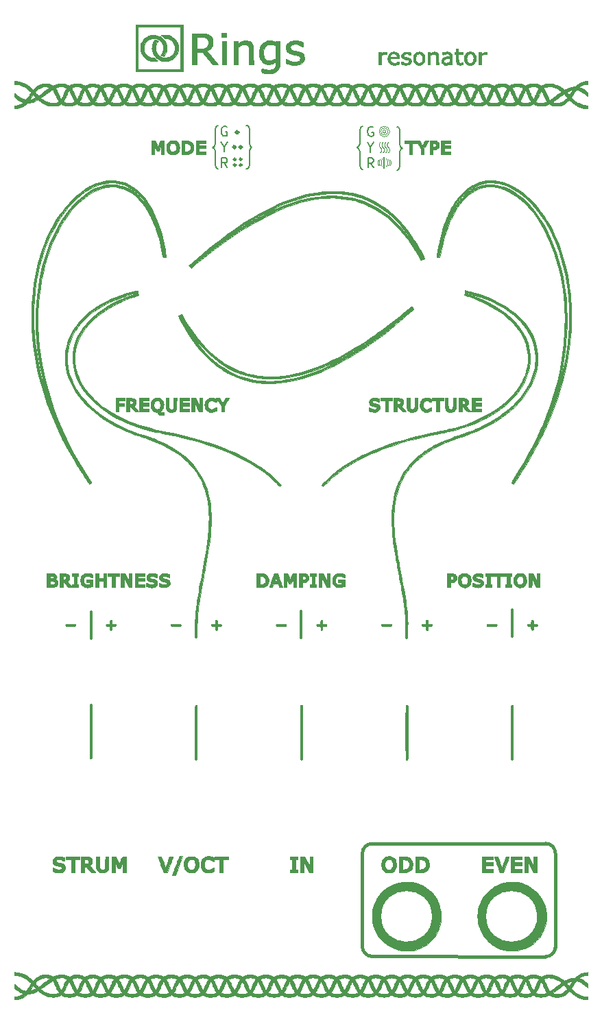
<source format=gto>
%TF.GenerationSoftware,KiCad,Pcbnew,(6.0.11-0)*%
%TF.CreationDate,2025-04-13T16:27:56+02:00*%
%TF.ProjectId,rings,72696e67-732e-46b6-9963-61645f706362,rev?*%
%TF.SameCoordinates,Original*%
%TF.FileFunction,Legend,Top*%
%TF.FilePolarity,Positive*%
%FSLAX46Y46*%
G04 Gerber Fmt 4.6, Leading zero omitted, Abs format (unit mm)*
G04 Created by KiCad (PCBNEW (6.0.11-0)) date 2025-04-13 16:27:56*
%MOMM*%
%LPD*%
G01*
G04 APERTURE LIST*
%ADD10C,0.300000*%
%ADD11C,0.276134*%
%ADD12C,0.301134*%
%ADD13C,0.100000*%
%ADD14C,0.351134*%
%ADD15C,0.400000*%
%ADD16C,0.080000*%
%ADD17C,0.120000*%
%ADD18C,0.200000*%
%ADD19C,0.150000*%
%ADD20C,0.075000*%
%ADD21C,0.010000*%
%ADD22C,0.500000*%
%ADD23C,6.250000*%
%ADD24C,3.000000*%
%ADD25C,5.000000*%
%ADD26C,3.200000*%
G04 APERTURE END LIST*
D10*
X25000Y-9193750D02*
X25000Y-12506250D01*
X-12950000Y-10709375D02*
X-12950000Y-12390625D01*
X26075000Y-9018750D02*
X26075000Y-12331250D01*
D11*
X-8036933Y46600000D02*
G75*
G03*
X-8036933Y46600000I-138067J0D01*
G01*
D12*
X-8074433Y48125000D02*
G75*
G03*
X-8074433Y48125000I-150567J0D01*
G01*
X-7299433Y48125000D02*
G75*
G03*
X-7299433Y48125000I-150567J0D01*
G01*
D13*
X10740000Y50025000D02*
G75*
G03*
X10740000Y50025000I-440000J0D01*
G01*
D11*
X-8036933Y45898866D02*
G75*
G03*
X-8036933Y45898866I-138067J0D01*
G01*
X-7311933Y45900000D02*
G75*
G03*
X-7311933Y45900000I-138067J0D01*
G01*
D14*
X-7699433Y49950000D02*
G75*
G03*
X-7699433Y49950000I-175567J0D01*
G01*
D10*
X-25925000Y-9225000D02*
X-25925000Y-12537500D01*
D15*
X30150000Y-51825066D02*
X8721492Y-51800207D01*
X31417368Y-39096491D02*
G75*
G03*
X30217332Y-37850000I-1225068J21491D01*
G01*
D16*
X10950000Y50025000D02*
G75*
G03*
X10950000Y50025000I-650000J0D01*
G01*
D17*
X10500000Y50025000D02*
G75*
G03*
X10500000Y50025000I-200000J0D01*
G01*
D15*
X7575000Y-50553508D02*
X7575000Y-39075000D01*
X7574934Y-50553508D02*
G75*
G03*
X8775000Y-51800000I1225066J-21492D01*
G01*
X30178508Y-51825066D02*
G75*
G03*
X31425000Y-50625000I21492J1225066D01*
G01*
X8821492Y-37874934D02*
G75*
G03*
X7575000Y-39075000I-21492J-1225066D01*
G01*
D11*
X-7311933Y46601134D02*
G75*
G03*
X-7311933Y46601134I-138067J0D01*
G01*
D15*
X31417398Y-50624793D02*
X31417398Y-39146285D01*
D18*
X10275000Y46906250D02*
X10275000Y45543750D01*
D10*
X13050000Y-10775000D02*
X13050000Y-12456250D01*
D15*
X30225000Y-37850000D02*
X8821492Y-37874934D01*
D19*
X7630952Y45358333D02*
X7535714Y45358333D01*
X7345238Y45525000D01*
X7250000Y45858333D01*
X7250000Y47525000D01*
X7154761Y47858333D01*
X6964285Y48025000D01*
X7154761Y48191666D01*
X7250000Y48525000D01*
X7250000Y50191666D01*
X7345238Y50525000D01*
X7535714Y50691666D01*
X7630952Y50691666D01*
D18*
X8889285Y50582000D02*
X8775000Y50639142D01*
X8603571Y50639142D01*
X8432142Y50582000D01*
X8317857Y50467714D01*
X8260714Y50353428D01*
X8203571Y50124857D01*
X8203571Y49953428D01*
X8260714Y49724857D01*
X8317857Y49610571D01*
X8432142Y49496285D01*
X8603571Y49439142D01*
X8717857Y49439142D01*
X8889285Y49496285D01*
X8946428Y49553428D01*
X8946428Y49953428D01*
X8717857Y49953428D01*
X8575000Y48078571D02*
X8575000Y47507142D01*
X8175000Y48707142D02*
X8575000Y48078571D01*
X8975000Y48707142D01*
X8946428Y45575142D02*
X8546428Y46146571D01*
X8260714Y45575142D02*
X8260714Y46775142D01*
X8717857Y46775142D01*
X8832142Y46718000D01*
X8889285Y46660857D01*
X8946428Y46546571D01*
X8946428Y46375142D01*
X8889285Y46260857D01*
X8832142Y46203714D01*
X8717857Y46146571D01*
X8260714Y46146571D01*
D20*
X9546428Y45891666D02*
X9532142Y45910714D01*
X9503571Y45967857D01*
X9489285Y46005952D01*
X9475000Y46063095D01*
X9460714Y46158333D01*
X9460714Y46234523D01*
X9475000Y46329761D01*
X9489285Y46386904D01*
X9503571Y46425000D01*
X9532142Y46482142D01*
X9546428Y46501190D01*
X11003571Y45891666D02*
X11017857Y45910714D01*
X11046428Y45967857D01*
X11060714Y46005952D01*
X11075000Y46063095D01*
X11089285Y46158333D01*
X11089285Y46234523D01*
X11075000Y46329761D01*
X11060714Y46386904D01*
X11046428Y46425000D01*
X11017857Y46482142D01*
X11003571Y46501190D01*
D13*
X9760714Y45833333D02*
X9741666Y45857142D01*
X9703571Y45928571D01*
X9684523Y45976190D01*
X9665476Y46047619D01*
X9646428Y46166666D01*
X9646428Y46261904D01*
X9665476Y46380952D01*
X9684523Y46452380D01*
X9703571Y46500000D01*
X9741666Y46571428D01*
X9760714Y46595238D01*
X10789285Y45833333D02*
X10808333Y45857142D01*
X10846428Y45928571D01*
X10865476Y45976190D01*
X10884523Y46047619D01*
X10903571Y46166666D01*
X10903571Y46261904D01*
X10884523Y46380952D01*
X10865476Y46452380D01*
X10846428Y46500000D01*
X10808333Y46571428D01*
X10789285Y46595238D01*
D19*
X11844047Y50641666D02*
X11939285Y50641666D01*
X12129761Y50475000D01*
X12225000Y50141666D01*
X12225000Y48475000D01*
X12320238Y48141666D01*
X12510714Y47975000D01*
X12320238Y47808333D01*
X12225000Y47475000D01*
X12225000Y45808333D01*
X12129761Y45475000D01*
X11939285Y45308333D01*
X11844047Y45308333D01*
D13*
X9770238Y48091666D02*
X9746428Y48110714D01*
X9698809Y48167857D01*
X9675000Y48205952D01*
X9651190Y48263095D01*
X9627380Y48358333D01*
X9627380Y48434523D01*
X9651190Y48529761D01*
X9675000Y48586904D01*
X9698809Y48625000D01*
X9746428Y48682142D01*
X9770238Y48701190D01*
X10103571Y48091666D02*
X10079761Y48110714D01*
X10032142Y48167857D01*
X10008333Y48205952D01*
X9984523Y48263095D01*
X9960714Y48358333D01*
X9960714Y48434523D01*
X9984523Y48529761D01*
X10008333Y48586904D01*
X10032142Y48625000D01*
X10079761Y48682142D01*
X10103571Y48701190D01*
X10436904Y48091666D02*
X10413095Y48110714D01*
X10365476Y48167857D01*
X10341666Y48205952D01*
X10317857Y48263095D01*
X10294047Y48358333D01*
X10294047Y48434523D01*
X10317857Y48529761D01*
X10341666Y48586904D01*
X10365476Y48625000D01*
X10413095Y48682142D01*
X10436904Y48701190D01*
X10770238Y48091666D02*
X10746428Y48110714D01*
X10698809Y48167857D01*
X10675000Y48205952D01*
X10651190Y48263095D01*
X10627380Y48358333D01*
X10627380Y48434523D01*
X10651190Y48529761D01*
X10675000Y48586904D01*
X10698809Y48625000D01*
X10746428Y48682142D01*
X10770238Y48701190D01*
X10779761Y48083333D02*
X10803571Y48064285D01*
X10851190Y48007142D01*
X10875000Y47969047D01*
X10898809Y47911904D01*
X10922619Y47816666D01*
X10922619Y47740476D01*
X10898809Y47645238D01*
X10875000Y47588095D01*
X10851190Y47550000D01*
X10803571Y47492857D01*
X10779761Y47473809D01*
X10446428Y48083333D02*
X10470238Y48064285D01*
X10517857Y48007142D01*
X10541666Y47969047D01*
X10565476Y47911904D01*
X10589285Y47816666D01*
X10589285Y47740476D01*
X10565476Y47645238D01*
X10541666Y47588095D01*
X10517857Y47550000D01*
X10470238Y47492857D01*
X10446428Y47473809D01*
X10113095Y48083333D02*
X10136904Y48064285D01*
X10184523Y48007142D01*
X10208333Y47969047D01*
X10232142Y47911904D01*
X10255952Y47816666D01*
X10255952Y47740476D01*
X10232142Y47645238D01*
X10208333Y47588095D01*
X10184523Y47550000D01*
X10136904Y47492857D01*
X10113095Y47473809D01*
X9779761Y48083333D02*
X9803571Y48064285D01*
X9851190Y48007142D01*
X9875000Y47969047D01*
X9898809Y47911904D01*
X9922619Y47816666D01*
X9922619Y47740476D01*
X9898809Y47645238D01*
X9875000Y47588095D01*
X9851190Y47550000D01*
X9803571Y47492857D01*
X9779761Y47473809D01*
D19*
X-10219047Y45408333D02*
X-10314285Y45408333D01*
X-10504761Y45575000D01*
X-10600000Y45908333D01*
X-10600000Y47575000D01*
X-10695238Y47908333D01*
X-10885714Y48075000D01*
X-10695238Y48241666D01*
X-10600000Y48575000D01*
X-10600000Y50241666D01*
X-10504761Y50575000D01*
X-10314285Y50741666D01*
X-10219047Y50741666D01*
D17*
X10013095Y45750000D02*
X9989285Y45778571D01*
X9941666Y45864285D01*
X9917857Y45921428D01*
X9894047Y46007142D01*
X9870238Y46150000D01*
X9870238Y46264285D01*
X9894047Y46407142D01*
X9917857Y46492857D01*
X9941666Y46550000D01*
X9989285Y46635714D01*
X10013095Y46664285D01*
X10536904Y45750000D02*
X10560714Y45778571D01*
X10608333Y45864285D01*
X10632142Y45921428D01*
X10655952Y46007142D01*
X10679761Y46150000D01*
X10679761Y46264285D01*
X10655952Y46407142D01*
X10632142Y46492857D01*
X10608333Y46550000D01*
X10560714Y46635714D01*
X10536904Y46664285D01*
D19*
X-6730952Y50766666D02*
X-6635714Y50766666D01*
X-6445238Y50600000D01*
X-6350000Y50266666D01*
X-6350000Y48600000D01*
X-6254761Y48266666D01*
X-6064285Y48100000D01*
X-6254761Y47933333D01*
X-6350000Y47600000D01*
X-6350000Y45933333D01*
X-6445238Y45600000D01*
X-6635714Y45433333D01*
X-6730952Y45433333D01*
D18*
X-9160714Y50607000D02*
X-9275000Y50664142D01*
X-9446428Y50664142D01*
X-9617857Y50607000D01*
X-9732142Y50492714D01*
X-9789285Y50378428D01*
X-9846428Y50149857D01*
X-9846428Y49978428D01*
X-9789285Y49749857D01*
X-9732142Y49635571D01*
X-9617857Y49521285D01*
X-9446428Y49464142D01*
X-9332142Y49464142D01*
X-9160714Y49521285D01*
X-9103571Y49578428D01*
X-9103571Y49978428D01*
X-9332142Y49978428D01*
X-9475000Y48103571D02*
X-9475000Y47532142D01*
X-9875000Y48732142D02*
X-9475000Y48103571D01*
X-9075000Y48732142D01*
X-9103571Y45600142D02*
X-9503571Y46171571D01*
X-9789285Y45600142D02*
X-9789285Y46800142D01*
X-9332142Y46800142D01*
X-9217857Y46743000D01*
X-9160714Y46685857D01*
X-9103571Y46571571D01*
X-9103571Y46400142D01*
X-9160714Y46285857D01*
X-9217857Y46228714D01*
X-9332142Y46171571D01*
X-9789285Y46171571D01*
D19*
%TO.C,*%
%TO.C,G\u002A\u002A\u002A*%
G36*
X-17845907Y48553671D02*
G01*
X-17791588Y48441271D01*
X-17743510Y48343890D01*
X-17704581Y48267246D01*
X-17677708Y48217058D01*
X-17665799Y48199041D01*
X-17665604Y48199129D01*
X-17654955Y48219956D01*
X-17629481Y48273049D01*
X-17592096Y48352238D01*
X-17545714Y48451350D01*
X-17494448Y48561625D01*
X-17330125Y48916167D01*
X-16891000Y48916167D01*
X-16891000Y47222833D01*
X-17272000Y47222833D01*
X-17273956Y47725542D01*
X-17275913Y48228250D01*
X-17415712Y47937208D01*
X-17555511Y47646167D01*
X-17803039Y47646167D01*
X-17937937Y47926625D01*
X-18072836Y48207083D01*
X-18074585Y47714958D01*
X-18076333Y47222833D01*
X-18436166Y47222833D01*
X-18436166Y48916167D01*
X-18019378Y48916167D01*
X-17845907Y48553671D01*
G37*
D21*
X-17845907Y48553671D02*
X-17791588Y48441271D01*
X-17743510Y48343890D01*
X-17704581Y48267246D01*
X-17677708Y48217058D01*
X-17665799Y48199041D01*
X-17665604Y48199129D01*
X-17654955Y48219956D01*
X-17629481Y48273049D01*
X-17592096Y48352238D01*
X-17545714Y48451350D01*
X-17494448Y48561625D01*
X-17330125Y48916167D01*
X-16891000Y48916167D01*
X-16891000Y47222833D01*
X-17272000Y47222833D01*
X-17273956Y47725542D01*
X-17275913Y48228250D01*
X-17415712Y47937208D01*
X-17555511Y47646167D01*
X-17803039Y47646167D01*
X-17937937Y47926625D01*
X-18072836Y48207083D01*
X-18074585Y47714958D01*
X-18076333Y47222833D01*
X-18436166Y47222833D01*
X-18436166Y48916167D01*
X-18019378Y48916167D01*
X-17845907Y48553671D01*
G36*
X22283334Y16788000D02*
G01*
X21479000Y16788000D01*
X21479000Y16534000D01*
X22283334Y16534000D01*
X22283334Y16174167D01*
X21479000Y16174167D01*
X21479000Y15772000D01*
X22283334Y15772000D01*
X22283334Y15433333D01*
X21098000Y15433333D01*
X21098000Y17147833D01*
X22283334Y17147833D01*
X22283334Y16788000D01*
G37*
X22283334Y16788000D02*
X21479000Y16788000D01*
X21479000Y16534000D01*
X22283334Y16534000D01*
X22283334Y16174167D01*
X21479000Y16174167D01*
X21479000Y15772000D01*
X22283334Y15772000D01*
X22283334Y15433333D01*
X21098000Y15433333D01*
X21098000Y17147833D01*
X22283334Y17147833D01*
X22283334Y16788000D01*
G36*
X-28288130Y-10753241D02*
G01*
X-28145555Y-10754873D01*
X-28036407Y-10758852D01*
X-27956234Y-10766141D01*
X-27900585Y-10777702D01*
X-27865006Y-10794498D01*
X-27845046Y-10817494D01*
X-27836254Y-10847652D01*
X-27834176Y-10885936D01*
X-27834166Y-10890250D01*
X-27835815Y-10929414D01*
X-27843730Y-10960349D01*
X-27862362Y-10984016D01*
X-27896163Y-11001377D01*
X-27949587Y-11013392D01*
X-28027084Y-11021021D01*
X-28133107Y-11025227D01*
X-28272108Y-11026970D01*
X-28448539Y-11027211D01*
X-28468585Y-11027190D01*
X-28622166Y-11026233D01*
X-28760312Y-11023882D01*
X-28877336Y-11020342D01*
X-28967550Y-11015820D01*
X-29025265Y-11010523D01*
X-29043596Y-11006293D01*
X-29080771Y-10962823D01*
X-29093188Y-10900628D01*
X-29081569Y-10834787D01*
X-29046638Y-10780382D01*
X-29032206Y-10768866D01*
X-29005452Y-10764625D01*
X-28942300Y-10760800D01*
X-28848686Y-10757557D01*
X-28730547Y-10755063D01*
X-28593816Y-10753485D01*
X-28468585Y-10752991D01*
X-28288130Y-10753241D01*
G37*
X-28288130Y-10753241D02*
X-28145555Y-10754873D01*
X-28036407Y-10758852D01*
X-27956234Y-10766141D01*
X-27900585Y-10777702D01*
X-27865006Y-10794498D01*
X-27845046Y-10817494D01*
X-27836254Y-10847652D01*
X-27834176Y-10885936D01*
X-27834166Y-10890250D01*
X-27835815Y-10929414D01*
X-27843730Y-10960349D01*
X-27862362Y-10984016D01*
X-27896163Y-11001377D01*
X-27949587Y-11013392D01*
X-28027084Y-11021021D01*
X-28133107Y-11025227D01*
X-28272108Y-11026970D01*
X-28448539Y-11027211D01*
X-28468585Y-11027190D01*
X-28622166Y-11026233D01*
X-28760312Y-11023882D01*
X-28877336Y-11020342D01*
X-28967550Y-11015820D01*
X-29025265Y-11010523D01*
X-29043596Y-11006293D01*
X-29080771Y-10962823D01*
X-29093188Y-10900628D01*
X-29081569Y-10834787D01*
X-29046638Y-10780382D01*
X-29032206Y-10768866D01*
X-29005452Y-10764625D01*
X-28942300Y-10760800D01*
X-28848686Y-10757557D01*
X-28730547Y-10755063D01*
X-28593816Y-10753485D01*
X-28468585Y-10752991D01*
X-28288130Y-10753241D01*
G36*
X1905000Y-4840833D02*
G01*
X1714500Y-4840833D01*
X1714500Y-5899167D01*
X1905000Y-5899167D01*
X1905000Y-6216667D01*
X1143000Y-6216667D01*
X1143000Y-5899167D01*
X1333500Y-5899167D01*
X1333500Y-4840833D01*
X1143000Y-4840833D01*
X1143000Y-4523333D01*
X1905000Y-4523333D01*
X1905000Y-4840833D01*
G37*
X1905000Y-4840833D02*
X1714500Y-4840833D01*
X1714500Y-5899167D01*
X1905000Y-5899167D01*
X1905000Y-6216667D01*
X1143000Y-6216667D01*
X1143000Y-5899167D01*
X1333500Y-5899167D01*
X1333500Y-4840833D01*
X1143000Y-4840833D01*
X1143000Y-4523333D01*
X1905000Y-4523333D01*
X1905000Y-4840833D01*
G36*
X26253774Y-5159993D02*
G01*
X26300608Y-4974957D01*
X26377082Y-4816722D01*
X26481900Y-4687121D01*
X26613766Y-4587983D01*
X26771387Y-4521139D01*
X26852228Y-4501730D01*
X27030854Y-4485144D01*
X27204518Y-4501366D01*
X27365565Y-4548297D01*
X27506341Y-4623837D01*
X27603176Y-4707701D01*
X27701016Y-4843309D01*
X27771641Y-5003054D01*
X27814933Y-5178900D01*
X27830770Y-5362809D01*
X27819032Y-5546745D01*
X27779597Y-5722671D01*
X27712347Y-5882551D01*
X27622749Y-6012066D01*
X27503374Y-6117096D01*
X27358273Y-6193984D01*
X27194973Y-6240787D01*
X27021002Y-6255562D01*
X26843885Y-6236365D01*
X26797000Y-6225239D01*
X26633052Y-6161685D01*
X26496169Y-6066257D01*
X26387290Y-5940392D01*
X26307354Y-5785527D01*
X26257301Y-5603097D01*
X26238068Y-5394540D01*
X26237905Y-5373739D01*
X26622627Y-5373739D01*
X26624266Y-5471552D01*
X26631150Y-5542034D01*
X26646233Y-5600130D01*
X26672467Y-5660780D01*
X26683833Y-5683427D01*
X26754959Y-5790019D01*
X26842333Y-5858954D01*
X26950990Y-5893396D01*
X27026635Y-5898818D01*
X27109018Y-5892040D01*
X27186802Y-5874419D01*
X27214303Y-5863837D01*
X27302430Y-5799939D01*
X27369753Y-5706926D01*
X27416232Y-5592575D01*
X27441827Y-5464664D01*
X27446496Y-5330969D01*
X27430200Y-5199266D01*
X27392899Y-5077334D01*
X27334552Y-4972948D01*
X27255119Y-4893885D01*
X27219439Y-4872120D01*
X27148112Y-4849527D01*
X27055679Y-4838559D01*
X26962071Y-4840457D01*
X26899404Y-4852176D01*
X26797460Y-4905652D01*
X26715144Y-4996342D01*
X26675347Y-5068574D01*
X26647983Y-5136432D01*
X26631850Y-5202314D01*
X26624293Y-5281591D01*
X26622627Y-5373739D01*
X26237905Y-5373739D01*
X26237875Y-5370000D01*
X26253774Y-5159993D01*
G37*
X26253774Y-5159993D02*
X26300608Y-4974957D01*
X26377082Y-4816722D01*
X26481900Y-4687121D01*
X26613766Y-4587983D01*
X26771387Y-4521139D01*
X26852228Y-4501730D01*
X27030854Y-4485144D01*
X27204518Y-4501366D01*
X27365565Y-4548297D01*
X27506341Y-4623837D01*
X27603176Y-4707701D01*
X27701016Y-4843309D01*
X27771641Y-5003054D01*
X27814933Y-5178900D01*
X27830770Y-5362809D01*
X27819032Y-5546745D01*
X27779597Y-5722671D01*
X27712347Y-5882551D01*
X27622749Y-6012066D01*
X27503374Y-6117096D01*
X27358273Y-6193984D01*
X27194973Y-6240787D01*
X27021002Y-6255562D01*
X26843885Y-6236365D01*
X26797000Y-6225239D01*
X26633052Y-6161685D01*
X26496169Y-6066257D01*
X26387290Y-5940392D01*
X26307354Y-5785527D01*
X26257301Y-5603097D01*
X26238068Y-5394540D01*
X26237905Y-5373739D01*
X26622627Y-5373739D01*
X26624266Y-5471552D01*
X26631150Y-5542034D01*
X26646233Y-5600130D01*
X26672467Y-5660780D01*
X26683833Y-5683427D01*
X26754959Y-5790019D01*
X26842333Y-5858954D01*
X26950990Y-5893396D01*
X27026635Y-5898818D01*
X27109018Y-5892040D01*
X27186802Y-5874419D01*
X27214303Y-5863837D01*
X27302430Y-5799939D01*
X27369753Y-5706926D01*
X27416232Y-5592575D01*
X27441827Y-5464664D01*
X27446496Y-5330969D01*
X27430200Y-5199266D01*
X27392899Y-5077334D01*
X27334552Y-4972948D01*
X27255119Y-4893885D01*
X27219439Y-4872120D01*
X27148112Y-4849527D01*
X27055679Y-4838559D01*
X26962071Y-4840457D01*
X26899404Y-4852176D01*
X26797460Y-4905652D01*
X26715144Y-4996342D01*
X26675347Y-5068574D01*
X26647983Y-5136432D01*
X26631850Y-5202314D01*
X26624293Y-5281591D01*
X26622627Y-5373739D01*
X26237905Y-5373739D01*
X26237875Y-5370000D01*
X26253774Y-5159993D01*
G36*
X-17007975Y-40105542D02*
G01*
X-16951465Y-40265012D01*
X-16898491Y-40413368D01*
X-16850930Y-40545436D01*
X-16810660Y-40656047D01*
X-16779559Y-40740030D01*
X-16759504Y-40792214D01*
X-16753696Y-40805827D01*
X-16745038Y-40817514D01*
X-16734641Y-40816179D01*
X-16720756Y-40797880D01*
X-16701632Y-40758673D01*
X-16675519Y-40694615D01*
X-16640668Y-40601763D01*
X-16595328Y-40476175D01*
X-16547031Y-40340160D01*
X-16493304Y-40188419D01*
X-16440226Y-40038822D01*
X-16390679Y-39899473D01*
X-16347547Y-39778475D01*
X-16313714Y-39683932D01*
X-16297847Y-39639875D01*
X-16230830Y-39454667D01*
X-16021165Y-39454667D01*
X-15932770Y-39455890D01*
X-15862784Y-39459186D01*
X-15820210Y-39463994D01*
X-15811500Y-39467707D01*
X-15818516Y-39489602D01*
X-15838636Y-39547393D01*
X-15870471Y-39637201D01*
X-15912630Y-39755148D01*
X-15963721Y-39897355D01*
X-16022355Y-40059944D01*
X-16087141Y-40239037D01*
X-16156688Y-40430755D01*
X-16164391Y-40451957D01*
X-16517283Y-41423167D01*
X-16966294Y-41423167D01*
X-17313367Y-40465375D01*
X-17382968Y-40273276D01*
X-17448285Y-40092954D01*
X-17507876Y-39928389D01*
X-17560299Y-39783566D01*
X-17604114Y-39662468D01*
X-17637878Y-39569076D01*
X-17660151Y-39507375D01*
X-17669491Y-39481346D01*
X-17669568Y-39481125D01*
X-17663241Y-39468676D01*
X-17630558Y-39460551D01*
X-17566315Y-39456100D01*
X-17465309Y-39454670D01*
X-17458225Y-39454667D01*
X-17237755Y-39454667D01*
X-17007975Y-40105542D01*
G37*
X-17007975Y-40105542D02*
X-16951465Y-40265012D01*
X-16898491Y-40413368D01*
X-16850930Y-40545436D01*
X-16810660Y-40656047D01*
X-16779559Y-40740030D01*
X-16759504Y-40792214D01*
X-16753696Y-40805827D01*
X-16745038Y-40817514D01*
X-16734641Y-40816179D01*
X-16720756Y-40797880D01*
X-16701632Y-40758673D01*
X-16675519Y-40694615D01*
X-16640668Y-40601763D01*
X-16595328Y-40476175D01*
X-16547031Y-40340160D01*
X-16493304Y-40188419D01*
X-16440226Y-40038822D01*
X-16390679Y-39899473D01*
X-16347547Y-39778475D01*
X-16313714Y-39683932D01*
X-16297847Y-39639875D01*
X-16230830Y-39454667D01*
X-16021165Y-39454667D01*
X-15932770Y-39455890D01*
X-15862784Y-39459186D01*
X-15820210Y-39463994D01*
X-15811500Y-39467707D01*
X-15818516Y-39489602D01*
X-15838636Y-39547393D01*
X-15870471Y-39637201D01*
X-15912630Y-39755148D01*
X-15963721Y-39897355D01*
X-16022355Y-40059944D01*
X-16087141Y-40239037D01*
X-16156688Y-40430755D01*
X-16164391Y-40451957D01*
X-16517283Y-41423167D01*
X-16966294Y-41423167D01*
X-17313367Y-40465375D01*
X-17382968Y-40273276D01*
X-17448285Y-40092954D01*
X-17507876Y-39928389D01*
X-17560299Y-39783566D01*
X-17604114Y-39662468D01*
X-17637878Y-39569076D01*
X-17660151Y-39507375D01*
X-17669491Y-39481346D01*
X-17669568Y-39481125D01*
X-17663241Y-39468676D01*
X-17630558Y-39460551D01*
X-17566315Y-39456100D01*
X-17465309Y-39454670D01*
X-17458225Y-39454667D01*
X-17237755Y-39454667D01*
X-17007975Y-40105542D01*
G36*
X20290737Y30411513D02*
G01*
X20348154Y30399821D01*
X20434664Y30379976D01*
X20544394Y30353464D01*
X20671468Y30321775D01*
X20810011Y30286398D01*
X20954149Y30248820D01*
X21098007Y30210530D01*
X21235709Y30173017D01*
X21361381Y30137768D01*
X21395231Y30128039D01*
X22105719Y29906783D01*
X22787316Y29662683D01*
X23439267Y29396319D01*
X24060816Y29108273D01*
X24651210Y28799124D01*
X25209694Y28469454D01*
X25735511Y28119842D01*
X26227908Y27750870D01*
X26686130Y27363118D01*
X27109422Y26957166D01*
X27497028Y26533596D01*
X27848195Y26092987D01*
X28162166Y25635921D01*
X28438188Y25162977D01*
X28675505Y24674737D01*
X28765698Y24459647D01*
X28937813Y23972425D01*
X29069847Y23473833D01*
X29161795Y22966132D01*
X29213656Y22451583D01*
X29225427Y21932446D01*
X29197104Y21410981D01*
X29128687Y20889448D01*
X29020170Y20370108D01*
X28871553Y19855221D01*
X28771560Y19571663D01*
X28547371Y19034983D01*
X28282974Y18509307D01*
X27979231Y17995378D01*
X27637005Y17493937D01*
X27257157Y17005725D01*
X26840549Y16531484D01*
X26388045Y16071955D01*
X25900505Y15627880D01*
X25378793Y15200000D01*
X24823771Y14789056D01*
X24236300Y14395791D01*
X23617243Y14020945D01*
X22967463Y13665260D01*
X22287820Y13329477D01*
X21579179Y13014339D01*
X20842400Y12720585D01*
X20775719Y12695587D01*
X20680440Y12660908D01*
X20551405Y12615229D01*
X20395074Y12560772D01*
X20217907Y12499757D01*
X20026364Y12434405D01*
X19826906Y12366938D01*
X19625991Y12299576D01*
X19558000Y12276927D01*
X19151880Y12139627D01*
X18781056Y12009279D01*
X18439541Y11883460D01*
X18121349Y11759749D01*
X17820493Y11635727D01*
X17530985Y11508971D01*
X17246840Y11377061D01*
X16962071Y11237575D01*
X16859250Y11185551D01*
X16250701Y10855925D01*
X15679640Y10506763D01*
X15145880Y10137833D01*
X14649233Y9748900D01*
X14189512Y9339732D01*
X13766528Y8910096D01*
X13380094Y8459758D01*
X13030022Y7988484D01*
X12716123Y7496042D01*
X12438211Y6982199D01*
X12196097Y6446721D01*
X11989594Y5889375D01*
X11818513Y5309927D01*
X11695420Y4773083D01*
X11607398Y4276394D01*
X11539599Y3766732D01*
X11492028Y3241355D01*
X11464690Y2697518D01*
X11457592Y2132478D01*
X11470739Y1543491D01*
X11504137Y927813D01*
X11557791Y282700D01*
X11631706Y-394592D01*
X11707128Y-973667D01*
X11733310Y-1158794D01*
X11760715Y-1345788D01*
X11789839Y-1537476D01*
X11821177Y-1736683D01*
X11855226Y-1946237D01*
X11892480Y-2168963D01*
X11933437Y-2407690D01*
X11978590Y-2665243D01*
X12028437Y-2944449D01*
X12083473Y-3248135D01*
X12144193Y-3579127D01*
X12211094Y-3940251D01*
X12284671Y-4334335D01*
X12365419Y-4764206D01*
X12453835Y-5232689D01*
X12456983Y-5249333D01*
X12572944Y-5872616D01*
X12677689Y-6457211D01*
X12771489Y-7005174D01*
X12854617Y-7518561D01*
X12927343Y-7999429D01*
X12989941Y-8449834D01*
X13042680Y-8871833D01*
X13085834Y-9267482D01*
X13119674Y-9638837D01*
X13144470Y-9987955D01*
X13160496Y-10316892D01*
X13168023Y-10627705D01*
X13168064Y-10631391D01*
X13168835Y-10755342D01*
X13167571Y-10844156D01*
X13163573Y-10905008D01*
X13156141Y-10945075D01*
X13144577Y-10971532D01*
X13133525Y-10985933D01*
X13075767Y-11022269D01*
X13009598Y-11020389D01*
X12957131Y-10990792D01*
X12943533Y-10977024D01*
X12932682Y-10957874D01*
X12923980Y-10928157D01*
X12916826Y-10882687D01*
X12910619Y-10816280D01*
X12904759Y-10723749D01*
X12898645Y-10599909D01*
X12891678Y-10439576D01*
X12890749Y-10417472D01*
X12878609Y-10160050D01*
X12863709Y-9905473D01*
X12845641Y-9650870D01*
X12823999Y-9393371D01*
X12798376Y-9130106D01*
X12768364Y-8858203D01*
X12733557Y-8574792D01*
X12693547Y-8277004D01*
X12647928Y-7961966D01*
X12596293Y-7626809D01*
X12538234Y-7268662D01*
X12473344Y-6884655D01*
X12401217Y-6471916D01*
X12321446Y-6027576D01*
X12233623Y-5548764D01*
X12137341Y-5032610D01*
X12096439Y-4815417D01*
X12018304Y-4400665D01*
X11947686Y-4023862D01*
X11883956Y-3681412D01*
X11826483Y-3369721D01*
X11774636Y-3085195D01*
X11727783Y-2824241D01*
X11685296Y-2583264D01*
X11646542Y-2358670D01*
X11610892Y-2146865D01*
X11577715Y-1944255D01*
X11546380Y-1747245D01*
X11516256Y-1552242D01*
X11486713Y-1355652D01*
X11472674Y-1260485D01*
X11366920Y-473736D01*
X11285614Y279780D01*
X11228872Y1001471D01*
X11196812Y1692745D01*
X11189548Y2355012D01*
X11207199Y2989680D01*
X11249879Y3598157D01*
X11317706Y4181852D01*
X11410795Y4742173D01*
X11529263Y5280529D01*
X11673226Y5798329D01*
X11842801Y6296982D01*
X12038105Y6777895D01*
X12158185Y7038795D01*
X12430318Y7556699D01*
X12740279Y8056080D01*
X13087557Y8536370D01*
X13471642Y8997001D01*
X13892024Y9437404D01*
X14348194Y9857013D01*
X14839642Y10255259D01*
X15365858Y10631574D01*
X15409334Y10660642D01*
X15756230Y10884356D01*
X16105591Y11094954D01*
X16461866Y11294492D01*
X16829508Y11485030D01*
X17212968Y11668625D01*
X17616698Y11847335D01*
X18045148Y12023218D01*
X18502771Y12198332D01*
X18994017Y12374736D01*
X19460591Y12533648D01*
X19841711Y12661748D01*
X20187449Y12780648D01*
X20503208Y12892498D01*
X20794389Y12999449D01*
X21066396Y13103653D01*
X21324628Y13207260D01*
X21574489Y13312422D01*
X21821380Y13421289D01*
X22070702Y13536013D01*
X22327859Y13658745D01*
X22510750Y13748267D01*
X23187973Y14100041D01*
X23827257Y14468025D01*
X24430217Y14853345D01*
X24998469Y15257129D01*
X25533630Y15680504D01*
X26037316Y16124598D01*
X26350002Y16426306D01*
X26780468Y16881011D01*
X27173165Y17346011D01*
X27527744Y17820333D01*
X27843853Y18303004D01*
X28121142Y18793051D01*
X28359261Y19289501D01*
X28557860Y19791381D01*
X28716588Y20297718D01*
X28835094Y20807539D01*
X28913029Y21319871D01*
X28950041Y21833741D01*
X28945780Y22348175D01*
X28899897Y22862202D01*
X28826802Y23303579D01*
X28711597Y23771573D01*
X28555431Y24237388D01*
X28359676Y24698462D01*
X28125702Y25152231D01*
X27854882Y25596132D01*
X27548585Y26027601D01*
X27208184Y26444075D01*
X27057036Y26612111D01*
X26654416Y27018271D01*
X26214196Y27407200D01*
X25737765Y27778159D01*
X25226512Y28130411D01*
X24681825Y28463218D01*
X24105092Y28775842D01*
X23497701Y29067545D01*
X22861042Y29337590D01*
X22196503Y29585239D01*
X21505472Y29809755D01*
X20789337Y30010398D01*
X20545883Y30071702D01*
X20232016Y30148561D01*
X20246638Y30277239D01*
X20255394Y30346122D01*
X20263447Y30395734D01*
X20268289Y30413562D01*
X20290737Y30411513D01*
G37*
X20290737Y30411513D02*
X20348154Y30399821D01*
X20434664Y30379976D01*
X20544394Y30353464D01*
X20671468Y30321775D01*
X20810011Y30286398D01*
X20954149Y30248820D01*
X21098007Y30210530D01*
X21235709Y30173017D01*
X21361381Y30137768D01*
X21395231Y30128039D01*
X22105719Y29906783D01*
X22787316Y29662683D01*
X23439267Y29396319D01*
X24060816Y29108273D01*
X24651210Y28799124D01*
X25209694Y28469454D01*
X25735511Y28119842D01*
X26227908Y27750870D01*
X26686130Y27363118D01*
X27109422Y26957166D01*
X27497028Y26533596D01*
X27848195Y26092987D01*
X28162166Y25635921D01*
X28438188Y25162977D01*
X28675505Y24674737D01*
X28765698Y24459647D01*
X28937813Y23972425D01*
X29069847Y23473833D01*
X29161795Y22966132D01*
X29213656Y22451583D01*
X29225427Y21932446D01*
X29197104Y21410981D01*
X29128687Y20889448D01*
X29020170Y20370108D01*
X28871553Y19855221D01*
X28771560Y19571663D01*
X28547371Y19034983D01*
X28282974Y18509307D01*
X27979231Y17995378D01*
X27637005Y17493937D01*
X27257157Y17005725D01*
X26840549Y16531484D01*
X26388045Y16071955D01*
X25900505Y15627880D01*
X25378793Y15200000D01*
X24823771Y14789056D01*
X24236300Y14395791D01*
X23617243Y14020945D01*
X22967463Y13665260D01*
X22287820Y13329477D01*
X21579179Y13014339D01*
X20842400Y12720585D01*
X20775719Y12695587D01*
X20680440Y12660908D01*
X20551405Y12615229D01*
X20395074Y12560772D01*
X20217907Y12499757D01*
X20026364Y12434405D01*
X19826906Y12366938D01*
X19625991Y12299576D01*
X19558000Y12276927D01*
X19151880Y12139627D01*
X18781056Y12009279D01*
X18439541Y11883460D01*
X18121349Y11759749D01*
X17820493Y11635727D01*
X17530985Y11508971D01*
X17246840Y11377061D01*
X16962071Y11237575D01*
X16859250Y11185551D01*
X16250701Y10855925D01*
X15679640Y10506763D01*
X15145880Y10137833D01*
X14649233Y9748900D01*
X14189512Y9339732D01*
X13766528Y8910096D01*
X13380094Y8459758D01*
X13030022Y7988484D01*
X12716123Y7496042D01*
X12438211Y6982199D01*
X12196097Y6446721D01*
X11989594Y5889375D01*
X11818513Y5309927D01*
X11695420Y4773083D01*
X11607398Y4276394D01*
X11539599Y3766732D01*
X11492028Y3241355D01*
X11464690Y2697518D01*
X11457592Y2132478D01*
X11470739Y1543491D01*
X11504137Y927813D01*
X11557791Y282700D01*
X11631706Y-394592D01*
X11707128Y-973667D01*
X11733310Y-1158794D01*
X11760715Y-1345788D01*
X11789839Y-1537476D01*
X11821177Y-1736683D01*
X11855226Y-1946237D01*
X11892480Y-2168963D01*
X11933437Y-2407690D01*
X11978590Y-2665243D01*
X12028437Y-2944449D01*
X12083473Y-3248135D01*
X12144193Y-3579127D01*
X12211094Y-3940251D01*
X12284671Y-4334335D01*
X12365419Y-4764206D01*
X12453835Y-5232689D01*
X12456983Y-5249333D01*
X12572944Y-5872616D01*
X12677689Y-6457211D01*
X12771489Y-7005174D01*
X12854617Y-7518561D01*
X12927343Y-7999429D01*
X12989941Y-8449834D01*
X13042680Y-8871833D01*
X13085834Y-9267482D01*
X13119674Y-9638837D01*
X13144470Y-9987955D01*
X13160496Y-10316892D01*
X13168023Y-10627705D01*
X13168064Y-10631391D01*
X13168835Y-10755342D01*
X13167571Y-10844156D01*
X13163573Y-10905008D01*
X13156141Y-10945075D01*
X13144577Y-10971532D01*
X13133525Y-10985933D01*
X13075767Y-11022269D01*
X13009598Y-11020389D01*
X12957131Y-10990792D01*
X12943533Y-10977024D01*
X12932682Y-10957874D01*
X12923980Y-10928157D01*
X12916826Y-10882687D01*
X12910619Y-10816280D01*
X12904759Y-10723749D01*
X12898645Y-10599909D01*
X12891678Y-10439576D01*
X12890749Y-10417472D01*
X12878609Y-10160050D01*
X12863709Y-9905473D01*
X12845641Y-9650870D01*
X12823999Y-9393371D01*
X12798376Y-9130106D01*
X12768364Y-8858203D01*
X12733557Y-8574792D01*
X12693547Y-8277004D01*
X12647928Y-7961966D01*
X12596293Y-7626809D01*
X12538234Y-7268662D01*
X12473344Y-6884655D01*
X12401217Y-6471916D01*
X12321446Y-6027576D01*
X12233623Y-5548764D01*
X12137341Y-5032610D01*
X12096439Y-4815417D01*
X12018304Y-4400665D01*
X11947686Y-4023862D01*
X11883956Y-3681412D01*
X11826483Y-3369721D01*
X11774636Y-3085195D01*
X11727783Y-2824241D01*
X11685296Y-2583264D01*
X11646542Y-2358670D01*
X11610892Y-2146865D01*
X11577715Y-1944255D01*
X11546380Y-1747245D01*
X11516256Y-1552242D01*
X11486713Y-1355652D01*
X11472674Y-1260485D01*
X11366920Y-473736D01*
X11285614Y279780D01*
X11228872Y1001471D01*
X11196812Y1692745D01*
X11189548Y2355012D01*
X11207199Y2989680D01*
X11249879Y3598157D01*
X11317706Y4181852D01*
X11410795Y4742173D01*
X11529263Y5280529D01*
X11673226Y5798329D01*
X11842801Y6296982D01*
X12038105Y6777895D01*
X12158185Y7038795D01*
X12430318Y7556699D01*
X12740279Y8056080D01*
X13087557Y8536370D01*
X13471642Y8997001D01*
X13892024Y9437404D01*
X14348194Y9857013D01*
X14839642Y10255259D01*
X15365858Y10631574D01*
X15409334Y10660642D01*
X15756230Y10884356D01*
X16105591Y11094954D01*
X16461866Y11294492D01*
X16829508Y11485030D01*
X17212968Y11668625D01*
X17616698Y11847335D01*
X18045148Y12023218D01*
X18502771Y12198332D01*
X18994017Y12374736D01*
X19460591Y12533648D01*
X19841711Y12661748D01*
X20187449Y12780648D01*
X20503208Y12892498D01*
X20794389Y12999449D01*
X21066396Y13103653D01*
X21324628Y13207260D01*
X21574489Y13312422D01*
X21821380Y13421289D01*
X22070702Y13536013D01*
X22327859Y13658745D01*
X22510750Y13748267D01*
X23187973Y14100041D01*
X23827257Y14468025D01*
X24430217Y14853345D01*
X24998469Y15257129D01*
X25533630Y15680504D01*
X26037316Y16124598D01*
X26350002Y16426306D01*
X26780468Y16881011D01*
X27173165Y17346011D01*
X27527744Y17820333D01*
X27843853Y18303004D01*
X28121142Y18793051D01*
X28359261Y19289501D01*
X28557860Y19791381D01*
X28716588Y20297718D01*
X28835094Y20807539D01*
X28913029Y21319871D01*
X28950041Y21833741D01*
X28945780Y22348175D01*
X28899897Y22862202D01*
X28826802Y23303579D01*
X28711597Y23771573D01*
X28555431Y24237388D01*
X28359676Y24698462D01*
X28125702Y25152231D01*
X27854882Y25596132D01*
X27548585Y26027601D01*
X27208184Y26444075D01*
X27057036Y26612111D01*
X26654416Y27018271D01*
X26214196Y27407200D01*
X25737765Y27778159D01*
X25226512Y28130411D01*
X24681825Y28463218D01*
X24105092Y28775842D01*
X23497701Y29067545D01*
X22861042Y29337590D01*
X22196503Y29585239D01*
X21505472Y29809755D01*
X20789337Y30010398D01*
X20545883Y30071702D01*
X20232016Y30148561D01*
X20246638Y30277239D01*
X20255394Y30346122D01*
X20263447Y30395734D01*
X20268289Y30413562D01*
X20290737Y30411513D01*
G36*
X77596Y-20769082D02*
G01*
X133352Y-20795168D01*
X136072Y-20797762D01*
X140494Y-20805133D01*
X144511Y-20819272D01*
X148142Y-20842111D01*
X151406Y-20875582D01*
X154321Y-20921620D01*
X156907Y-20982156D01*
X159184Y-21059123D01*
X161171Y-21154454D01*
X162885Y-21270082D01*
X164348Y-21407939D01*
X165578Y-21569959D01*
X166594Y-21758074D01*
X167415Y-21974216D01*
X168061Y-22220320D01*
X168550Y-22498316D01*
X168903Y-22810139D01*
X169137Y-23157721D01*
X169273Y-23542994D01*
X169329Y-23967892D01*
X169334Y-24150087D01*
X169271Y-24605450D01*
X169076Y-25020141D01*
X168734Y-25395824D01*
X168232Y-25734161D01*
X167558Y-26036813D01*
X166697Y-26305442D01*
X165638Y-26541711D01*
X164366Y-26747282D01*
X162869Y-26923818D01*
X161133Y-27072979D01*
X159145Y-27196429D01*
X156893Y-27295829D01*
X154362Y-27372842D01*
X151540Y-27429130D01*
X148414Y-27466355D01*
X144970Y-27486179D01*
X142875Y-27490318D01*
X71858Y-27523623D01*
X-2637Y-27518227D01*
X-19837Y-27510912D01*
X-64231Y-27469655D01*
X-88893Y-27417440D01*
X-90833Y-27388928D01*
X-92641Y-27320430D01*
X-94310Y-27214289D01*
X-95830Y-27072854D01*
X-97194Y-26898468D01*
X-98393Y-26693478D01*
X-99418Y-26460230D01*
X-100262Y-26201070D01*
X-100916Y-25918344D01*
X-101371Y-25614396D01*
X-101619Y-25291574D01*
X-101651Y-24952223D01*
X-101460Y-24598689D01*
X-101037Y-24233318D01*
X-100806Y-24087274D01*
X-100057Y-23652816D01*
X-99341Y-23258705D01*
X-98631Y-22902955D01*
X-97899Y-22583580D01*
X-97116Y-22298594D01*
X-96253Y-22046010D01*
X-95284Y-21823843D01*
X-94180Y-21630105D01*
X-92912Y-21462812D01*
X-91453Y-21319976D01*
X-89774Y-21199612D01*
X-87848Y-21099734D01*
X-85646Y-21018354D01*
X-83140Y-20953488D01*
X-80301Y-20903149D01*
X-77103Y-20865351D01*
X-73516Y-20838107D01*
X-69513Y-20819432D01*
X-65065Y-20807339D01*
X-60144Y-20799842D01*
X-54722Y-20794955D01*
X-54163Y-20794542D01*
X8631Y-20768764D01*
X77596Y-20769082D01*
G37*
X77596Y-20769082D02*
X133352Y-20795168D01*
X136072Y-20797762D01*
X140494Y-20805133D01*
X144511Y-20819272D01*
X148142Y-20842111D01*
X151406Y-20875582D01*
X154321Y-20921620D01*
X156907Y-20982156D01*
X159184Y-21059123D01*
X161171Y-21154454D01*
X162885Y-21270082D01*
X164348Y-21407939D01*
X165578Y-21569959D01*
X166594Y-21758074D01*
X167415Y-21974216D01*
X168061Y-22220320D01*
X168550Y-22498316D01*
X168903Y-22810139D01*
X169137Y-23157721D01*
X169273Y-23542994D01*
X169329Y-23967892D01*
X169334Y-24150087D01*
X169271Y-24605450D01*
X169076Y-25020141D01*
X168734Y-25395824D01*
X168232Y-25734161D01*
X167558Y-26036813D01*
X166697Y-26305442D01*
X165638Y-26541711D01*
X164366Y-26747282D01*
X162869Y-26923818D01*
X161133Y-27072979D01*
X159145Y-27196429D01*
X156893Y-27295829D01*
X154362Y-27372842D01*
X151540Y-27429130D01*
X148414Y-27466355D01*
X144970Y-27486179D01*
X142875Y-27490318D01*
X71858Y-27523623D01*
X-2637Y-27518227D01*
X-19837Y-27510912D01*
X-64231Y-27469655D01*
X-88893Y-27417440D01*
X-90833Y-27388928D01*
X-92641Y-27320430D01*
X-94310Y-27214289D01*
X-95830Y-27072854D01*
X-97194Y-26898468D01*
X-98393Y-26693478D01*
X-99418Y-26460230D01*
X-100262Y-26201070D01*
X-100916Y-25918344D01*
X-101371Y-25614396D01*
X-101619Y-25291574D01*
X-101651Y-24952223D01*
X-101460Y-24598689D01*
X-101037Y-24233318D01*
X-100806Y-24087274D01*
X-100057Y-23652816D01*
X-99341Y-23258705D01*
X-98631Y-22902955D01*
X-97899Y-22583580D01*
X-97116Y-22298594D01*
X-96253Y-22046010D01*
X-95284Y-21823843D01*
X-94180Y-21630105D01*
X-92912Y-21462812D01*
X-91453Y-21319976D01*
X-89774Y-21199612D01*
X-87848Y-21099734D01*
X-85646Y-21018354D01*
X-83140Y-20953488D01*
X-80301Y-20903149D01*
X-77103Y-20865351D01*
X-73516Y-20838107D01*
X-69513Y-20819432D01*
X-65065Y-20807339D01*
X-60144Y-20799842D01*
X-54722Y-20794955D01*
X-54163Y-20794542D01*
X8631Y-20768764D01*
X77596Y-20769082D01*
G36*
X14111320Y35316583D02*
G01*
X14435667Y35316583D01*
X14446250Y35306000D01*
X14456834Y35316583D01*
X14446250Y35327167D01*
X14435667Y35316583D01*
X14111320Y35316583D01*
X14069999Y35380083D01*
X14393334Y35380083D01*
X14403917Y35369500D01*
X14414500Y35380083D01*
X14403917Y35390667D01*
X14393334Y35380083D01*
X14069999Y35380083D01*
X13994245Y35496500D01*
X14338927Y35496500D01*
X14339071Y35480944D01*
X14351000Y35454167D01*
X14372859Y35420902D01*
X14384240Y35411833D01*
X14384096Y35427390D01*
X14372167Y35454167D01*
X14350308Y35487431D01*
X14338927Y35496500D01*
X13994245Y35496500D01*
X13656997Y36014773D01*
X13185943Y36678579D01*
X12701935Y37302172D01*
X12204929Y37885596D01*
X11694884Y38428895D01*
X11171756Y38932112D01*
X10635502Y39395292D01*
X10086080Y39818477D01*
X9523445Y40201712D01*
X8947556Y40545040D01*
X8414669Y40821508D01*
X7815079Y41087902D01*
X7201781Y41314247D01*
X6574797Y41500542D01*
X5934144Y41646785D01*
X5279843Y41752972D01*
X4611913Y41819103D01*
X3930373Y41845174D01*
X3235243Y41831184D01*
X2526542Y41777131D01*
X1804290Y41683013D01*
X1333500Y41601475D01*
X607086Y41445995D01*
X-132531Y41252481D01*
X-885498Y41020852D01*
X-1651962Y40751027D01*
X-2432072Y40442922D01*
X-3225973Y40096457D01*
X-4033814Y39711549D01*
X-4855743Y39288116D01*
X-5691905Y38826077D01*
X-6542450Y38325348D01*
X-7407524Y37785850D01*
X-8287275Y37207498D01*
X-9181851Y36590212D01*
X-10091398Y35933910D01*
X-11016064Y35238509D01*
X-11955997Y34503928D01*
X-12911343Y33730085D01*
X-13084517Y33586979D01*
X-13206135Y33486376D01*
X-13316885Y33395143D01*
X-13412676Y33316619D01*
X-13489414Y33254145D01*
X-13543009Y33211063D01*
X-13569368Y33190712D01*
X-13571350Y33189539D01*
X-13587646Y33204262D01*
X-13625524Y33243599D01*
X-13678369Y33300590D01*
X-13710458Y33335877D01*
X-13842499Y33482010D01*
X-13646958Y33659330D01*
X-13053468Y34188450D01*
X-12438533Y34719327D01*
X-11807004Y35248212D01*
X-11163734Y35771361D01*
X-10513577Y36285025D01*
X-10010228Y36671250D01*
X-9567333Y36671250D01*
X-9556750Y36660667D01*
X-9546166Y36671250D01*
X-9556750Y36681833D01*
X-9567333Y36671250D01*
X-10010228Y36671250D01*
X-9927471Y36734750D01*
X-9482666Y36734750D01*
X-9472083Y36724167D01*
X-9461500Y36734750D01*
X-9472083Y36745333D01*
X-9482666Y36734750D01*
X-9927471Y36734750D01*
X-9884297Y36767878D01*
X-9413977Y36767878D01*
X-9411082Y36766500D01*
X-9391765Y36781401D01*
X-9387416Y36787667D01*
X-9382023Y36807455D01*
X-9384918Y36808833D01*
X-9404234Y36793933D01*
X-9408583Y36787667D01*
X-9413977Y36767878D01*
X-9884297Y36767878D01*
X-9861385Y36785458D01*
X-9819254Y36816825D01*
X-9355666Y36816825D01*
X-9345370Y36810489D01*
X-9317232Y36837680D01*
X-9310633Y36845875D01*
X-9292327Y36870947D01*
X-9303288Y36865691D01*
X-9318625Y36853867D01*
X-9347940Y36827756D01*
X-9355666Y36816825D01*
X-9819254Y36816825D01*
X-9734352Y36880034D01*
X-9271000Y36880034D01*
X-9256012Y36883897D01*
X-9218857Y36906751D01*
X-9207500Y36914667D01*
X-9166057Y36946757D01*
X-9144758Y36968295D01*
X-9144000Y36970466D01*
X-9158988Y36966604D01*
X-9196143Y36943750D01*
X-9207500Y36935833D01*
X-9248942Y36903743D01*
X-9270242Y36882205D01*
X-9271000Y36880034D01*
X-9734352Y36880034D01*
X-9521166Y37038750D01*
X-9055878Y37038750D01*
X-9036953Y37048131D01*
X-8983519Y37081312D01*
X-8895486Y37138324D01*
X-8772764Y37219197D01*
X-8615264Y37323962D01*
X-8519583Y37387897D01*
X-8000380Y37731907D01*
X-7507762Y38051140D01*
X-7036464Y38348705D01*
X-6581219Y38627710D01*
X-6136760Y38891261D01*
X-5697822Y39142468D01*
X-5259138Y39384439D01*
X-4815440Y39620280D01*
X-4361464Y39853101D01*
X-4233333Y39917402D01*
X-3403191Y40315555D01*
X-2586073Y40674089D01*
X-1782078Y40992984D01*
X-991306Y41272218D01*
X-213856Y41511770D01*
X550171Y41711619D01*
X1300678Y41871744D01*
X2037564Y41992125D01*
X2760729Y42072739D01*
X3470075Y42113565D01*
X4165501Y42114584D01*
X4846909Y42075772D01*
X5514199Y41997110D01*
X5544847Y41992488D01*
X6203358Y41871299D01*
X6848153Y41710377D01*
X7479293Y41509681D01*
X8096838Y41269168D01*
X8700848Y40988795D01*
X9291383Y40668519D01*
X9868503Y40308297D01*
X10432268Y39908088D01*
X10982740Y39467848D01*
X11519977Y38987535D01*
X12044040Y38467106D01*
X12554990Y37906518D01*
X13052886Y37305728D01*
X13537789Y36664695D01*
X13997116Y36002404D01*
X14081544Y35875785D01*
X14158139Y35761506D01*
X14223844Y35664078D01*
X14275603Y35588014D01*
X14310360Y35537827D01*
X14325057Y35518028D01*
X14325287Y35517891D01*
X14321549Y35533717D01*
X14306784Y35565292D01*
X14266084Y35639752D01*
X14206116Y35743369D01*
X14130759Y35869853D01*
X14043891Y36012915D01*
X13949390Y36166265D01*
X13851133Y36323615D01*
X13752998Y36478674D01*
X13658864Y36625153D01*
X13572608Y36756764D01*
X13566139Y36766500D01*
X13115188Y37413444D01*
X12649126Y38021257D01*
X12168047Y38589843D01*
X11672045Y39119104D01*
X11161214Y39608944D01*
X10635648Y40059265D01*
X10095443Y40469970D01*
X9715500Y40729370D01*
X9147337Y41075237D01*
X8564609Y41381395D01*
X7967508Y41647811D01*
X7356230Y41874455D01*
X6730968Y42061294D01*
X6091915Y42208297D01*
X5439265Y42315430D01*
X4773212Y42382664D01*
X4093949Y42409965D01*
X3401670Y42397302D01*
X2696570Y42344643D01*
X1978840Y42251956D01*
X1259417Y42121434D01*
X496674Y41944652D01*
X-277894Y41727269D01*
X-1064292Y41469281D01*
X-1862527Y41170686D01*
X-2672602Y40831480D01*
X-3494525Y40451663D01*
X-4328301Y40031230D01*
X-5173934Y39570179D01*
X-6031430Y39068508D01*
X-6900795Y38526214D01*
X-7782034Y37943294D01*
X-8636000Y37347754D01*
X-8788277Y37238602D01*
X-8906493Y37153094D01*
X-8990558Y37091262D01*
X-9040383Y37053137D01*
X-9055878Y37038750D01*
X-9521166Y37038750D01*
X-9212011Y37268913D01*
X-8570308Y37731644D01*
X-7941129Y38169902D01*
X-7329326Y38579942D01*
X-6985000Y38802948D01*
X-6118710Y39340202D01*
X-5264143Y39837561D01*
X-4421405Y40294984D01*
X-3590600Y40712426D01*
X-2771833Y41089845D01*
X-1965209Y41427199D01*
X-1170833Y41724444D01*
X-388811Y41981538D01*
X380752Y42198438D01*
X1137753Y42375101D01*
X1882085Y42511484D01*
X2247840Y42564344D01*
X2431928Y42588066D01*
X2594184Y42607620D01*
X2741656Y42623401D01*
X2881391Y42635804D01*
X3020439Y42645224D01*
X3165845Y42652057D01*
X3324658Y42656697D01*
X3503926Y42659540D01*
X3710697Y42660980D01*
X3952018Y42661414D01*
X3979334Y42661417D01*
X4214510Y42661168D01*
X4414097Y42660158D01*
X4584835Y42657989D01*
X4733467Y42654263D01*
X4866733Y42648582D01*
X4991376Y42640550D01*
X5114137Y42629769D01*
X5241758Y42615841D01*
X5380980Y42598369D01*
X5538546Y42576956D01*
X5630334Y42564080D01*
X6270780Y42452395D01*
X6904353Y42299533D01*
X7528608Y42106419D01*
X8141100Y41873978D01*
X8739386Y41603133D01*
X9321022Y41294809D01*
X9863667Y40962972D01*
X10428691Y40568900D01*
X10977160Y40136392D01*
X11509176Y39665338D01*
X12024844Y39155625D01*
X12524267Y38607141D01*
X13007549Y38019776D01*
X13474793Y37393417D01*
X13926103Y36727953D01*
X14207735Y36279667D01*
X14297817Y36129695D01*
X14393662Y35966034D01*
X14493221Y35792524D01*
X14594444Y35613009D01*
X14695281Y35431331D01*
X14793682Y35251334D01*
X14887599Y35076860D01*
X14974981Y34911752D01*
X15053778Y34759852D01*
X15121942Y34625003D01*
X15177423Y34511048D01*
X15218170Y34421829D01*
X15242135Y34361190D01*
X15247267Y34332972D01*
X15246581Y34332001D01*
X15218867Y34315614D01*
X15164122Y34289167D01*
X15091950Y34256718D01*
X15011953Y34222330D01*
X14933733Y34190061D01*
X14866893Y34163973D01*
X14821036Y34148125D01*
X14805815Y34145629D01*
X14793075Y34165864D01*
X14762441Y34217493D01*
X14717034Y34295165D01*
X14659977Y34393527D01*
X14594393Y34507226D01*
X14560415Y34566348D01*
X14136951Y35274250D01*
X14456834Y35274250D01*
X14467417Y35263667D01*
X14478000Y35274250D01*
X14467417Y35284833D01*
X14456834Y35274250D01*
X14136951Y35274250D01*
X14115140Y35310711D01*
X14111320Y35316583D01*
G37*
X14111320Y35316583D02*
X14435667Y35316583D01*
X14446250Y35306000D01*
X14456834Y35316583D01*
X14446250Y35327167D01*
X14435667Y35316583D01*
X14111320Y35316583D01*
X14069999Y35380083D01*
X14393334Y35380083D01*
X14403917Y35369500D01*
X14414500Y35380083D01*
X14403917Y35390667D01*
X14393334Y35380083D01*
X14069999Y35380083D01*
X13994245Y35496500D01*
X14338927Y35496500D01*
X14339071Y35480944D01*
X14351000Y35454167D01*
X14372859Y35420902D01*
X14384240Y35411833D01*
X14384096Y35427390D01*
X14372167Y35454167D01*
X14350308Y35487431D01*
X14338927Y35496500D01*
X13994245Y35496500D01*
X13656997Y36014773D01*
X13185943Y36678579D01*
X12701935Y37302172D01*
X12204929Y37885596D01*
X11694884Y38428895D01*
X11171756Y38932112D01*
X10635502Y39395292D01*
X10086080Y39818477D01*
X9523445Y40201712D01*
X8947556Y40545040D01*
X8414669Y40821508D01*
X7815079Y41087902D01*
X7201781Y41314247D01*
X6574797Y41500542D01*
X5934144Y41646785D01*
X5279843Y41752972D01*
X4611913Y41819103D01*
X3930373Y41845174D01*
X3235243Y41831184D01*
X2526542Y41777131D01*
X1804290Y41683013D01*
X1333500Y41601475D01*
X607086Y41445995D01*
X-132531Y41252481D01*
X-885498Y41020852D01*
X-1651962Y40751027D01*
X-2432072Y40442922D01*
X-3225973Y40096457D01*
X-4033814Y39711549D01*
X-4855743Y39288116D01*
X-5691905Y38826077D01*
X-6542450Y38325348D01*
X-7407524Y37785850D01*
X-8287275Y37207498D01*
X-9181851Y36590212D01*
X-10091398Y35933910D01*
X-11016064Y35238509D01*
X-11955997Y34503928D01*
X-12911343Y33730085D01*
X-13084517Y33586979D01*
X-13206135Y33486376D01*
X-13316885Y33395143D01*
X-13412676Y33316619D01*
X-13489414Y33254145D01*
X-13543009Y33211063D01*
X-13569368Y33190712D01*
X-13571350Y33189539D01*
X-13587646Y33204262D01*
X-13625524Y33243599D01*
X-13678369Y33300590D01*
X-13710458Y33335877D01*
X-13842499Y33482010D01*
X-13646958Y33659330D01*
X-13053468Y34188450D01*
X-12438533Y34719327D01*
X-11807004Y35248212D01*
X-11163734Y35771361D01*
X-10513577Y36285025D01*
X-10010228Y36671250D01*
X-9567333Y36671250D01*
X-9556750Y36660667D01*
X-9546166Y36671250D01*
X-9556750Y36681833D01*
X-9567333Y36671250D01*
X-10010228Y36671250D01*
X-9927471Y36734750D01*
X-9482666Y36734750D01*
X-9472083Y36724167D01*
X-9461500Y36734750D01*
X-9472083Y36745333D01*
X-9482666Y36734750D01*
X-9927471Y36734750D01*
X-9884297Y36767878D01*
X-9413977Y36767878D01*
X-9411082Y36766500D01*
X-9391765Y36781401D01*
X-9387416Y36787667D01*
X-9382023Y36807455D01*
X-9384918Y36808833D01*
X-9404234Y36793933D01*
X-9408583Y36787667D01*
X-9413977Y36767878D01*
X-9884297Y36767878D01*
X-9861385Y36785458D01*
X-9819254Y36816825D01*
X-9355666Y36816825D01*
X-9345370Y36810489D01*
X-9317232Y36837680D01*
X-9310633Y36845875D01*
X-9292327Y36870947D01*
X-9303288Y36865691D01*
X-9318625Y36853867D01*
X-9347940Y36827756D01*
X-9355666Y36816825D01*
X-9819254Y36816825D01*
X-9734352Y36880034D01*
X-9271000Y36880034D01*
X-9256012Y36883897D01*
X-9218857Y36906751D01*
X-9207500Y36914667D01*
X-9166057Y36946757D01*
X-9144758Y36968295D01*
X-9144000Y36970466D01*
X-9158988Y36966604D01*
X-9196143Y36943750D01*
X-9207500Y36935833D01*
X-9248942Y36903743D01*
X-9270242Y36882205D01*
X-9271000Y36880034D01*
X-9734352Y36880034D01*
X-9521166Y37038750D01*
X-9055878Y37038750D01*
X-9036953Y37048131D01*
X-8983519Y37081312D01*
X-8895486Y37138324D01*
X-8772764Y37219197D01*
X-8615264Y37323962D01*
X-8519583Y37387897D01*
X-8000380Y37731907D01*
X-7507762Y38051140D01*
X-7036464Y38348705D01*
X-6581219Y38627710D01*
X-6136760Y38891261D01*
X-5697822Y39142468D01*
X-5259138Y39384439D01*
X-4815440Y39620280D01*
X-4361464Y39853101D01*
X-4233333Y39917402D01*
X-3403191Y40315555D01*
X-2586073Y40674089D01*
X-1782078Y40992984D01*
X-991306Y41272218D01*
X-213856Y41511770D01*
X550171Y41711619D01*
X1300678Y41871744D01*
X2037564Y41992125D01*
X2760729Y42072739D01*
X3470075Y42113565D01*
X4165501Y42114584D01*
X4846909Y42075772D01*
X5514199Y41997110D01*
X5544847Y41992488D01*
X6203358Y41871299D01*
X6848153Y41710377D01*
X7479293Y41509681D01*
X8096838Y41269168D01*
X8700848Y40988795D01*
X9291383Y40668519D01*
X9868503Y40308297D01*
X10432268Y39908088D01*
X10982740Y39467848D01*
X11519977Y38987535D01*
X12044040Y38467106D01*
X12554990Y37906518D01*
X13052886Y37305728D01*
X13537789Y36664695D01*
X13997116Y36002404D01*
X14081544Y35875785D01*
X14158139Y35761506D01*
X14223844Y35664078D01*
X14275603Y35588014D01*
X14310360Y35537827D01*
X14325057Y35518028D01*
X14325287Y35517891D01*
X14321549Y35533717D01*
X14306784Y35565292D01*
X14266084Y35639752D01*
X14206116Y35743369D01*
X14130759Y35869853D01*
X14043891Y36012915D01*
X13949390Y36166265D01*
X13851133Y36323615D01*
X13752998Y36478674D01*
X13658864Y36625153D01*
X13572608Y36756764D01*
X13566139Y36766500D01*
X13115188Y37413444D01*
X12649126Y38021257D01*
X12168047Y38589843D01*
X11672045Y39119104D01*
X11161214Y39608944D01*
X10635648Y40059265D01*
X10095443Y40469970D01*
X9715500Y40729370D01*
X9147337Y41075237D01*
X8564609Y41381395D01*
X7967508Y41647811D01*
X7356230Y41874455D01*
X6730968Y42061294D01*
X6091915Y42208297D01*
X5439265Y42315430D01*
X4773212Y42382664D01*
X4093949Y42409965D01*
X3401670Y42397302D01*
X2696570Y42344643D01*
X1978840Y42251956D01*
X1259417Y42121434D01*
X496674Y41944652D01*
X-277894Y41727269D01*
X-1064292Y41469281D01*
X-1862527Y41170686D01*
X-2672602Y40831480D01*
X-3494525Y40451663D01*
X-4328301Y40031230D01*
X-5173934Y39570179D01*
X-6031430Y39068508D01*
X-6900795Y38526214D01*
X-7782034Y37943294D01*
X-8636000Y37347754D01*
X-8788277Y37238602D01*
X-8906493Y37153094D01*
X-8990558Y37091262D01*
X-9040383Y37053137D01*
X-9055878Y37038750D01*
X-9521166Y37038750D01*
X-9212011Y37268913D01*
X-8570308Y37731644D01*
X-7941129Y38169902D01*
X-7329326Y38579942D01*
X-6985000Y38802948D01*
X-6118710Y39340202D01*
X-5264143Y39837561D01*
X-4421405Y40294984D01*
X-3590600Y40712426D01*
X-2771833Y41089845D01*
X-1965209Y41427199D01*
X-1170833Y41724444D01*
X-388811Y41981538D01*
X380752Y42198438D01*
X1137753Y42375101D01*
X1882085Y42511484D01*
X2247840Y42564344D01*
X2431928Y42588066D01*
X2594184Y42607620D01*
X2741656Y42623401D01*
X2881391Y42635804D01*
X3020439Y42645224D01*
X3165845Y42652057D01*
X3324658Y42656697D01*
X3503926Y42659540D01*
X3710697Y42660980D01*
X3952018Y42661414D01*
X3979334Y42661417D01*
X4214510Y42661168D01*
X4414097Y42660158D01*
X4584835Y42657989D01*
X4733467Y42654263D01*
X4866733Y42648582D01*
X4991376Y42640550D01*
X5114137Y42629769D01*
X5241758Y42615841D01*
X5380980Y42598369D01*
X5538546Y42576956D01*
X5630334Y42564080D01*
X6270780Y42452395D01*
X6904353Y42299533D01*
X7528608Y42106419D01*
X8141100Y41873978D01*
X8739386Y41603133D01*
X9321022Y41294809D01*
X9863667Y40962972D01*
X10428691Y40568900D01*
X10977160Y40136392D01*
X11509176Y39665338D01*
X12024844Y39155625D01*
X12524267Y38607141D01*
X13007549Y38019776D01*
X13474793Y37393417D01*
X13926103Y36727953D01*
X14207735Y36279667D01*
X14297817Y36129695D01*
X14393662Y35966034D01*
X14493221Y35792524D01*
X14594444Y35613009D01*
X14695281Y35431331D01*
X14793682Y35251334D01*
X14887599Y35076860D01*
X14974981Y34911752D01*
X15053778Y34759852D01*
X15121942Y34625003D01*
X15177423Y34511048D01*
X15218170Y34421829D01*
X15242135Y34361190D01*
X15247267Y34332972D01*
X15246581Y34332001D01*
X15218867Y34315614D01*
X15164122Y34289167D01*
X15091950Y34256718D01*
X15011953Y34222330D01*
X14933733Y34190061D01*
X14866893Y34163973D01*
X14821036Y34148125D01*
X14805815Y34145629D01*
X14793075Y34165864D01*
X14762441Y34217493D01*
X14717034Y34295165D01*
X14659977Y34393527D01*
X14594393Y34507226D01*
X14560415Y34566348D01*
X14136951Y35274250D01*
X14456834Y35274250D01*
X14467417Y35263667D01*
X14478000Y35274250D01*
X14467417Y35284833D01*
X14456834Y35274250D01*
X14136951Y35274250D01*
X14115140Y35310711D01*
X14111320Y35316583D01*
G36*
X-14842144Y-39394531D02*
G01*
X-14799766Y-39395628D01*
X-14608136Y-39401750D01*
X-15069251Y-40597667D01*
X-15530365Y-41793583D01*
X-15723849Y-41799669D01*
X-15808410Y-41800455D01*
X-15874222Y-41797500D01*
X-15911933Y-41791406D01*
X-15917333Y-41787236D01*
X-15909966Y-41764595D01*
X-15888937Y-41706723D01*
X-15855856Y-41617817D01*
X-15812335Y-41502074D01*
X-15759982Y-41363692D01*
X-15700407Y-41206868D01*
X-15635221Y-41035801D01*
X-15566034Y-40854687D01*
X-15494456Y-40667725D01*
X-15422097Y-40479111D01*
X-15350566Y-40293043D01*
X-15281475Y-40113720D01*
X-15216432Y-39945337D01*
X-15157048Y-39792093D01*
X-15104934Y-39658186D01*
X-15061698Y-39547813D01*
X-15028952Y-39465171D01*
X-15008305Y-39414458D01*
X-15001528Y-39399639D01*
X-14977254Y-39395799D01*
X-14920766Y-39394030D01*
X-14842144Y-39394531D01*
G37*
X-14842144Y-39394531D02*
X-14799766Y-39395628D01*
X-14608136Y-39401750D01*
X-15069251Y-40597667D01*
X-15530365Y-41793583D01*
X-15723849Y-41799669D01*
X-15808410Y-41800455D01*
X-15874222Y-41797500D01*
X-15911933Y-41791406D01*
X-15917333Y-41787236D01*
X-15909966Y-41764595D01*
X-15888937Y-41706723D01*
X-15855856Y-41617817D01*
X-15812335Y-41502074D01*
X-15759982Y-41363692D01*
X-15700407Y-41206868D01*
X-15635221Y-41035801D01*
X-15566034Y-40854687D01*
X-15494456Y-40667725D01*
X-15422097Y-40479111D01*
X-15350566Y-40293043D01*
X-15281475Y-40113720D01*
X-15216432Y-39945337D01*
X-15157048Y-39792093D01*
X-15104934Y-39658186D01*
X-15061698Y-39547813D01*
X-15028952Y-39465171D01*
X-15008305Y-39414458D01*
X-15001528Y-39399639D01*
X-14977254Y-39395799D01*
X-14920766Y-39394030D01*
X-14842144Y-39394531D01*
G36*
X-9249833Y58271833D02*
G01*
X-9757833Y58271833D01*
X-9757833Y61192833D01*
X-9249833Y61192833D01*
X-9249833Y58271833D01*
G37*
X-9249833Y58271833D02*
X-9757833Y58271833D01*
X-9757833Y61192833D01*
X-9249833Y61192833D01*
X-9249833Y58271833D01*
G36*
X-20192799Y30401955D02*
G01*
X-20182088Y30372809D01*
X-20170815Y30315720D01*
X-20164016Y30265153D01*
X-20150793Y30145555D01*
X-20314771Y30109265D01*
X-20545148Y30054587D01*
X-20805697Y29986327D01*
X-21087515Y29907183D01*
X-21381695Y29819849D01*
X-21679332Y29727022D01*
X-21971521Y29631399D01*
X-22249356Y29535675D01*
X-22450121Y29462770D01*
X-23121543Y29195409D01*
X-23759352Y28906592D01*
X-24363043Y28596676D01*
X-24932109Y28266015D01*
X-25466045Y27914966D01*
X-25964346Y27543885D01*
X-26426506Y27153128D01*
X-26852018Y26743050D01*
X-27240378Y26314008D01*
X-27591079Y25866357D01*
X-27622500Y25822761D01*
X-27917136Y25378907D01*
X-28171084Y24926952D01*
X-28385721Y24463529D01*
X-28562427Y23985273D01*
X-28702580Y23488817D01*
X-28807560Y22970794D01*
X-28818595Y22902333D01*
X-28833944Y22777127D01*
X-28846734Y22619336D01*
X-28856736Y22438645D01*
X-28863722Y22244740D01*
X-28867464Y22047303D01*
X-28867733Y21856021D01*
X-28864303Y21680577D01*
X-28856944Y21530657D01*
X-28852240Y21473583D01*
X-28779522Y20940448D01*
X-28665542Y20413392D01*
X-28511041Y19893218D01*
X-28316763Y19380730D01*
X-28083448Y18876732D01*
X-27811838Y18382026D01*
X-27502674Y17897417D01*
X-27156699Y17423709D01*
X-26774654Y16961704D01*
X-26357281Y16512207D01*
X-25905322Y16076021D01*
X-25419517Y15653949D01*
X-24900609Y15246795D01*
X-24349340Y14855363D01*
X-23766451Y14480456D01*
X-23152683Y14122878D01*
X-22508780Y13783432D01*
X-21835481Y13462923D01*
X-21209633Y13193223D01*
X-21014829Y13114512D01*
X-20817495Y13037531D01*
X-20611656Y12960123D01*
X-20391339Y12880134D01*
X-20150571Y12795408D01*
X-19883379Y12703790D01*
X-19583789Y12603125D01*
X-19462750Y12562894D01*
X-19188884Y12471645D01*
X-18949327Y12390735D01*
X-18737957Y12317942D01*
X-18548657Y12251043D01*
X-18375308Y12187818D01*
X-18211789Y12126045D01*
X-18051981Y12063501D01*
X-17889766Y11997965D01*
X-17766346Y11946972D01*
X-17088897Y11647342D01*
X-16448924Y11328181D01*
X-15846252Y10989303D01*
X-15280701Y10630523D01*
X-14752094Y10251656D01*
X-14260254Y9852516D01*
X-13805004Y9432919D01*
X-13386165Y8992678D01*
X-13003562Y8531609D01*
X-12657015Y8049525D01*
X-12346347Y7546243D01*
X-12071382Y7021576D01*
X-11831942Y6475339D01*
X-11627848Y5907347D01*
X-11473963Y5376333D01*
X-11388540Y5026043D01*
X-11316640Y4685558D01*
X-11257354Y4347430D01*
X-11209771Y4004212D01*
X-11172982Y3648459D01*
X-11146077Y3272722D01*
X-11128147Y2869554D01*
X-11118811Y2469070D01*
X-11116263Y2144327D01*
X-11118537Y1822896D01*
X-11125966Y1501967D01*
X-11138886Y1178730D01*
X-11157630Y850376D01*
X-11182534Y514095D01*
X-11213932Y167076D01*
X-11252158Y-193490D01*
X-11297548Y-570414D01*
X-11350437Y-966504D01*
X-11411158Y-1384571D01*
X-11480046Y-1827425D01*
X-11557436Y-2297876D01*
X-11643663Y-2798734D01*
X-11739062Y-3332808D01*
X-11843966Y-3902908D01*
X-11935958Y-4392083D01*
X-11997237Y-4715420D01*
X-12051332Y-5001339D01*
X-12099014Y-5253999D01*
X-12141051Y-5477563D01*
X-12178214Y-5676191D01*
X-12211272Y-5854043D01*
X-12240997Y-6015281D01*
X-12268156Y-6164065D01*
X-12293520Y-6304557D01*
X-12317860Y-6440917D01*
X-12341944Y-6577305D01*
X-12366543Y-6717884D01*
X-12370672Y-6741583D01*
X-12460130Y-7269660D01*
X-12538249Y-7762408D01*
X-12605664Y-8225105D01*
X-12663010Y-8663026D01*
X-12710923Y-9081448D01*
X-12750038Y-9485647D01*
X-12780991Y-9880900D01*
X-12804415Y-10272482D01*
X-12810152Y-10391824D01*
X-12818207Y-10563069D01*
X-12825335Y-10696966D01*
X-12832060Y-10798479D01*
X-12838911Y-10872567D01*
X-12846414Y-10924193D01*
X-12855095Y-10958318D01*
X-12865481Y-10979904D01*
X-12873616Y-10989782D01*
X-12933506Y-11022376D01*
X-13004266Y-11021579D01*
X-13041596Y-11006293D01*
X-13060896Y-10990892D01*
X-13075487Y-10966887D01*
X-13085674Y-10929455D01*
X-13091761Y-10873773D01*
X-13094053Y-10795021D01*
X-13092855Y-10688376D01*
X-13088470Y-10549015D01*
X-13081391Y-10376400D01*
X-13067353Y-10094470D01*
X-13049591Y-9812479D01*
X-13027684Y-9527447D01*
X-13001214Y-9236393D01*
X-12969760Y-8936335D01*
X-12932902Y-8624293D01*
X-12890221Y-8297285D01*
X-12841296Y-7952331D01*
X-12785709Y-7586449D01*
X-12723038Y-7196658D01*
X-12652865Y-6779978D01*
X-12574768Y-6333427D01*
X-12488329Y-5854024D01*
X-12393128Y-5338787D01*
X-12308616Y-4889500D01*
X-12200336Y-4314543D01*
X-12100723Y-3778374D01*
X-12009418Y-3278421D01*
X-11926058Y-2812113D01*
X-11850284Y-2376879D01*
X-11781734Y-1970147D01*
X-11720048Y-1589345D01*
X-11664864Y-1231902D01*
X-11615822Y-895247D01*
X-11572562Y-576809D01*
X-11534722Y-274014D01*
X-11501941Y15707D01*
X-11473860Y294926D01*
X-11450116Y566215D01*
X-11430349Y832145D01*
X-11414199Y1095288D01*
X-11401304Y1358215D01*
X-11391304Y1623497D01*
X-11390288Y1655396D01*
X-11381543Y2334232D01*
X-11398979Y2981718D01*
X-11442912Y3600017D01*
X-11513660Y4191296D01*
X-11611541Y4757717D01*
X-11736872Y5301445D01*
X-11889971Y5824645D01*
X-12071155Y6329481D01*
X-12078907Y6349110D01*
X-12312119Y6883491D01*
X-12579753Y7396153D01*
X-12882172Y7887454D01*
X-13219739Y8357751D01*
X-13592819Y8807402D01*
X-14001773Y9236763D01*
X-14446967Y9646192D01*
X-14928762Y10036047D01*
X-15447522Y10406684D01*
X-16003610Y10758460D01*
X-16597391Y11091734D01*
X-17216422Y11400833D01*
X-17428424Y11499299D01*
X-17633860Y11591415D01*
X-17838055Y11679228D01*
X-18046333Y11764784D01*
X-18264021Y11850131D01*
X-18496443Y11937317D01*
X-18748924Y12028387D01*
X-19026790Y12125391D01*
X-19335365Y12230373D01*
X-19632083Y12329504D01*
X-20070972Y12477667D01*
X-20474886Y12619565D01*
X-20850247Y12757789D01*
X-21203477Y12894930D01*
X-21540997Y13033579D01*
X-21869231Y13176326D01*
X-22194600Y13325762D01*
X-22523526Y13484478D01*
X-22645703Y13545215D01*
X-23305105Y13891627D01*
X-23926452Y14251723D01*
X-24512333Y14627343D01*
X-25065336Y15020326D01*
X-25588048Y15432512D01*
X-26083059Y15865739D01*
X-26552954Y16321847D01*
X-26553583Y16322490D01*
X-26986727Y16788853D01*
X-27378770Y17260995D01*
X-27730727Y17740401D01*
X-28043610Y18228552D01*
X-28318435Y18726932D01*
X-28556215Y19237023D01*
X-28572022Y19274454D01*
X-28769241Y19795625D01*
X-28925191Y20319363D01*
X-29039879Y20844403D01*
X-29113311Y21369478D01*
X-29145492Y21893323D01*
X-29136431Y22414670D01*
X-29086131Y22932254D01*
X-28994601Y23444810D01*
X-28861845Y23951070D01*
X-28687870Y24449769D01*
X-28545001Y24786167D01*
X-28306633Y25258610D01*
X-28028477Y25719543D01*
X-27711864Y26167515D01*
X-27358126Y26601076D01*
X-26968595Y27018774D01*
X-26544603Y27419160D01*
X-26087483Y27800782D01*
X-25598566Y28162190D01*
X-25205925Y28422840D01*
X-24614258Y28774954D01*
X-23988968Y29103339D01*
X-23332080Y29407093D01*
X-22645624Y29685316D01*
X-21931625Y29937107D01*
X-21485978Y30076573D01*
X-21317486Y30125923D01*
X-21144586Y30174862D01*
X-20972206Y30222148D01*
X-20805273Y30266544D01*
X-20648717Y30306808D01*
X-20507466Y30341700D01*
X-20386447Y30369980D01*
X-20290589Y30390409D01*
X-20224820Y30401746D01*
X-20194069Y30402752D01*
X-20192799Y30401955D01*
G37*
X-20192799Y30401955D02*
X-20182088Y30372809D01*
X-20170815Y30315720D01*
X-20164016Y30265153D01*
X-20150793Y30145555D01*
X-20314771Y30109265D01*
X-20545148Y30054587D01*
X-20805697Y29986327D01*
X-21087515Y29907183D01*
X-21381695Y29819849D01*
X-21679332Y29727022D01*
X-21971521Y29631399D01*
X-22249356Y29535675D01*
X-22450121Y29462770D01*
X-23121543Y29195409D01*
X-23759352Y28906592D01*
X-24363043Y28596676D01*
X-24932109Y28266015D01*
X-25466045Y27914966D01*
X-25964346Y27543885D01*
X-26426506Y27153128D01*
X-26852018Y26743050D01*
X-27240378Y26314008D01*
X-27591079Y25866357D01*
X-27622500Y25822761D01*
X-27917136Y25378907D01*
X-28171084Y24926952D01*
X-28385721Y24463529D01*
X-28562427Y23985273D01*
X-28702580Y23488817D01*
X-28807560Y22970794D01*
X-28818595Y22902333D01*
X-28833944Y22777127D01*
X-28846734Y22619336D01*
X-28856736Y22438645D01*
X-28863722Y22244740D01*
X-28867464Y22047303D01*
X-28867733Y21856021D01*
X-28864303Y21680577D01*
X-28856944Y21530657D01*
X-28852240Y21473583D01*
X-28779522Y20940448D01*
X-28665542Y20413392D01*
X-28511041Y19893218D01*
X-28316763Y19380730D01*
X-28083448Y18876732D01*
X-27811838Y18382026D01*
X-27502674Y17897417D01*
X-27156699Y17423709D01*
X-26774654Y16961704D01*
X-26357281Y16512207D01*
X-25905322Y16076021D01*
X-25419517Y15653949D01*
X-24900609Y15246795D01*
X-24349340Y14855363D01*
X-23766451Y14480456D01*
X-23152683Y14122878D01*
X-22508780Y13783432D01*
X-21835481Y13462923D01*
X-21209633Y13193223D01*
X-21014829Y13114512D01*
X-20817495Y13037531D01*
X-20611656Y12960123D01*
X-20391339Y12880134D01*
X-20150571Y12795408D01*
X-19883379Y12703790D01*
X-19583789Y12603125D01*
X-19462750Y12562894D01*
X-19188884Y12471645D01*
X-18949327Y12390735D01*
X-18737957Y12317942D01*
X-18548657Y12251043D01*
X-18375308Y12187818D01*
X-18211789Y12126045D01*
X-18051981Y12063501D01*
X-17889766Y11997965D01*
X-17766346Y11946972D01*
X-17088897Y11647342D01*
X-16448924Y11328181D01*
X-15846252Y10989303D01*
X-15280701Y10630523D01*
X-14752094Y10251656D01*
X-14260254Y9852516D01*
X-13805004Y9432919D01*
X-13386165Y8992678D01*
X-13003562Y8531609D01*
X-12657015Y8049525D01*
X-12346347Y7546243D01*
X-12071382Y7021576D01*
X-11831942Y6475339D01*
X-11627848Y5907347D01*
X-11473963Y5376333D01*
X-11388540Y5026043D01*
X-11316640Y4685558D01*
X-11257354Y4347430D01*
X-11209771Y4004212D01*
X-11172982Y3648459D01*
X-11146077Y3272722D01*
X-11128147Y2869554D01*
X-11118811Y2469070D01*
X-11116263Y2144327D01*
X-11118537Y1822896D01*
X-11125966Y1501967D01*
X-11138886Y1178730D01*
X-11157630Y850376D01*
X-11182534Y514095D01*
X-11213932Y167076D01*
X-11252158Y-193490D01*
X-11297548Y-570414D01*
X-11350437Y-966504D01*
X-11411158Y-1384571D01*
X-11480046Y-1827425D01*
X-11557436Y-2297876D01*
X-11643663Y-2798734D01*
X-11739062Y-3332808D01*
X-11843966Y-3902908D01*
X-11935958Y-4392083D01*
X-11997237Y-4715420D01*
X-12051332Y-5001339D01*
X-12099014Y-5253999D01*
X-12141051Y-5477563D01*
X-12178214Y-5676191D01*
X-12211272Y-5854043D01*
X-12240997Y-6015281D01*
X-12268156Y-6164065D01*
X-12293520Y-6304557D01*
X-12317860Y-6440917D01*
X-12341944Y-6577305D01*
X-12366543Y-6717884D01*
X-12370672Y-6741583D01*
X-12460130Y-7269660D01*
X-12538249Y-7762408D01*
X-12605664Y-8225105D01*
X-12663010Y-8663026D01*
X-12710923Y-9081448D01*
X-12750038Y-9485647D01*
X-12780991Y-9880900D01*
X-12804415Y-10272482D01*
X-12810152Y-10391824D01*
X-12818207Y-10563069D01*
X-12825335Y-10696966D01*
X-12832060Y-10798479D01*
X-12838911Y-10872567D01*
X-12846414Y-10924193D01*
X-12855095Y-10958318D01*
X-12865481Y-10979904D01*
X-12873616Y-10989782D01*
X-12933506Y-11022376D01*
X-13004266Y-11021579D01*
X-13041596Y-11006293D01*
X-13060896Y-10990892D01*
X-13075487Y-10966887D01*
X-13085674Y-10929455D01*
X-13091761Y-10873773D01*
X-13094053Y-10795021D01*
X-13092855Y-10688376D01*
X-13088470Y-10549015D01*
X-13081391Y-10376400D01*
X-13067353Y-10094470D01*
X-13049591Y-9812479D01*
X-13027684Y-9527447D01*
X-13001214Y-9236393D01*
X-12969760Y-8936335D01*
X-12932902Y-8624293D01*
X-12890221Y-8297285D01*
X-12841296Y-7952331D01*
X-12785709Y-7586449D01*
X-12723038Y-7196658D01*
X-12652865Y-6779978D01*
X-12574768Y-6333427D01*
X-12488329Y-5854024D01*
X-12393128Y-5338787D01*
X-12308616Y-4889500D01*
X-12200336Y-4314543D01*
X-12100723Y-3778374D01*
X-12009418Y-3278421D01*
X-11926058Y-2812113D01*
X-11850284Y-2376879D01*
X-11781734Y-1970147D01*
X-11720048Y-1589345D01*
X-11664864Y-1231902D01*
X-11615822Y-895247D01*
X-11572562Y-576809D01*
X-11534722Y-274014D01*
X-11501941Y15707D01*
X-11473860Y294926D01*
X-11450116Y566215D01*
X-11430349Y832145D01*
X-11414199Y1095288D01*
X-11401304Y1358215D01*
X-11391304Y1623497D01*
X-11390288Y1655396D01*
X-11381543Y2334232D01*
X-11398979Y2981718D01*
X-11442912Y3600017D01*
X-11513660Y4191296D01*
X-11611541Y4757717D01*
X-11736872Y5301445D01*
X-11889971Y5824645D01*
X-12071155Y6329481D01*
X-12078907Y6349110D01*
X-12312119Y6883491D01*
X-12579753Y7396153D01*
X-12882172Y7887454D01*
X-13219739Y8357751D01*
X-13592819Y8807402D01*
X-14001773Y9236763D01*
X-14446967Y9646192D01*
X-14928762Y10036047D01*
X-15447522Y10406684D01*
X-16003610Y10758460D01*
X-16597391Y11091734D01*
X-17216422Y11400833D01*
X-17428424Y11499299D01*
X-17633860Y11591415D01*
X-17838055Y11679228D01*
X-18046333Y11764784D01*
X-18264021Y11850131D01*
X-18496443Y11937317D01*
X-18748924Y12028387D01*
X-19026790Y12125391D01*
X-19335365Y12230373D01*
X-19632083Y12329504D01*
X-20070972Y12477667D01*
X-20474886Y12619565D01*
X-20850247Y12757789D01*
X-21203477Y12894930D01*
X-21540997Y13033579D01*
X-21869231Y13176326D01*
X-22194600Y13325762D01*
X-22523526Y13484478D01*
X-22645703Y13545215D01*
X-23305105Y13891627D01*
X-23926452Y14251723D01*
X-24512333Y14627343D01*
X-25065336Y15020326D01*
X-25588048Y15432512D01*
X-26083059Y15865739D01*
X-26552954Y16321847D01*
X-26553583Y16322490D01*
X-26986727Y16788853D01*
X-27378770Y17260995D01*
X-27730727Y17740401D01*
X-28043610Y18228552D01*
X-28318435Y18726932D01*
X-28556215Y19237023D01*
X-28572022Y19274454D01*
X-28769241Y19795625D01*
X-28925191Y20319363D01*
X-29039879Y20844403D01*
X-29113311Y21369478D01*
X-29145492Y21893323D01*
X-29136431Y22414670D01*
X-29086131Y22932254D01*
X-28994601Y23444810D01*
X-28861845Y23951070D01*
X-28687870Y24449769D01*
X-28545001Y24786167D01*
X-28306633Y25258610D01*
X-28028477Y25719543D01*
X-27711864Y26167515D01*
X-27358126Y26601076D01*
X-26968595Y27018774D01*
X-26544603Y27419160D01*
X-26087483Y27800782D01*
X-25598566Y28162190D01*
X-25205925Y28422840D01*
X-24614258Y28774954D01*
X-23988968Y29103339D01*
X-23332080Y29407093D01*
X-22645624Y29685316D01*
X-21931625Y29937107D01*
X-21485978Y30076573D01*
X-21317486Y30125923D01*
X-21144586Y30174862D01*
X-20972206Y30222148D01*
X-20805273Y30266544D01*
X-20648717Y30306808D01*
X-20507466Y30341700D01*
X-20386447Y30369980D01*
X-20290589Y30390409D01*
X-20224820Y30401746D01*
X-20194069Y30402752D01*
X-20192799Y30401955D01*
G36*
X11297834Y16788000D02*
G01*
X10747500Y16788000D01*
X10747500Y15433333D01*
X10387667Y15433333D01*
X10387667Y16788000D01*
X9837334Y16788000D01*
X9837334Y17147833D01*
X11297834Y17147833D01*
X11297834Y16788000D01*
G37*
X11297834Y16788000D02*
X10747500Y16788000D01*
X10747500Y15433333D01*
X10387667Y15433333D01*
X10387667Y16788000D01*
X9837334Y16788000D01*
X9837334Y17147833D01*
X11297834Y17147833D01*
X11297834Y16788000D01*
G36*
X2592532Y-10269277D02*
G01*
X2628269Y-10284094D01*
X2650391Y-10317012D01*
X2662076Y-10374762D01*
X2666504Y-10464070D01*
X2667000Y-10534650D01*
X2667000Y-10752667D01*
X2878667Y-10752667D01*
X2978557Y-10753725D01*
X3045502Y-10757939D01*
X3088859Y-10766868D01*
X3117985Y-10782073D01*
X3132667Y-10795000D01*
X3164690Y-10845426D01*
X3175000Y-10890250D01*
X3160278Y-10945001D01*
X3132667Y-10985500D01*
X3107610Y-11005266D01*
X3073993Y-11017812D01*
X3022460Y-11024698D01*
X2943651Y-11027482D01*
X2878667Y-11027833D01*
X2667000Y-11027833D01*
X2667000Y-11247491D01*
X2664596Y-11365353D01*
X2657219Y-11443368D01*
X2644627Y-11483762D01*
X2640542Y-11488318D01*
X2569075Y-11521682D01*
X2493720Y-11515693D01*
X2476500Y-11508333D01*
X2453031Y-11494434D01*
X2437485Y-11475352D01*
X2427916Y-11442712D01*
X2422377Y-11388137D01*
X2418921Y-11303251D01*
X2417576Y-11254797D01*
X2411568Y-11027833D01*
X2200617Y-11027833D01*
X2100897Y-11026767D01*
X2034100Y-11022524D01*
X1990848Y-11013535D01*
X1961761Y-10998235D01*
X1947334Y-10985500D01*
X1915310Y-10935074D01*
X1905000Y-10890250D01*
X1919722Y-10835499D01*
X1947334Y-10795000D01*
X1972390Y-10775233D01*
X2006007Y-10762687D01*
X2057541Y-10755802D01*
X2136349Y-10753017D01*
X2201334Y-10752667D01*
X2413000Y-10752667D01*
X2413000Y-10534650D01*
X2414627Y-10423458D01*
X2421627Y-10347815D01*
X2437179Y-10300990D01*
X2464463Y-10276255D01*
X2506656Y-10266883D01*
X2540000Y-10265833D01*
X2592532Y-10269277D01*
G37*
X2592532Y-10269277D02*
X2628269Y-10284094D01*
X2650391Y-10317012D01*
X2662076Y-10374762D01*
X2666504Y-10464070D01*
X2667000Y-10534650D01*
X2667000Y-10752667D01*
X2878667Y-10752667D01*
X2978557Y-10753725D01*
X3045502Y-10757939D01*
X3088859Y-10766868D01*
X3117985Y-10782073D01*
X3132667Y-10795000D01*
X3164690Y-10845426D01*
X3175000Y-10890250D01*
X3160278Y-10945001D01*
X3132667Y-10985500D01*
X3107610Y-11005266D01*
X3073993Y-11017812D01*
X3022460Y-11024698D01*
X2943651Y-11027482D01*
X2878667Y-11027833D01*
X2667000Y-11027833D01*
X2667000Y-11247491D01*
X2664596Y-11365353D01*
X2657219Y-11443368D01*
X2644627Y-11483762D01*
X2640542Y-11488318D01*
X2569075Y-11521682D01*
X2493720Y-11515693D01*
X2476500Y-11508333D01*
X2453031Y-11494434D01*
X2437485Y-11475352D01*
X2427916Y-11442712D01*
X2422377Y-11388137D01*
X2418921Y-11303251D01*
X2417576Y-11254797D01*
X2411568Y-11027833D01*
X2200617Y-11027833D01*
X2100897Y-11026767D01*
X2034100Y-11022524D01*
X1990848Y-11013535D01*
X1961761Y-10998235D01*
X1947334Y-10985500D01*
X1915310Y-10935074D01*
X1905000Y-10890250D01*
X1919722Y-10835499D01*
X1947334Y-10795000D01*
X1972390Y-10775233D01*
X2006007Y-10762687D01*
X2057541Y-10755802D01*
X2136349Y-10753017D01*
X2201334Y-10752667D01*
X2413000Y-10752667D01*
X2413000Y-10534650D01*
X2414627Y-10423458D01*
X2421627Y-10347815D01*
X2437179Y-10300990D01*
X2464463Y-10276255D01*
X2506656Y-10266883D01*
X2540000Y-10265833D01*
X2592532Y-10269277D01*
G36*
X9884834Y59742917D02*
G01*
X9886570Y59686088D01*
X9890964Y59652019D01*
X9893569Y59647667D01*
X9914397Y59658398D01*
X9960040Y59686377D01*
X10013779Y59721081D01*
X10166215Y59796682D01*
X10333532Y59832803D01*
X10456334Y59834601D01*
X10572750Y59827583D01*
X10579005Y59684897D01*
X10585259Y59542211D01*
X10430838Y59555166D01*
X10299122Y59558655D01*
X10188318Y59541429D01*
X10080370Y59499247D01*
X9998591Y59453666D01*
X9884834Y59384722D01*
X9884834Y58271833D01*
X9609667Y58271833D01*
X9609667Y59838167D01*
X9884834Y59838167D01*
X9884834Y59742917D01*
G37*
X9884834Y59742917D02*
X9886570Y59686088D01*
X9890964Y59652019D01*
X9893569Y59647667D01*
X9914397Y59658398D01*
X9960040Y59686377D01*
X10013779Y59721081D01*
X10166215Y59796682D01*
X10333532Y59832803D01*
X10456334Y59834601D01*
X10572750Y59827583D01*
X10579005Y59684897D01*
X10585259Y59542211D01*
X10430838Y59555166D01*
X10299122Y59558655D01*
X10188318Y59541429D01*
X10080370Y59499247D01*
X9998591Y59453666D01*
X9884834Y59384722D01*
X9884834Y58271833D01*
X9609667Y58271833D01*
X9609667Y59838167D01*
X9884834Y59838167D01*
X9884834Y59742917D01*
G36*
X13435667Y16554324D02*
G01*
X13435869Y16378312D01*
X13436687Y16239367D01*
X13438438Y16132222D01*
X13441441Y16051610D01*
X13446014Y15992266D01*
X13452474Y15948923D01*
X13461140Y15916315D01*
X13472329Y15889176D01*
X13476302Y15881161D01*
X13526089Y15811474D01*
X13594161Y15769902D01*
X13688929Y15752191D01*
X13734047Y15750833D01*
X13844238Y15762646D01*
X13924067Y15800143D01*
X13978969Y15866416D01*
X13993960Y15898615D01*
X14004494Y15930963D01*
X14012704Y15972576D01*
X14018858Y16028677D01*
X14023226Y16104486D01*
X14026076Y16205228D01*
X14027677Y16336124D01*
X14028298Y16502396D01*
X14028334Y16566179D01*
X14028334Y17147833D01*
X14409334Y17147833D01*
X14409334Y16577375D01*
X14408268Y16361861D01*
X14404476Y16183749D01*
X14397067Y16038146D01*
X14385150Y15920160D01*
X14367831Y15824899D01*
X14344221Y15747470D01*
X14313427Y15682982D01*
X14274558Y15626543D01*
X14226722Y15573260D01*
X14226253Y15572785D01*
X14129086Y15500342D01*
X14003321Y15445000D01*
X13860156Y15409424D01*
X13710788Y15396274D01*
X13566415Y15408213D01*
X13548776Y15411708D01*
X13395707Y15464663D01*
X13266306Y15552243D01*
X13163182Y15672351D01*
X13113959Y15761417D01*
X13100102Y15793113D01*
X13089080Y15824744D01*
X13080502Y15861528D01*
X13073980Y15908682D01*
X13069126Y15971427D01*
X13065549Y16054980D01*
X13062861Y16164561D01*
X13060672Y16305387D01*
X13058594Y16482677D01*
X13058324Y16507542D01*
X13051397Y17147833D01*
X13435667Y17147833D01*
X13435667Y16554324D01*
G37*
X13435667Y16554324D02*
X13435869Y16378312D01*
X13436687Y16239367D01*
X13438438Y16132222D01*
X13441441Y16051610D01*
X13446014Y15992266D01*
X13452474Y15948923D01*
X13461140Y15916315D01*
X13472329Y15889176D01*
X13476302Y15881161D01*
X13526089Y15811474D01*
X13594161Y15769902D01*
X13688929Y15752191D01*
X13734047Y15750833D01*
X13844238Y15762646D01*
X13924067Y15800143D01*
X13978969Y15866416D01*
X13993960Y15898615D01*
X14004494Y15930963D01*
X14012704Y15972576D01*
X14018858Y16028677D01*
X14023226Y16104486D01*
X14026076Y16205228D01*
X14027677Y16336124D01*
X14028298Y16502396D01*
X14028334Y16566179D01*
X14028334Y17147833D01*
X14409334Y17147833D01*
X14409334Y16577375D01*
X14408268Y16361861D01*
X14404476Y16183749D01*
X14397067Y16038146D01*
X14385150Y15920160D01*
X14367831Y15824899D01*
X14344221Y15747470D01*
X14313427Y15682982D01*
X14274558Y15626543D01*
X14226722Y15573260D01*
X14226253Y15572785D01*
X14129086Y15500342D01*
X14003321Y15445000D01*
X13860156Y15409424D01*
X13710788Y15396274D01*
X13566415Y15408213D01*
X13548776Y15411708D01*
X13395707Y15464663D01*
X13266306Y15552243D01*
X13163182Y15672351D01*
X13113959Y15761417D01*
X13100102Y15793113D01*
X13089080Y15824744D01*
X13080502Y15861528D01*
X13073980Y15908682D01*
X13069126Y15971427D01*
X13065549Y16054980D01*
X13062861Y16164561D01*
X13060672Y16305387D01*
X13058594Y16482677D01*
X13058324Y16507542D01*
X13051397Y17147833D01*
X13435667Y17147833D01*
X13435667Y16554324D01*
G36*
X9952766Y-40175166D02*
G01*
X9976178Y-40056447D01*
X9986457Y-40022810D01*
X10065780Y-39845419D01*
X10171389Y-39700016D01*
X10306434Y-39583136D01*
X10466917Y-39494452D01*
X10570205Y-39462374D01*
X10699824Y-39442099D01*
X10841267Y-39434285D01*
X10980025Y-39439589D01*
X11101591Y-39458666D01*
X11124310Y-39464696D01*
X11304309Y-39536450D01*
X11454585Y-39638210D01*
X11574886Y-39769592D01*
X11664960Y-39930210D01*
X11724553Y-40119681D01*
X11753415Y-40337619D01*
X11756276Y-40428333D01*
X11742614Y-40660424D01*
X11698770Y-40864997D01*
X11625170Y-41041164D01*
X11522245Y-41188039D01*
X11390420Y-41304734D01*
X11309793Y-41353616D01*
X11139018Y-41421710D01*
X10950746Y-41458710D01*
X10757597Y-41463272D01*
X10572191Y-41434053D01*
X10567038Y-41432683D01*
X10450046Y-41394784D01*
X10355015Y-41346407D01*
X10263464Y-41277199D01*
X10220867Y-41238739D01*
X10115008Y-41122100D01*
X10034233Y-40989889D01*
X9977685Y-40851667D01*
X9953322Y-40747741D01*
X9938783Y-40615400D01*
X9933934Y-40467371D01*
X9934820Y-40438917D01*
X10361724Y-40438917D01*
X10362267Y-40550684D01*
X10365643Y-40631151D01*
X10373476Y-40691335D01*
X10387394Y-40742253D01*
X10409021Y-40794921D01*
X10416735Y-40811597D01*
X10492103Y-40929919D01*
X10591249Y-41019779D01*
X10668633Y-41060950D01*
X10740361Y-41077165D01*
X10833784Y-41082350D01*
X10929737Y-41076562D01*
X11008800Y-41059945D01*
X11119939Y-41000602D01*
X11211091Y-40908508D01*
X11280276Y-40789222D01*
X11325515Y-40648305D01*
X11344829Y-40491318D01*
X11336237Y-40323821D01*
X11313058Y-40205239D01*
X11258392Y-40058061D01*
X11178789Y-39944474D01*
X11075185Y-39865258D01*
X10948518Y-39821191D01*
X10839780Y-39811673D01*
X10707666Y-39825659D01*
X10600125Y-39868885D01*
X10507730Y-39945372D01*
X10496148Y-39958186D01*
X10442612Y-40025061D01*
X10405234Y-40089829D01*
X10381248Y-40162384D01*
X10367886Y-40252618D01*
X10362384Y-40370424D01*
X10361724Y-40438917D01*
X9934820Y-40438917D01*
X9938640Y-40316383D01*
X9952766Y-40175166D01*
G37*
X9952766Y-40175166D02*
X9976178Y-40056447D01*
X9986457Y-40022810D01*
X10065780Y-39845419D01*
X10171389Y-39700016D01*
X10306434Y-39583136D01*
X10466917Y-39494452D01*
X10570205Y-39462374D01*
X10699824Y-39442099D01*
X10841267Y-39434285D01*
X10980025Y-39439589D01*
X11101591Y-39458666D01*
X11124310Y-39464696D01*
X11304309Y-39536450D01*
X11454585Y-39638210D01*
X11574886Y-39769592D01*
X11664960Y-39930210D01*
X11724553Y-40119681D01*
X11753415Y-40337619D01*
X11756276Y-40428333D01*
X11742614Y-40660424D01*
X11698770Y-40864997D01*
X11625170Y-41041164D01*
X11522245Y-41188039D01*
X11390420Y-41304734D01*
X11309793Y-41353616D01*
X11139018Y-41421710D01*
X10950746Y-41458710D01*
X10757597Y-41463272D01*
X10572191Y-41434053D01*
X10567038Y-41432683D01*
X10450046Y-41394784D01*
X10355015Y-41346407D01*
X10263464Y-41277199D01*
X10220867Y-41238739D01*
X10115008Y-41122100D01*
X10034233Y-40989889D01*
X9977685Y-40851667D01*
X9953322Y-40747741D01*
X9938783Y-40615400D01*
X9933934Y-40467371D01*
X9934820Y-40438917D01*
X10361724Y-40438917D01*
X10362267Y-40550684D01*
X10365643Y-40631151D01*
X10373476Y-40691335D01*
X10387394Y-40742253D01*
X10409021Y-40794921D01*
X10416735Y-40811597D01*
X10492103Y-40929919D01*
X10591249Y-41019779D01*
X10668633Y-41060950D01*
X10740361Y-41077165D01*
X10833784Y-41082350D01*
X10929737Y-41076562D01*
X11008800Y-41059945D01*
X11119939Y-41000602D01*
X11211091Y-40908508D01*
X11280276Y-40789222D01*
X11325515Y-40648305D01*
X11344829Y-40491318D01*
X11336237Y-40323821D01*
X11313058Y-40205239D01*
X11258392Y-40058061D01*
X11178789Y-39944474D01*
X11075185Y-39865258D01*
X10948518Y-39821191D01*
X10839780Y-39811673D01*
X10707666Y-39825659D01*
X10600125Y-39868885D01*
X10507730Y-39945372D01*
X10496148Y-39958186D01*
X10442612Y-40025061D01*
X10405234Y-40089829D01*
X10381248Y-40162384D01*
X10367886Y-40252618D01*
X10362384Y-40370424D01*
X10361724Y-40438917D01*
X9934820Y-40438917D01*
X9938640Y-40316383D01*
X9952766Y-40175166D01*
G36*
X20266269Y30091941D02*
G01*
X20331187Y30072075D01*
X20424649Y30041372D01*
X20541090Y30001801D01*
X20674947Y29955331D01*
X20820656Y29903930D01*
X20972654Y29849567D01*
X21125375Y29794212D01*
X21273257Y29739834D01*
X21410736Y29688401D01*
X21532247Y29641882D01*
X21579417Y29623400D01*
X22245933Y29346108D01*
X22874333Y29055978D01*
X23467294Y28751479D01*
X24027494Y28431082D01*
X24557613Y28093258D01*
X25060327Y27736476D01*
X25527000Y27368605D01*
X25661728Y27252380D01*
X25814404Y27113165D01*
X25977824Y26958133D01*
X26144781Y26794459D01*
X26308070Y26629316D01*
X26460485Y26469877D01*
X26594821Y26323318D01*
X26703341Y26197455D01*
X27042528Y25756722D01*
X27341654Y25306248D01*
X27600490Y24846803D01*
X27818811Y24379158D01*
X27996390Y23904083D01*
X28133000Y23422348D01*
X28228413Y22934723D01*
X28282404Y22441980D01*
X28294746Y21944889D01*
X28265211Y21444220D01*
X28214797Y21062880D01*
X28114412Y20571204D01*
X27975168Y20086748D01*
X27796510Y19608333D01*
X27577878Y19134779D01*
X27318716Y18664908D01*
X27018468Y18197538D01*
X26676575Y17731490D01*
X26589500Y17621250D01*
X26497294Y17511607D01*
X26379209Y17379750D01*
X26241064Y17231527D01*
X26088674Y17072786D01*
X25927859Y16909375D01*
X25764434Y16747142D01*
X25604218Y16591936D01*
X25453027Y16449605D01*
X25316680Y16325996D01*
X25209500Y16233963D01*
X24639607Y15788969D01*
X24038990Y15370929D01*
X23407253Y14979649D01*
X22744000Y14614934D01*
X22048835Y14276591D01*
X21321362Y13964426D01*
X20561184Y13678243D01*
X19767905Y13417850D01*
X19032729Y13207366D01*
X18857847Y13161413D01*
X18681779Y13117013D01*
X18499210Y13072981D01*
X18304823Y13028129D01*
X18093303Y12981272D01*
X17859334Y12931223D01*
X17597600Y12876796D01*
X17302786Y12816804D01*
X17102667Y12776616D01*
X16074213Y12562573D01*
X15086040Y12339742D01*
X14136933Y12107704D01*
X13225673Y11866037D01*
X12351044Y11614321D01*
X11511830Y11352134D01*
X10706814Y11079057D01*
X9934778Y10794667D01*
X9194507Y10498546D01*
X8484782Y10190271D01*
X7804388Y9869422D01*
X7152108Y9535578D01*
X6526724Y9188319D01*
X6244167Y9021811D01*
X5707787Y8687841D01*
X5199207Y8345940D01*
X4711081Y7990394D01*
X4236061Y7615489D01*
X3766801Y7215512D01*
X3295954Y6784748D01*
X2995084Y6494875D01*
X2719917Y6224843D01*
X2629959Y6309353D01*
X2581469Y6357620D01*
X2548808Y6395328D01*
X2540000Y6410959D01*
X2554514Y6429739D01*
X2595443Y6474034D01*
X2658871Y6539830D01*
X2740879Y6623112D01*
X2837550Y6719864D01*
X2944967Y6826074D01*
X2947459Y6828522D01*
X3479940Y7330107D01*
X4029419Y7804188D01*
X4599607Y8253372D01*
X5194215Y8680267D01*
X5816951Y9087479D01*
X6471528Y9477617D01*
X7161656Y9853286D01*
X7492379Y10022106D01*
X8132230Y10330731D01*
X8794333Y10627116D01*
X9480460Y10911822D01*
X10192383Y11185407D01*
X10931877Y11448431D01*
X11700713Y11701453D01*
X12500664Y11945032D01*
X13333503Y12179729D01*
X14201004Y12406102D01*
X15104937Y12624710D01*
X16047078Y12836113D01*
X17029197Y13040871D01*
X17113250Y13057721D01*
X17411594Y13117732D01*
X17673976Y13171403D01*
X17906075Y13220007D01*
X18113575Y13264814D01*
X18302155Y13307097D01*
X18477496Y13348127D01*
X18645280Y13389175D01*
X18811188Y13431512D01*
X18965334Y13472235D01*
X19784654Y13709344D01*
X20571014Y13972848D01*
X21324629Y14262850D01*
X22045716Y14579449D01*
X22734491Y14922748D01*
X23391172Y15292848D01*
X24015973Y15689851D01*
X24609112Y16113857D01*
X24616834Y16119712D01*
X25089352Y16499339D01*
X25533930Y16899154D01*
X25948209Y17316482D01*
X26329827Y17748649D01*
X26676424Y18192977D01*
X26985639Y18646792D01*
X27255112Y19107419D01*
X27258375Y19113500D01*
X27466535Y19541172D01*
X27647172Y19993506D01*
X27796957Y20460425D01*
X27912563Y20931853D01*
X27974947Y21283083D01*
X27991789Y21431696D01*
X28004000Y21610860D01*
X28011577Y21810546D01*
X28014517Y22020719D01*
X28012817Y22231348D01*
X28006474Y22432401D01*
X27995484Y22613845D01*
X27979845Y22765648D01*
X27975408Y22796500D01*
X27882441Y23283406D01*
X27755920Y23750231D01*
X27594041Y24201504D01*
X27395003Y24641756D01*
X27157005Y25075515D01*
X26923144Y25441878D01*
X26604440Y25875454D01*
X26246162Y26296235D01*
X25849295Y26703560D01*
X25414822Y27096767D01*
X24943727Y27475194D01*
X24436994Y27838179D01*
X23895607Y28185061D01*
X23320550Y28515176D01*
X22712806Y28827864D01*
X22073360Y29122463D01*
X21403196Y29398310D01*
X20703297Y29654744D01*
X20616334Y29684528D01*
X20490690Y29727257D01*
X20378055Y29765592D01*
X20284816Y29797355D01*
X20217363Y29820370D01*
X20182083Y29832461D01*
X20179128Y29833490D01*
X20167847Y29851210D01*
X20170632Y29895837D01*
X20187024Y29970567D01*
X20206182Y30037271D01*
X20224017Y30083705D01*
X20235458Y30099000D01*
X20266269Y30091941D01*
G37*
X20266269Y30091941D02*
X20331187Y30072075D01*
X20424649Y30041372D01*
X20541090Y30001801D01*
X20674947Y29955331D01*
X20820656Y29903930D01*
X20972654Y29849567D01*
X21125375Y29794212D01*
X21273257Y29739834D01*
X21410736Y29688401D01*
X21532247Y29641882D01*
X21579417Y29623400D01*
X22245933Y29346108D01*
X22874333Y29055978D01*
X23467294Y28751479D01*
X24027494Y28431082D01*
X24557613Y28093258D01*
X25060327Y27736476D01*
X25527000Y27368605D01*
X25661728Y27252380D01*
X25814404Y27113165D01*
X25977824Y26958133D01*
X26144781Y26794459D01*
X26308070Y26629316D01*
X26460485Y26469877D01*
X26594821Y26323318D01*
X26703341Y26197455D01*
X27042528Y25756722D01*
X27341654Y25306248D01*
X27600490Y24846803D01*
X27818811Y24379158D01*
X27996390Y23904083D01*
X28133000Y23422348D01*
X28228413Y22934723D01*
X28282404Y22441980D01*
X28294746Y21944889D01*
X28265211Y21444220D01*
X28214797Y21062880D01*
X28114412Y20571204D01*
X27975168Y20086748D01*
X27796510Y19608333D01*
X27577878Y19134779D01*
X27318716Y18664908D01*
X27018468Y18197538D01*
X26676575Y17731490D01*
X26589500Y17621250D01*
X26497294Y17511607D01*
X26379209Y17379750D01*
X26241064Y17231527D01*
X26088674Y17072786D01*
X25927859Y16909375D01*
X25764434Y16747142D01*
X25604218Y16591936D01*
X25453027Y16449605D01*
X25316680Y16325996D01*
X25209500Y16233963D01*
X24639607Y15788969D01*
X24038990Y15370929D01*
X23407253Y14979649D01*
X22744000Y14614934D01*
X22048835Y14276591D01*
X21321362Y13964426D01*
X20561184Y13678243D01*
X19767905Y13417850D01*
X19032729Y13207366D01*
X18857847Y13161413D01*
X18681779Y13117013D01*
X18499210Y13072981D01*
X18304823Y13028129D01*
X18093303Y12981272D01*
X17859334Y12931223D01*
X17597600Y12876796D01*
X17302786Y12816804D01*
X17102667Y12776616D01*
X16074213Y12562573D01*
X15086040Y12339742D01*
X14136933Y12107704D01*
X13225673Y11866037D01*
X12351044Y11614321D01*
X11511830Y11352134D01*
X10706814Y11079057D01*
X9934778Y10794667D01*
X9194507Y10498546D01*
X8484782Y10190271D01*
X7804388Y9869422D01*
X7152108Y9535578D01*
X6526724Y9188319D01*
X6244167Y9021811D01*
X5707787Y8687841D01*
X5199207Y8345940D01*
X4711081Y7990394D01*
X4236061Y7615489D01*
X3766801Y7215512D01*
X3295954Y6784748D01*
X2995084Y6494875D01*
X2719917Y6224843D01*
X2629959Y6309353D01*
X2581469Y6357620D01*
X2548808Y6395328D01*
X2540000Y6410959D01*
X2554514Y6429739D01*
X2595443Y6474034D01*
X2658871Y6539830D01*
X2740879Y6623112D01*
X2837550Y6719864D01*
X2944967Y6826074D01*
X2947459Y6828522D01*
X3479940Y7330107D01*
X4029419Y7804188D01*
X4599607Y8253372D01*
X5194215Y8680267D01*
X5816951Y9087479D01*
X6471528Y9477617D01*
X7161656Y9853286D01*
X7492379Y10022106D01*
X8132230Y10330731D01*
X8794333Y10627116D01*
X9480460Y10911822D01*
X10192383Y11185407D01*
X10931877Y11448431D01*
X11700713Y11701453D01*
X12500664Y11945032D01*
X13333503Y12179729D01*
X14201004Y12406102D01*
X15104937Y12624710D01*
X16047078Y12836113D01*
X17029197Y13040871D01*
X17113250Y13057721D01*
X17411594Y13117732D01*
X17673976Y13171403D01*
X17906075Y13220007D01*
X18113575Y13264814D01*
X18302155Y13307097D01*
X18477496Y13348127D01*
X18645280Y13389175D01*
X18811188Y13431512D01*
X18965334Y13472235D01*
X19784654Y13709344D01*
X20571014Y13972848D01*
X21324629Y14262850D01*
X22045716Y14579449D01*
X22734491Y14922748D01*
X23391172Y15292848D01*
X24015973Y15689851D01*
X24609112Y16113857D01*
X24616834Y16119712D01*
X25089352Y16499339D01*
X25533930Y16899154D01*
X25948209Y17316482D01*
X26329827Y17748649D01*
X26676424Y18192977D01*
X26985639Y18646792D01*
X27255112Y19107419D01*
X27258375Y19113500D01*
X27466535Y19541172D01*
X27647172Y19993506D01*
X27796957Y20460425D01*
X27912563Y20931853D01*
X27974947Y21283083D01*
X27991789Y21431696D01*
X28004000Y21610860D01*
X28011577Y21810546D01*
X28014517Y22020719D01*
X28012817Y22231348D01*
X28006474Y22432401D01*
X27995484Y22613845D01*
X27979845Y22765648D01*
X27975408Y22796500D01*
X27882441Y23283406D01*
X27755920Y23750231D01*
X27594041Y24201504D01*
X27395003Y24641756D01*
X27157005Y25075515D01*
X26923144Y25441878D01*
X26604440Y25875454D01*
X26246162Y26296235D01*
X25849295Y26703560D01*
X25414822Y27096767D01*
X24943727Y27475194D01*
X24436994Y27838179D01*
X23895607Y28185061D01*
X23320550Y28515176D01*
X22712806Y28827864D01*
X22073360Y29122463D01*
X21403196Y29398310D01*
X20703297Y29654744D01*
X20616334Y29684528D01*
X20490690Y29727257D01*
X20378055Y29765592D01*
X20284816Y29797355D01*
X20217363Y29820370D01*
X20182083Y29832461D01*
X20179128Y29833490D01*
X20167847Y29851210D01*
X20170632Y29895837D01*
X20187024Y29970567D01*
X20206182Y30037271D01*
X20224017Y30083705D01*
X20235458Y30099000D01*
X20266269Y30091941D01*
G36*
X-16764000Y61963455D02*
G01*
X-16621835Y61959600D01*
X-16505948Y61948350D01*
X-16400655Y61927882D01*
X-16355663Y61916056D01*
X-16103654Y61824442D01*
X-15875618Y61698578D01*
X-15673649Y61540457D01*
X-15499844Y61352072D01*
X-15356298Y61135416D01*
X-15245108Y60892482D01*
X-15227834Y60843583D01*
X-15189418Y60691909D01*
X-15165325Y60515785D01*
X-15156392Y60330893D01*
X-15163454Y60152911D01*
X-15183594Y60014314D01*
X-15251398Y59774643D01*
X-15349278Y59559694D01*
X-15481447Y59361748D01*
X-15631977Y59192977D01*
X-15824637Y59024260D01*
X-16028281Y58894262D01*
X-16248953Y58799657D01*
X-16442565Y58747062D01*
X-16591786Y58726042D01*
X-16763027Y58718845D01*
X-16938395Y58725180D01*
X-17099997Y58744755D01*
X-17167862Y58758876D01*
X-17415582Y58840811D01*
X-17642508Y58957986D01*
X-17845706Y59107257D01*
X-18022245Y59285485D01*
X-18169192Y59489526D01*
X-18283613Y59716239D01*
X-18362577Y59962483D01*
X-18382622Y60060209D01*
X-18404589Y60207980D01*
X-18413218Y60333202D01*
X-18408858Y60453387D01*
X-18392978Y60579000D01*
X-18360402Y60732151D01*
X-18312155Y60889168D01*
X-18252494Y61039959D01*
X-18185676Y61174433D01*
X-18115956Y61282495D01*
X-18077145Y61327802D01*
X-18054943Y61347804D01*
X-18031621Y61356087D01*
X-17996040Y61352358D01*
X-17937060Y61336321D01*
X-17893151Y61322930D01*
X-17811380Y61294909D01*
X-17738521Y61265015D01*
X-17692110Y61240753D01*
X-17635971Y61203168D01*
X-17739505Y61065709D01*
X-17858972Y60874042D01*
X-17939346Y60671495D01*
X-17980952Y60462619D01*
X-17984118Y60251962D01*
X-17949172Y60044075D01*
X-17876439Y59843508D01*
X-17766248Y59654811D01*
X-17626212Y59489735D01*
X-17455267Y59344225D01*
X-17273443Y59238848D01*
X-17076834Y59171979D01*
X-16861535Y59141997D01*
X-16784322Y59139918D01*
X-16586418Y59152982D01*
X-16406720Y59195289D01*
X-16229610Y59270631D01*
X-16215618Y59277918D01*
X-16041411Y59386885D01*
X-15898097Y59516247D01*
X-15782335Y59664945D01*
X-15675184Y59858236D01*
X-15608443Y60057217D01*
X-15580194Y60268149D01*
X-15578918Y60328732D01*
X-15595029Y60551402D01*
X-15644268Y60750654D01*
X-15728891Y60932039D01*
X-15851156Y61101110D01*
X-15925696Y61181345D01*
X-16095585Y61328198D01*
X-16275231Y61435751D01*
X-16470755Y61506881D01*
X-16688277Y61544467D01*
X-16700500Y61545575D01*
X-16777688Y61553225D01*
X-16832009Y61564162D01*
X-16876698Y61584611D01*
X-16924992Y61620793D01*
X-16990126Y61678932D01*
X-16996481Y61684736D01*
X-17066594Y61746635D01*
X-17132245Y61800881D01*
X-17182031Y61838159D01*
X-17192273Y61844702D01*
X-17232733Y61872811D01*
X-17250772Y61893668D01*
X-17250833Y61894397D01*
X-17230965Y61911121D01*
X-17176552Y61927233D01*
X-17095377Y61941628D01*
X-16995227Y61953203D01*
X-16883885Y61960852D01*
X-16769136Y61963473D01*
X-16764000Y61963455D01*
G37*
X-16764000Y61963455D02*
X-16621835Y61959600D01*
X-16505948Y61948350D01*
X-16400655Y61927882D01*
X-16355663Y61916056D01*
X-16103654Y61824442D01*
X-15875618Y61698578D01*
X-15673649Y61540457D01*
X-15499844Y61352072D01*
X-15356298Y61135416D01*
X-15245108Y60892482D01*
X-15227834Y60843583D01*
X-15189418Y60691909D01*
X-15165325Y60515785D01*
X-15156392Y60330893D01*
X-15163454Y60152911D01*
X-15183594Y60014314D01*
X-15251398Y59774643D01*
X-15349278Y59559694D01*
X-15481447Y59361748D01*
X-15631977Y59192977D01*
X-15824637Y59024260D01*
X-16028281Y58894262D01*
X-16248953Y58799657D01*
X-16442565Y58747062D01*
X-16591786Y58726042D01*
X-16763027Y58718845D01*
X-16938395Y58725180D01*
X-17099997Y58744755D01*
X-17167862Y58758876D01*
X-17415582Y58840811D01*
X-17642508Y58957986D01*
X-17845706Y59107257D01*
X-18022245Y59285485D01*
X-18169192Y59489526D01*
X-18283613Y59716239D01*
X-18362577Y59962483D01*
X-18382622Y60060209D01*
X-18404589Y60207980D01*
X-18413218Y60333202D01*
X-18408858Y60453387D01*
X-18392978Y60579000D01*
X-18360402Y60732151D01*
X-18312155Y60889168D01*
X-18252494Y61039959D01*
X-18185676Y61174433D01*
X-18115956Y61282495D01*
X-18077145Y61327802D01*
X-18054943Y61347804D01*
X-18031621Y61356087D01*
X-17996040Y61352358D01*
X-17937060Y61336321D01*
X-17893151Y61322930D01*
X-17811380Y61294909D01*
X-17738521Y61265015D01*
X-17692110Y61240753D01*
X-17635971Y61203168D01*
X-17739505Y61065709D01*
X-17858972Y60874042D01*
X-17939346Y60671495D01*
X-17980952Y60462619D01*
X-17984118Y60251962D01*
X-17949172Y60044075D01*
X-17876439Y59843508D01*
X-17766248Y59654811D01*
X-17626212Y59489735D01*
X-17455267Y59344225D01*
X-17273443Y59238848D01*
X-17076834Y59171979D01*
X-16861535Y59141997D01*
X-16784322Y59139918D01*
X-16586418Y59152982D01*
X-16406720Y59195289D01*
X-16229610Y59270631D01*
X-16215618Y59277918D01*
X-16041411Y59386885D01*
X-15898097Y59516247D01*
X-15782335Y59664945D01*
X-15675184Y59858236D01*
X-15608443Y60057217D01*
X-15580194Y60268149D01*
X-15578918Y60328732D01*
X-15595029Y60551402D01*
X-15644268Y60750654D01*
X-15728891Y60932039D01*
X-15851156Y61101110D01*
X-15925696Y61181345D01*
X-16095585Y61328198D01*
X-16275231Y61435751D01*
X-16470755Y61506881D01*
X-16688277Y61544467D01*
X-16700500Y61545575D01*
X-16777688Y61553225D01*
X-16832009Y61564162D01*
X-16876698Y61584611D01*
X-16924992Y61620793D01*
X-16990126Y61678932D01*
X-16996481Y61684736D01*
X-17066594Y61746635D01*
X-17132245Y61800881D01*
X-17182031Y61838159D01*
X-17192273Y61844702D01*
X-17232733Y61872811D01*
X-17250772Y61893668D01*
X-17250833Y61894397D01*
X-17230965Y61911121D01*
X-17176552Y61927233D01*
X-17095377Y61941628D01*
X-16995227Y61953203D01*
X-16883885Y61960852D01*
X-16769136Y61963473D01*
X-16764000Y61963455D01*
G36*
X-16335500Y16609125D02*
G01*
X-16334618Y16454114D01*
X-16332137Y16308360D01*
X-16328301Y16178907D01*
X-16323355Y16072801D01*
X-16317544Y15997087D01*
X-16313128Y15966099D01*
X-16281708Y15870105D01*
X-16231785Y15806868D01*
X-16156348Y15770701D01*
X-16054358Y15756218D01*
X-15948402Y15757738D01*
X-15871726Y15778724D01*
X-15814005Y15823684D01*
X-15775742Y15877881D01*
X-15762934Y15902050D01*
X-15752806Y15929413D01*
X-15744967Y15965170D01*
X-15739026Y16014517D01*
X-15734592Y16082653D01*
X-15731275Y16174776D01*
X-15728684Y16296085D01*
X-15726428Y16451776D01*
X-15725237Y16549875D01*
X-15718224Y17147833D01*
X-15359575Y17147833D01*
X-15365996Y16495386D01*
X-15372416Y15842939D01*
X-15436136Y15718421D01*
X-15515026Y15600598D01*
X-15615559Y15506462D01*
X-15728385Y15444242D01*
X-15759243Y15434122D01*
X-15880493Y15410996D01*
X-16018113Y15401527D01*
X-16151492Y15406383D01*
X-16231897Y15418799D01*
X-16378750Y15468099D01*
X-16496196Y15545101D01*
X-16590292Y15654390D01*
X-16628637Y15719083D01*
X-16684750Y15824917D01*
X-16697562Y17147833D01*
X-16335500Y17147833D01*
X-16335500Y16609125D01*
G37*
X-16335500Y16609125D02*
X-16334618Y16454114D01*
X-16332137Y16308360D01*
X-16328301Y16178907D01*
X-16323355Y16072801D01*
X-16317544Y15997087D01*
X-16313128Y15966099D01*
X-16281708Y15870105D01*
X-16231785Y15806868D01*
X-16156348Y15770701D01*
X-16054358Y15756218D01*
X-15948402Y15757738D01*
X-15871726Y15778724D01*
X-15814005Y15823684D01*
X-15775742Y15877881D01*
X-15762934Y15902050D01*
X-15752806Y15929413D01*
X-15744967Y15965170D01*
X-15739026Y16014517D01*
X-15734592Y16082653D01*
X-15731275Y16174776D01*
X-15728684Y16296085D01*
X-15726428Y16451776D01*
X-15725237Y16549875D01*
X-15718224Y17147833D01*
X-15359575Y17147833D01*
X-15365996Y16495386D01*
X-15372416Y15842939D01*
X-15436136Y15718421D01*
X-15515026Y15600598D01*
X-15615559Y15506462D01*
X-15728385Y15444242D01*
X-15759243Y15434122D01*
X-15880493Y15410996D01*
X-16018113Y15401527D01*
X-16151492Y15406383D01*
X-16231897Y15418799D01*
X-16378750Y15468099D01*
X-16496196Y15545101D01*
X-16590292Y15654390D01*
X-16628637Y15719083D01*
X-16684750Y15824917D01*
X-16697562Y17147833D01*
X-16335500Y17147833D01*
X-16335500Y16609125D01*
G36*
X-24887767Y-40158458D02*
G01*
X-24885906Y-40350614D01*
X-24883960Y-40505141D01*
X-24881630Y-40626744D01*
X-24878617Y-40720127D01*
X-24874622Y-40789995D01*
X-24869347Y-40841052D01*
X-24862493Y-40878002D01*
X-24853761Y-40905550D01*
X-24842852Y-40928400D01*
X-24838363Y-40936333D01*
X-24770659Y-41015111D01*
X-24675525Y-41063956D01*
X-24550942Y-41083812D01*
X-24521583Y-41084388D01*
X-24395932Y-41069723D01*
X-24297868Y-41024720D01*
X-24223836Y-40947711D01*
X-24221108Y-40943613D01*
X-24210687Y-40924559D01*
X-24202242Y-40899448D01*
X-24195514Y-40863754D01*
X-24190242Y-40812956D01*
X-24186167Y-40742527D01*
X-24183026Y-40647946D01*
X-24180561Y-40524688D01*
X-24178511Y-40368229D01*
X-24176614Y-40174045D01*
X-24176579Y-40170019D01*
X-24170241Y-39454667D01*
X-23749000Y-39454667D01*
X-23749160Y-40084375D01*
X-23749938Y-40251234D01*
X-23752057Y-40411106D01*
X-23755322Y-40557170D01*
X-23759538Y-40682604D01*
X-23764510Y-40780588D01*
X-23770043Y-40844301D01*
X-23771093Y-40851667D01*
X-23817124Y-41029369D01*
X-23893683Y-41178077D01*
X-23999569Y-41296821D01*
X-24133578Y-41384627D01*
X-24294507Y-41440525D01*
X-24481155Y-41463543D01*
X-24529104Y-41464071D01*
X-24624120Y-41459758D01*
X-24717199Y-41449830D01*
X-24787662Y-41436557D01*
X-24942267Y-41377553D01*
X-25068289Y-41289921D01*
X-25170046Y-41169946D01*
X-25235323Y-41051585D01*
X-25248119Y-41022527D01*
X-25258480Y-40993436D01*
X-25266711Y-40959592D01*
X-25273114Y-40916278D01*
X-25277994Y-40858776D01*
X-25281654Y-40782370D01*
X-25284399Y-40682341D01*
X-25286531Y-40553972D01*
X-25288356Y-40392545D01*
X-25290110Y-40200792D01*
X-25296638Y-39454667D01*
X-24894118Y-39454667D01*
X-24887767Y-40158458D01*
G37*
X-24887767Y-40158458D02*
X-24885906Y-40350614D01*
X-24883960Y-40505141D01*
X-24881630Y-40626744D01*
X-24878617Y-40720127D01*
X-24874622Y-40789995D01*
X-24869347Y-40841052D01*
X-24862493Y-40878002D01*
X-24853761Y-40905550D01*
X-24842852Y-40928400D01*
X-24838363Y-40936333D01*
X-24770659Y-41015111D01*
X-24675525Y-41063956D01*
X-24550942Y-41083812D01*
X-24521583Y-41084388D01*
X-24395932Y-41069723D01*
X-24297868Y-41024720D01*
X-24223836Y-40947711D01*
X-24221108Y-40943613D01*
X-24210687Y-40924559D01*
X-24202242Y-40899448D01*
X-24195514Y-40863754D01*
X-24190242Y-40812956D01*
X-24186167Y-40742527D01*
X-24183026Y-40647946D01*
X-24180561Y-40524688D01*
X-24178511Y-40368229D01*
X-24176614Y-40174045D01*
X-24176579Y-40170019D01*
X-24170241Y-39454667D01*
X-23749000Y-39454667D01*
X-23749160Y-40084375D01*
X-23749938Y-40251234D01*
X-23752057Y-40411106D01*
X-23755322Y-40557170D01*
X-23759538Y-40682604D01*
X-23764510Y-40780588D01*
X-23770043Y-40844301D01*
X-23771093Y-40851667D01*
X-23817124Y-41029369D01*
X-23893683Y-41178077D01*
X-23999569Y-41296821D01*
X-24133578Y-41384627D01*
X-24294507Y-41440525D01*
X-24481155Y-41463543D01*
X-24529104Y-41464071D01*
X-24624120Y-41459758D01*
X-24717199Y-41449830D01*
X-24787662Y-41436557D01*
X-24942267Y-41377553D01*
X-25068289Y-41289921D01*
X-25170046Y-41169946D01*
X-25235323Y-41051585D01*
X-25248119Y-41022527D01*
X-25258480Y-40993436D01*
X-25266711Y-40959592D01*
X-25273114Y-40916278D01*
X-25277994Y-40858776D01*
X-25281654Y-40782370D01*
X-25284399Y-40682341D01*
X-25286531Y-40553972D01*
X-25288356Y-40392545D01*
X-25290110Y-40200792D01*
X-25296638Y-39454667D01*
X-24894118Y-39454667D01*
X-24887767Y-40158458D01*
G36*
X20174673Y59286022D02*
G01*
X20225874Y59454109D01*
X20305629Y59600316D01*
X20411999Y59720239D01*
X20543046Y59809479D01*
X20571409Y59822975D01*
X20684998Y59857849D01*
X20820562Y59875644D01*
X20960959Y59875464D01*
X21089044Y59856408D01*
X21108704Y59851128D01*
X21234266Y59794521D01*
X21351809Y59703767D01*
X21452461Y59587046D01*
X21517924Y59473920D01*
X21543374Y59416199D01*
X21560628Y59366291D01*
X21571261Y59313710D01*
X21576848Y59247966D01*
X21578962Y59158570D01*
X21579212Y59065583D01*
X21578194Y58945982D01*
X21574440Y58857973D01*
X21566592Y58790838D01*
X21553292Y58733859D01*
X21533181Y58676317D01*
X21528332Y58664073D01*
X21448500Y58518269D01*
X21339600Y58400643D01*
X21206039Y58313457D01*
X21052222Y58258974D01*
X20882557Y58239457D01*
X20726759Y58252461D01*
X20566371Y58299496D01*
X20430522Y58380511D01*
X20320309Y58494238D01*
X20236827Y58639409D01*
X20181173Y58814754D01*
X20165689Y58901813D01*
X20156024Y59065583D01*
X20447000Y59065583D01*
X20460552Y58901116D01*
X20499640Y58757418D01*
X20561916Y58639405D01*
X20645028Y58551993D01*
X20711190Y58512997D01*
X20809422Y58488787D01*
X20921895Y58489480D01*
X21029059Y58514482D01*
X21050250Y58523309D01*
X21128612Y58567520D01*
X21185425Y58623277D01*
X21232651Y58703552D01*
X21248448Y58738274D01*
X21289995Y58876257D01*
X21306970Y59034549D01*
X21297993Y59198043D01*
X21293200Y59228679D01*
X21251597Y59376979D01*
X21184757Y59492628D01*
X21093818Y59574535D01*
X20979916Y59621605D01*
X20871758Y59633446D01*
X20740986Y59615416D01*
X20633060Y59562382D01*
X20548871Y59475534D01*
X20489309Y59356063D01*
X20455266Y59205161D01*
X20447000Y59065583D01*
X20156024Y59065583D01*
X20153965Y59100456D01*
X20174673Y59286022D01*
G37*
X20174673Y59286022D02*
X20225874Y59454109D01*
X20305629Y59600316D01*
X20411999Y59720239D01*
X20543046Y59809479D01*
X20571409Y59822975D01*
X20684998Y59857849D01*
X20820562Y59875644D01*
X20960959Y59875464D01*
X21089044Y59856408D01*
X21108704Y59851128D01*
X21234266Y59794521D01*
X21351809Y59703767D01*
X21452461Y59587046D01*
X21517924Y59473920D01*
X21543374Y59416199D01*
X21560628Y59366291D01*
X21571261Y59313710D01*
X21576848Y59247966D01*
X21578962Y59158570D01*
X21579212Y59065583D01*
X21578194Y58945982D01*
X21574440Y58857973D01*
X21566592Y58790838D01*
X21553292Y58733859D01*
X21533181Y58676317D01*
X21528332Y58664073D01*
X21448500Y58518269D01*
X21339600Y58400643D01*
X21206039Y58313457D01*
X21052222Y58258974D01*
X20882557Y58239457D01*
X20726759Y58252461D01*
X20566371Y58299496D01*
X20430522Y58380511D01*
X20320309Y58494238D01*
X20236827Y58639409D01*
X20181173Y58814754D01*
X20165689Y58901813D01*
X20156024Y59065583D01*
X20447000Y59065583D01*
X20460552Y58901116D01*
X20499640Y58757418D01*
X20561916Y58639405D01*
X20645028Y58551993D01*
X20711190Y58512997D01*
X20809422Y58488787D01*
X20921895Y58489480D01*
X21029059Y58514482D01*
X21050250Y58523309D01*
X21128612Y58567520D01*
X21185425Y58623277D01*
X21232651Y58703552D01*
X21248448Y58738274D01*
X21289995Y58876257D01*
X21306970Y59034549D01*
X21297993Y59198043D01*
X21293200Y59228679D01*
X21251597Y59376979D01*
X21184757Y59492628D01*
X21093818Y59574535D01*
X20979916Y59621605D01*
X20871758Y59633446D01*
X20740986Y59615416D01*
X20633060Y59562382D01*
X20548871Y59475534D01*
X20489309Y59356063D01*
X20455266Y59205161D01*
X20447000Y59065583D01*
X20156024Y59065583D01*
X20153965Y59100456D01*
X20174673Y59286022D01*
G36*
X14567959Y-39461467D02*
G01*
X14751752Y-39468667D01*
X14900540Y-39478291D01*
X15021638Y-39491661D01*
X15122358Y-39510098D01*
X15210015Y-39534924D01*
X15291923Y-39567459D01*
X15370612Y-39606466D01*
X15515695Y-39706507D01*
X15633775Y-39834062D01*
X15724172Y-39983494D01*
X15786209Y-40149164D01*
X15819209Y-40325435D01*
X15822493Y-40506670D01*
X15795384Y-40687230D01*
X15737204Y-40861478D01*
X15647274Y-41023777D01*
X15554795Y-41138297D01*
X15413457Y-41257675D01*
X15246873Y-41346249D01*
X15062556Y-41400030D01*
X15061488Y-41400226D01*
X14999283Y-41407653D01*
X14904331Y-41414077D01*
X14786211Y-41419079D01*
X14654505Y-41422240D01*
X14537613Y-41423167D01*
X14139334Y-41423167D01*
X14139334Y-41068367D01*
X14541500Y-41068367D01*
X14746314Y-41053012D01*
X14846611Y-41042980D01*
X14941206Y-41029170D01*
X15015122Y-41013932D01*
X15037355Y-41007338D01*
X15162075Y-40950747D01*
X15254966Y-40876745D01*
X15325478Y-40777327D01*
X15338457Y-40752204D01*
X15369583Y-40682633D01*
X15387854Y-40620400D01*
X15396499Y-40549208D01*
X15398748Y-40452760D01*
X15398750Y-40448003D01*
X15396916Y-40352058D01*
X15389169Y-40282249D01*
X15372142Y-40222457D01*
X15342469Y-40156562D01*
X15334646Y-40141087D01*
X15286202Y-40058597D01*
X15232898Y-40000190D01*
X15159292Y-39948959D01*
X15159006Y-39948788D01*
X15025010Y-39888979D01*
X14862269Y-39850640D01*
X14679636Y-39835783D01*
X14661475Y-39835667D01*
X14541500Y-39835667D01*
X14541500Y-41068367D01*
X14139334Y-41068367D01*
X14139334Y-39447945D01*
X14567959Y-39461467D01*
G37*
X14567959Y-39461467D02*
X14751752Y-39468667D01*
X14900540Y-39478291D01*
X15021638Y-39491661D01*
X15122358Y-39510098D01*
X15210015Y-39534924D01*
X15291923Y-39567459D01*
X15370612Y-39606466D01*
X15515695Y-39706507D01*
X15633775Y-39834062D01*
X15724172Y-39983494D01*
X15786209Y-40149164D01*
X15819209Y-40325435D01*
X15822493Y-40506670D01*
X15795384Y-40687230D01*
X15737204Y-40861478D01*
X15647274Y-41023777D01*
X15554795Y-41138297D01*
X15413457Y-41257675D01*
X15246873Y-41346249D01*
X15062556Y-41400030D01*
X15061488Y-41400226D01*
X14999283Y-41407653D01*
X14904331Y-41414077D01*
X14786211Y-41419079D01*
X14654505Y-41422240D01*
X14537613Y-41423167D01*
X14139334Y-41423167D01*
X14139334Y-41068367D01*
X14541500Y-41068367D01*
X14746314Y-41053012D01*
X14846611Y-41042980D01*
X14941206Y-41029170D01*
X15015122Y-41013932D01*
X15037355Y-41007338D01*
X15162075Y-40950747D01*
X15254966Y-40876745D01*
X15325478Y-40777327D01*
X15338457Y-40752204D01*
X15369583Y-40682633D01*
X15387854Y-40620400D01*
X15396499Y-40549208D01*
X15398748Y-40452760D01*
X15398750Y-40448003D01*
X15396916Y-40352058D01*
X15389169Y-40282249D01*
X15372142Y-40222457D01*
X15342469Y-40156562D01*
X15334646Y-40141087D01*
X15286202Y-40058597D01*
X15232898Y-40000190D01*
X15159292Y-39948959D01*
X15159006Y-39948788D01*
X15025010Y-39888979D01*
X14862269Y-39850640D01*
X14679636Y-39835783D01*
X14661475Y-39835667D01*
X14541500Y-39835667D01*
X14541500Y-41068367D01*
X14139334Y-41068367D01*
X14139334Y-39447945D01*
X14567959Y-39461467D01*
G36*
X-19325166Y-4862000D02*
G01*
X-20129500Y-4862000D01*
X-20129500Y-5116000D01*
X-19325166Y-5116000D01*
X-19325166Y-5475833D01*
X-20129500Y-5475833D01*
X-20129500Y-5878000D01*
X-19325166Y-5878000D01*
X-19325166Y-6216667D01*
X-20510500Y-6216667D01*
X-20510500Y-4523333D01*
X-19325166Y-4523333D01*
X-19325166Y-4862000D01*
G37*
X-19325166Y-4862000D02*
X-20129500Y-4862000D01*
X-20129500Y-5116000D01*
X-19325166Y-5116000D01*
X-19325166Y-5475833D01*
X-20129500Y-5475833D01*
X-20129500Y-5878000D01*
X-19325166Y-5878000D01*
X-19325166Y-6216667D01*
X-20510500Y-6216667D01*
X-20510500Y-4523333D01*
X-19325166Y-4523333D01*
X-19325166Y-4862000D01*
G36*
X-21568833Y-41423167D02*
G01*
X-21970360Y-41423167D01*
X-21975972Y-40806501D01*
X-21981583Y-40189835D01*
X-22154742Y-40557792D01*
X-22327900Y-40925750D01*
X-22593090Y-40925750D01*
X-22768878Y-40555489D01*
X-22944666Y-40185227D01*
X-22944666Y-41423167D01*
X-23346833Y-41423167D01*
X-23346833Y-39454667D01*
X-22870583Y-39455109D01*
X-22659208Y-39900533D01*
X-22591558Y-40042336D01*
X-22539314Y-40149559D01*
X-22500199Y-40226085D01*
X-22471935Y-40275799D01*
X-22452246Y-40302583D01*
X-22438854Y-40310320D01*
X-22429483Y-40302895D01*
X-22426624Y-40297187D01*
X-22411441Y-40263562D01*
X-22381468Y-40198229D01*
X-22339781Y-40107860D01*
X-22289460Y-39999124D01*
X-22233582Y-39878691D01*
X-22223425Y-39856833D01*
X-22041436Y-39465250D01*
X-21805134Y-39459265D01*
X-21568833Y-39453280D01*
X-21568833Y-41423167D01*
G37*
X-21568833Y-41423167D02*
X-21970360Y-41423167D01*
X-21975972Y-40806501D01*
X-21981583Y-40189835D01*
X-22154742Y-40557792D01*
X-22327900Y-40925750D01*
X-22593090Y-40925750D01*
X-22768878Y-40555489D01*
X-22944666Y-40185227D01*
X-22944666Y-41423167D01*
X-23346833Y-41423167D01*
X-23346833Y-39454667D01*
X-22870583Y-39455109D01*
X-22659208Y-39900533D01*
X-22591558Y-40042336D01*
X-22539314Y-40149559D01*
X-22500199Y-40226085D01*
X-22471935Y-40275799D01*
X-22452246Y-40302583D01*
X-22438854Y-40310320D01*
X-22429483Y-40302895D01*
X-22426624Y-40297187D01*
X-22411441Y-40263562D01*
X-22381468Y-40198229D01*
X-22339781Y-40107860D01*
X-22289460Y-39999124D01*
X-22233582Y-39878691D01*
X-22223425Y-39856833D01*
X-22041436Y-39465250D01*
X-21805134Y-39459265D01*
X-21568833Y-39453280D01*
X-21568833Y-41423167D01*
G36*
X-33885645Y54075120D02*
G01*
X-33843439Y54132714D01*
X-33783481Y54217127D01*
X-33711601Y54320022D01*
X-33633628Y54433061D01*
X-33565615Y54532811D01*
X-33486861Y54649513D01*
X-33429446Y54736608D01*
X-33390672Y54799341D01*
X-33367844Y54842954D01*
X-33358263Y54872689D01*
X-33359233Y54893790D01*
X-33366859Y54909096D01*
X-32829500Y54909096D01*
X-32815995Y54886356D01*
X-32779736Y54840366D01*
X-32727110Y54778207D01*
X-32664502Y54706961D01*
X-32598298Y54633706D01*
X-32534884Y54565524D01*
X-32480645Y54509495D01*
X-32441968Y54472699D01*
X-32426122Y54461833D01*
X-32404032Y54473578D01*
X-32355258Y54505495D01*
X-32287169Y54552608D01*
X-32212858Y54605787D01*
X-32124830Y54670038D01*
X-32014430Y54751129D01*
X-31893195Y54840558D01*
X-31772663Y54929822D01*
X-31718250Y54970260D01*
X-31601103Y55056605D01*
X-31476436Y55147089D01*
X-31356153Y55233159D01*
X-31252160Y55306263D01*
X-31212404Y55333638D01*
X-31096317Y55412793D01*
X-30322202Y55412793D01*
X-30318334Y55385174D01*
X-30294048Y55339937D01*
X-30283275Y55324500D01*
X-30229454Y55244950D01*
X-30173809Y55148360D01*
X-30113487Y55029065D01*
X-30045635Y54881400D01*
X-29967402Y54699699D01*
X-29960844Y54684083D01*
X-29887673Y54511483D01*
X-29827171Y54373374D01*
X-29776926Y54264693D01*
X-29734528Y54180373D01*
X-29697565Y54115351D01*
X-29670451Y54074054D01*
X-29628332Y54014358D01*
X-29588772Y54079408D01*
X-29557483Y54134204D01*
X-29517649Y54208351D01*
X-29487894Y54266104D01*
X-29454775Y54335587D01*
X-29411851Y54430998D01*
X-29365038Y54538958D01*
X-29326379Y54631167D01*
X-29256111Y54795560D01*
X-29183590Y54953882D01*
X-29112895Y55097846D01*
X-29048107Y55219167D01*
X-28993305Y55309558D01*
X-28989799Y55314732D01*
X-28957056Y55364415D01*
X-28937384Y55397815D01*
X-28934833Y55404334D01*
X-28949870Y55416331D01*
X-28385252Y55416331D01*
X-28313655Y55304207D01*
X-28250729Y55199899D01*
X-28188512Y55083960D01*
X-28123091Y54948443D01*
X-28050552Y54785402D01*
X-28002670Y54672695D01*
X-27934257Y54513641D01*
X-27867393Y54365881D01*
X-27805492Y54236554D01*
X-27751964Y54132796D01*
X-27711612Y54063853D01*
X-27679265Y54014485D01*
X-27615525Y54116451D01*
X-27588464Y54165753D01*
X-27548309Y54246820D01*
X-27498448Y54352422D01*
X-27442266Y54475332D01*
X-27383152Y54608320D01*
X-27357942Y54666185D01*
X-27296790Y54804596D01*
X-27235162Y54938989D01*
X-27176909Y55061334D01*
X-27125885Y55163602D01*
X-27085940Y55237765D01*
X-27074911Y55256200D01*
X-27034017Y55323195D01*
X-27004677Y55374699D01*
X-26996260Y55392550D01*
X-26437166Y55392550D01*
X-26426096Y55365160D01*
X-26398129Y55317616D01*
X-26382226Y55293565D01*
X-26315293Y55183796D01*
X-26239196Y55036558D01*
X-26153331Y54850619D01*
X-26077333Y54673500D01*
X-25993665Y54478414D01*
X-25919463Y54316059D01*
X-25855502Y54187889D01*
X-25802558Y54095359D01*
X-25761406Y54039922D01*
X-25732823Y54023034D01*
X-25730676Y54023525D01*
X-25710920Y54044614D01*
X-25677797Y54094445D01*
X-25637090Y54164007D01*
X-25618061Y54198932D01*
X-25572402Y54289616D01*
X-25518947Y54403472D01*
X-25465194Y54524198D01*
X-25428966Y54610000D01*
X-25371787Y54744550D01*
X-25309013Y54883860D01*
X-25244867Y55019253D01*
X-25183571Y55142056D01*
X-25129348Y55243593D01*
X-25086422Y55315190D01*
X-25083794Y55319083D01*
X-25055111Y55364649D01*
X-25040700Y55394486D01*
X-25040306Y55396921D01*
X-25045983Y55402874D01*
X-24486399Y55402874D01*
X-24479210Y55383345D01*
X-24454074Y55335926D01*
X-24415405Y55268676D01*
X-24386360Y55220212D01*
X-24342827Y55142239D01*
X-24288521Y55035244D01*
X-24228383Y54909515D01*
X-24167353Y54775337D01*
X-24118715Y54662917D01*
X-24063321Y54533730D01*
X-24007609Y54407962D01*
X-23955754Y54294741D01*
X-23911933Y54203197D01*
X-23882376Y54146107D01*
X-23846361Y54083048D01*
X-23818998Y54046136D01*
X-23794908Y54037554D01*
X-23768715Y54059480D01*
X-23735042Y54114096D01*
X-23688512Y54203582D01*
X-23674979Y54230205D01*
X-23638887Y54304834D01*
X-23592752Y54405489D01*
X-23542505Y54518994D01*
X-23494074Y54632169D01*
X-23493989Y54632372D01*
X-23404912Y54838025D01*
X-23320715Y55018984D01*
X-23243677Y55170628D01*
X-23176079Y55288338D01*
X-23152176Y55324912D01*
X-23098313Y55403384D01*
X-22542500Y55403384D01*
X-22531478Y55379775D01*
X-22503324Y55333976D01*
X-22481790Y55301731D01*
X-22409338Y55182973D01*
X-22327072Y55023549D01*
X-22234910Y54823291D01*
X-22161585Y54651824D01*
X-22101534Y54511796D01*
X-22041949Y54380281D01*
X-21985441Y54262378D01*
X-21934624Y54163187D01*
X-21892110Y54087807D01*
X-21860513Y54041338D01*
X-21842445Y54028878D01*
X-21842402Y54028904D01*
X-21823553Y54052024D01*
X-21791555Y54101948D01*
X-21753158Y54168115D01*
X-21751156Y54171722D01*
X-21719518Y54233685D01*
X-21675888Y54325849D01*
X-21624345Y54439255D01*
X-21568965Y54564938D01*
X-21517040Y54686301D01*
X-21460145Y54817597D01*
X-21401226Y54946971D01*
X-21344853Y55064843D01*
X-21295596Y55161635D01*
X-21261149Y55222766D01*
X-21218045Y55294932D01*
X-21185252Y55354125D01*
X-21168037Y55390671D01*
X-21167539Y55392734D01*
X-20618069Y55392734D01*
X-20556491Y55302992D01*
X-20484932Y55186030D01*
X-20403982Y55029909D01*
X-20313307Y54833948D01*
X-20235333Y54652333D01*
X-20166939Y54493036D01*
X-20099677Y54344535D01*
X-20037071Y54214185D01*
X-19982643Y54109342D01*
X-19942894Y54041845D01*
X-19917790Y54008120D01*
X-19899934Y54007961D01*
X-19880420Y54030943D01*
X-19857263Y54067752D01*
X-19821997Y54130642D01*
X-19781229Y54207722D01*
X-19769937Y54229816D01*
X-19729362Y54313567D01*
X-19679396Y54422256D01*
X-19626501Y54541567D01*
X-19579039Y54652640D01*
X-19480433Y54880428D01*
X-19391812Y55067800D01*
X-19312855Y55215400D01*
X-19258009Y55302992D01*
X-19196431Y55392734D01*
X-19202276Y55396344D01*
X-18647833Y55396344D01*
X-18637363Y55370054D01*
X-18609476Y55317756D01*
X-18569461Y55249173D01*
X-18554054Y55223907D01*
X-18516982Y55157526D01*
X-18467974Y55060595D01*
X-18411136Y54941740D01*
X-18350576Y54809588D01*
X-18290397Y54672766D01*
X-18278560Y54645109D01*
X-18194619Y54451554D01*
X-18123940Y54296513D01*
X-18065739Y54178564D01*
X-18019237Y54096282D01*
X-17983650Y54048247D01*
X-17958198Y54033036D01*
X-17946381Y54040564D01*
X-17927827Y54072438D01*
X-17896095Y54131099D01*
X-17857096Y54205549D01*
X-17844610Y54229816D01*
X-17803699Y54313581D01*
X-17753456Y54422289D01*
X-17700375Y54541618D01*
X-17652872Y54652640D01*
X-17553510Y54882090D01*
X-17464227Y55070652D01*
X-17384924Y55218529D01*
X-17332710Y55301731D01*
X-17297934Y55354806D01*
X-17275968Y55392929D01*
X-17272000Y55403384D01*
X-17286393Y55415406D01*
X-16724438Y55415406D01*
X-16662324Y55324912D01*
X-16598569Y55221275D01*
X-16524729Y55082407D01*
X-16443361Y54913481D01*
X-16357018Y54719667D01*
X-16319214Y54630483D01*
X-16255150Y54480964D01*
X-16193551Y54344328D01*
X-16136822Y54225364D01*
X-16087370Y54128865D01*
X-16047602Y54059621D01*
X-16019925Y54022423D01*
X-16011185Y54017333D01*
X-15998196Y54034353D01*
X-15970604Y54079199D01*
X-15934115Y54142557D01*
X-15930156Y54149625D01*
X-15898045Y54212047D01*
X-15854013Y54304608D01*
X-15802184Y54418271D01*
X-15746686Y54544002D01*
X-15695784Y54662917D01*
X-15638020Y54795903D01*
X-15577151Y54928856D01*
X-15518069Y55051577D01*
X-15465662Y55153869D01*
X-15429997Y55217172D01*
X-15384734Y55292484D01*
X-15349215Y55353224D01*
X-15328255Y55391065D01*
X-15325686Y55396921D01*
X-14774194Y55396921D01*
X-14763219Y55371500D01*
X-14736412Y55327554D01*
X-14730715Y55319083D01*
X-14684501Y55243266D01*
X-14627308Y55136809D01*
X-14563462Y55008541D01*
X-14497290Y54867291D01*
X-14433120Y54721887D01*
X-14403939Y54652333D01*
X-14327295Y54471645D01*
X-14257438Y54317915D01*
X-14195710Y54193655D01*
X-14143452Y54101378D01*
X-14102003Y54043597D01*
X-14072705Y54022824D01*
X-14068350Y54023356D01*
X-14048068Y54044435D01*
X-14014786Y54093479D01*
X-13974926Y54160838D01*
X-13965673Y54177596D01*
X-13928231Y54250921D01*
X-13880144Y54351845D01*
X-13826773Y54468773D01*
X-13773477Y54590114D01*
X-13755965Y54631167D01*
X-13669161Y54832204D01*
X-13593930Y54997005D01*
X-13528370Y55129462D01*
X-13470578Y55233471D01*
X-13432273Y55293565D01*
X-13399297Y55345534D01*
X-13379694Y55383694D01*
X-13377333Y55392550D01*
X-13387488Y55404676D01*
X-12821764Y55404676D01*
X-12813935Y55385864D01*
X-12788518Y55339035D01*
X-12750011Y55272285D01*
X-12723378Y55227512D01*
X-12681298Y55151320D01*
X-12628233Y55045872D01*
X-12568964Y54921202D01*
X-12508274Y54787341D01*
X-12456860Y54668416D01*
X-12401130Y54538695D01*
X-12345036Y54412733D01*
X-12292710Y54299481D01*
X-12248286Y54207892D01*
X-12216950Y54148730D01*
X-12181385Y54088276D01*
X-12154367Y54052045D01*
X-12130750Y54042472D01*
X-12105390Y54061989D01*
X-12073143Y54113032D01*
X-12028866Y54198034D01*
X-12002558Y54250167D01*
X-11962332Y54333453D01*
X-11912598Y54441738D01*
X-11859775Y54560798D01*
X-11811842Y54672695D01*
X-11733244Y54855760D01*
X-11664085Y55006596D01*
X-11600453Y55133148D01*
X-11538434Y55243361D01*
X-11500845Y55304207D01*
X-11436909Y55404334D01*
X-10879666Y55404334D01*
X-10868777Y55382890D01*
X-10841219Y55339298D01*
X-10824701Y55314732D01*
X-10770434Y55226337D01*
X-10706012Y55106482D01*
X-10635563Y54963556D01*
X-10563210Y54805951D01*
X-10493081Y54642059D01*
X-10488607Y54631167D01*
X-10438253Y54512989D01*
X-10381162Y54386439D01*
X-10325433Y54269145D01*
X-10290916Y54200744D01*
X-10192935Y54013737D01*
X-10152967Y54063096D01*
X-10121461Y54109237D01*
X-10082099Y54176506D01*
X-10054347Y54228936D01*
X-10026145Y54288289D01*
X-9986009Y54377242D01*
X-9938141Y54486261D01*
X-9886745Y54605811D01*
X-9853676Y54684083D01*
X-9774430Y54868829D01*
X-9705794Y55019072D01*
X-9644928Y55140448D01*
X-9588997Y55238595D01*
X-9535161Y55319151D01*
X-9531499Y55324140D01*
X-9480871Y55392697D01*
X-9483239Y55394156D01*
X-8952896Y55394156D01*
X-8898257Y55314287D01*
X-8843551Y55225949D01*
X-8780525Y55108176D01*
X-8707784Y54958119D01*
X-8623932Y54772930D01*
X-8553225Y54610000D01*
X-8497621Y54483248D01*
X-8440870Y54359615D01*
X-8385962Y54245043D01*
X-8335884Y54145472D01*
X-8293627Y54066842D01*
X-8262178Y54015095D01*
X-8244527Y53996170D01*
X-8244395Y53996167D01*
X-8230357Y54013010D01*
X-8201298Y54057408D01*
X-8163203Y54120163D01*
X-8158802Y54127649D01*
X-8124490Y54191738D01*
X-8078664Y54285269D01*
X-8025883Y54398523D01*
X-7970706Y54521779D01*
X-7932934Y54609190D01*
X-7854937Y54790606D01*
X-7789392Y54938062D01*
X-7733585Y55057121D01*
X-7684806Y55153348D01*
X-7640342Y55232307D01*
X-7597482Y55299563D01*
X-7593979Y55304696D01*
X-7560120Y55357033D01*
X-7540749Y55392860D01*
X-6985000Y55392860D01*
X-6973791Y55362757D01*
X-6945213Y55312464D01*
X-6924347Y55280564D01*
X-6887557Y55224189D01*
X-6851291Y55162014D01*
X-6812684Y55088133D01*
X-6768873Y54996638D01*
X-6716994Y54881620D01*
X-6654182Y54737173D01*
X-6604412Y54620646D01*
X-6523675Y54434297D01*
X-6455534Y54285056D01*
X-6398598Y54170076D01*
X-6351472Y54086512D01*
X-6321765Y54042790D01*
X-6310237Y54029879D01*
X-6298759Y54028185D01*
X-6283571Y54042897D01*
X-6260917Y54079209D01*
X-6227040Y54142311D01*
X-6178180Y54237395D01*
X-6171659Y54250167D01*
X-6124630Y54346541D01*
X-6069893Y54465240D01*
X-6015198Y54589179D01*
X-5979606Y54673500D01*
X-5883519Y54897103D01*
X-5794520Y55084145D01*
X-5713494Y55232830D01*
X-5667426Y55305293D01*
X-5634467Y55358651D01*
X-5623466Y55398415D01*
X-5631397Y55415104D01*
X-5062265Y55415104D01*
X-5020671Y55356511D01*
X-4962563Y55268656D01*
X-4903814Y55166713D01*
X-4841196Y55044342D01*
X-4771477Y54895202D01*
X-4691429Y54712952D01*
X-4683808Y54695175D01*
X-4605679Y54514349D01*
X-4540924Y54368484D01*
X-4487444Y54253135D01*
X-4443142Y54163858D01*
X-4405917Y54096209D01*
X-4385154Y54062693D01*
X-4360164Y54029138D01*
X-4342324Y54029208D01*
X-4322952Y54052109D01*
X-4297925Y54091380D01*
X-4262571Y54153947D01*
X-4230490Y54214763D01*
X-4201178Y54275681D01*
X-4159826Y54366317D01*
X-4110610Y54477282D01*
X-4057707Y54599190D01*
X-4018603Y54691013D01*
X-3962007Y54820731D01*
X-3901674Y54951609D01*
X-3842948Y55072538D01*
X-3791173Y55172408D01*
X-3764069Y55220282D01*
X-3712648Y55307920D01*
X-3685313Y55367791D01*
X-3684995Y55396921D01*
X-3111360Y55396921D01*
X-3100386Y55371500D01*
X-3073579Y55327554D01*
X-3067881Y55319083D01*
X-3021656Y55243238D01*
X-2964061Y55136017D01*
X-2899060Y55005503D01*
X-2830614Y54859779D01*
X-2762689Y54706927D01*
X-2730109Y54630231D01*
X-2640882Y54422841D01*
X-2563473Y54256087D01*
X-2497887Y54129973D01*
X-2449417Y54051856D01*
X-2406530Y53991129D01*
X-2356154Y54073023D01*
X-2321331Y54134062D01*
X-2278057Y54216031D01*
X-2235581Y54301401D01*
X-2234774Y54303083D01*
X-2197184Y54384528D01*
X-2150387Y54490317D01*
X-2100917Y54605501D01*
X-2063680Y54694667D01*
X-1981418Y54888220D01*
X-1908194Y55046107D01*
X-1841513Y55173392D01*
X-1778883Y55275141D01*
X-1775186Y55280564D01*
X-1740147Y55336051D01*
X-1718225Y55379233D01*
X-1714500Y55392860D01*
X-1722339Y55402691D01*
X-1160915Y55402691D01*
X-1154191Y55383236D01*
X-1129048Y55340325D01*
X-1105521Y55304696D01*
X-1063312Y55239220D01*
X-1019831Y55162938D01*
X-972397Y55070335D01*
X-918326Y54955897D01*
X-854938Y54814109D01*
X-779550Y54639457D01*
X-762508Y54599417D01*
X-688372Y54429154D01*
X-622115Y54285516D01*
X-565106Y54171111D01*
X-518716Y54088549D01*
X-484316Y54040441D01*
X-463276Y54029395D01*
X-463208Y54029436D01*
X-444949Y54051852D01*
X-414394Y54099343D01*
X-390964Y54139242D01*
X-365020Y54189732D01*
X-326214Y54271405D01*
X-278123Y54376433D01*
X-224325Y54496988D01*
X-168398Y54625242D01*
X-161296Y54641750D01*
X-61850Y54867228D01*
X26456Y55054401D01*
X104736Y55205484D01*
X174107Y55322692D01*
X203945Y55366700D01*
X220820Y55393751D01*
X220667Y55395933D01*
X786630Y55395933D01*
X791616Y55371255D01*
X804014Y55361614D01*
X833275Y55329334D01*
X875544Y55263011D01*
X928102Y55167903D01*
X988230Y55049273D01*
X1053209Y54912379D01*
X1120320Y54762481D01*
X1152557Y54687303D01*
X1223505Y54520738D01*
X1281387Y54388158D01*
X1328757Y54284205D01*
X1368166Y54203516D01*
X1402169Y54140732D01*
X1433317Y54090492D01*
X1444598Y54074054D01*
X1486668Y54014358D01*
X1526228Y54079408D01*
X1557517Y54134204D01*
X1597351Y54208351D01*
X1627106Y54266104D01*
X1660225Y54335587D01*
X1703149Y54430998D01*
X1749962Y54538958D01*
X1788621Y54631167D01*
X1858660Y54795036D01*
X1930983Y54952976D01*
X2001510Y55096694D01*
X2066156Y55217895D01*
X2120838Y55308285D01*
X2124899Y55314287D01*
X2172092Y55383241D01*
X2719313Y55383241D01*
X2733188Y55359023D01*
X2736667Y55355039D01*
X2782975Y55292575D01*
X2838228Y55198800D01*
X2903513Y55071579D01*
X2979918Y54908778D01*
X3068530Y54708261D01*
X3081657Y54677790D01*
X3148740Y54524462D01*
X3213414Y54381897D01*
X3273339Y54254829D01*
X3326176Y54147991D01*
X3369587Y54066115D01*
X3401231Y54013934D01*
X3418508Y53996167D01*
X3432471Y54013057D01*
X3461800Y54057854D01*
X3500790Y54121748D01*
X3511009Y54139042D01*
X3546268Y54204827D01*
X3593157Y54300624D01*
X3647385Y54417221D01*
X3704661Y54545403D01*
X3757526Y54668416D01*
X3815208Y54801653D01*
X3875525Y54934302D01*
X3933756Y55056434D01*
X3985179Y55158119D01*
X4021640Y55223789D01*
X4109290Y55369627D01*
X4666763Y55369627D01*
X4681165Y55334923D01*
X4716210Y55275867D01*
X4717444Y55273861D01*
X4765221Y55189352D01*
X4824484Y55073719D01*
X4891295Y54935264D01*
X4961716Y54782284D01*
X5031810Y54623082D01*
X5077590Y54514750D01*
X5116921Y54424248D01*
X5162286Y54326655D01*
X5209806Y54229511D01*
X5255603Y54140356D01*
X5295797Y54066730D01*
X5326509Y54016174D01*
X5343862Y53996226D01*
X5344357Y53996167D01*
X5358472Y54013061D01*
X5387917Y54057866D01*
X5426968Y54121770D01*
X5437175Y54139042D01*
X5472435Y54204827D01*
X5519324Y54300624D01*
X5573551Y54417221D01*
X5630827Y54545403D01*
X5683692Y54668416D01*
X5741570Y54802023D01*
X5802296Y54935381D01*
X5861091Y55058457D01*
X5913173Y55161216D01*
X5950045Y55227512D01*
X5994096Y55302122D01*
X6027673Y55361521D01*
X6043668Y55392550D01*
X6604000Y55392550D01*
X6615071Y55365160D01*
X6643037Y55317616D01*
X6658940Y55293565D01*
X6708832Y55213911D01*
X6763850Y55112477D01*
X6826112Y54984889D01*
X6897737Y54826774D01*
X6980846Y54633759D01*
X6995321Y54599417D01*
X7075656Y54412648D01*
X7143851Y54263649D01*
X7201083Y54150008D01*
X7248532Y54069311D01*
X7267353Y54042647D01*
X7287427Y54038143D01*
X7317210Y54066129D01*
X7357482Y54128004D01*
X7409024Y54225164D01*
X7472615Y54359007D01*
X7549035Y54530930D01*
X7580310Y54603521D01*
X7654424Y54775597D01*
X7715385Y54914092D01*
X7765965Y55024651D01*
X7808933Y55112915D01*
X7847063Y55184529D01*
X7883125Y55245136D01*
X7919890Y55300379D01*
X7928551Y55312657D01*
X7999299Y55412064D01*
X7990045Y55416442D01*
X8529657Y55416442D01*
X8629657Y55261929D01*
X8668699Y55194812D01*
X8719605Y55097201D01*
X8778150Y54977762D01*
X8840109Y54845158D01*
X8901258Y54708055D01*
X8913295Y54680215D01*
X8971646Y54546326D01*
X9029120Y54417800D01*
X9082077Y54302534D01*
X9126872Y54208426D01*
X9159864Y54143372D01*
X9166118Y54132087D01*
X9199514Y54075395D01*
X9225260Y54043207D01*
X9248575Y54038067D01*
X9274678Y54062522D01*
X9308787Y54119118D01*
X9356120Y54210398D01*
X9365838Y54229509D01*
X9401767Y54303877D01*
X9447708Y54404312D01*
X9497752Y54517655D01*
X9545991Y54630747D01*
X9546039Y54630861D01*
X9626821Y54818034D01*
X9705817Y54989343D01*
X9779738Y55138066D01*
X9845300Y55257481D01*
X9879398Y55312483D01*
X9911340Y55363067D01*
X9921012Y55391632D01*
X9915509Y55401389D01*
X10481080Y55401389D01*
X10488206Y55382575D01*
X10513057Y55335652D01*
X10551267Y55268624D01*
X10579825Y55220358D01*
X10628851Y55132109D01*
X10686436Y55018419D01*
X10745753Y54893285D01*
X10799975Y54770704D01*
X10805255Y54758167D01*
X10890974Y54557111D01*
X10967842Y54384154D01*
X11034525Y54242129D01*
X11089686Y54133868D01*
X11131988Y54062207D01*
X11136682Y54055433D01*
X11182056Y53991711D01*
X11252563Y54105064D01*
X11282180Y54158915D01*
X11324331Y54244093D01*
X11375376Y54352804D01*
X11431673Y54477253D01*
X11489582Y54609645D01*
X11504185Y54643778D01*
X11563769Y54780444D01*
X11624659Y54914328D01*
X11682722Y55036748D01*
X11733820Y55139023D01*
X11773819Y55212470D01*
X11779900Y55222575D01*
X11823033Y55294786D01*
X11855859Y55354025D01*
X11873113Y55390626D01*
X11873624Y55392734D01*
X12423098Y55392734D01*
X12484676Y55302992D01*
X12557989Y55182864D01*
X12639845Y55024219D01*
X12728935Y54829709D01*
X12794957Y54673500D01*
X12848683Y54546962D01*
X12904786Y54422438D01*
X12960343Y54305644D01*
X13012427Y54202300D01*
X13058112Y54118124D01*
X13094474Y54058832D01*
X13118587Y54030144D01*
X13124795Y54028820D01*
X13143644Y54052034D01*
X13175478Y54102099D01*
X13213572Y54168406D01*
X13215391Y54171722D01*
X13246725Y54233473D01*
X13290203Y54325450D01*
X13341776Y54438764D01*
X13397396Y54564525D01*
X13450986Y54689059D01*
X13523015Y54856124D01*
X13584638Y54991978D01*
X13640146Y55105108D01*
X13693830Y55204005D01*
X13749980Y55297156D01*
X13788194Y55356169D01*
X13826759Y55414420D01*
X14367241Y55414420D01*
X14403616Y55358905D01*
X14470744Y55251034D01*
X14535490Y55134689D01*
X14601978Y55001678D01*
X14674333Y54843806D01*
X14744480Y54681704D01*
X14814073Y54518740D01*
X14870381Y54389586D01*
X14915991Y54288807D01*
X14953490Y54210967D01*
X14985462Y54150630D01*
X15014495Y54102360D01*
X15033598Y54074054D01*
X15075668Y54014358D01*
X15115228Y54079408D01*
X15146488Y54134244D01*
X15186214Y54208442D01*
X15215785Y54266104D01*
X15247851Y54333402D01*
X15290486Y54427560D01*
X15338209Y54536267D01*
X15385539Y54647209D01*
X15387048Y54650805D01*
X15471623Y54846088D01*
X15552105Y55019250D01*
X15625876Y55164980D01*
X15690321Y55277970D01*
X15713911Y55314287D01*
X15767564Y55392697D01*
X16296538Y55392697D01*
X16347166Y55324140D01*
X16395714Y55252901D01*
X16445847Y55167338D01*
X16500287Y55061992D01*
X16561758Y54931406D01*
X16632982Y54770125D01*
X16687979Y54641073D01*
X16761465Y54471216D01*
X16829426Y54322806D01*
X16890133Y54199125D01*
X16941862Y54103453D01*
X16982884Y54039072D01*
X17011473Y54009262D01*
X17020876Y54008527D01*
X17039119Y54031181D01*
X17070777Y54080664D01*
X17109191Y54146536D01*
X17111439Y54150556D01*
X17142662Y54211331D01*
X17186140Y54302681D01*
X17237969Y54416052D01*
X17294243Y54542891D01*
X17351059Y54674645D01*
X17355703Y54685595D01*
X17413938Y54819568D01*
X17473864Y54951231D01*
X17531125Y55071452D01*
X17581369Y55171098D01*
X17620240Y55241037D01*
X17621582Y55243225D01*
X17664488Y55313409D01*
X17697298Y55368204D01*
X17711211Y55392570D01*
X18266834Y55392570D01*
X18277905Y55365167D01*
X18305872Y55317615D01*
X18321774Y55293565D01*
X18388663Y55183835D01*
X18465043Y55036142D01*
X18551430Y54849436D01*
X18627665Y54672295D01*
X18695997Y54513435D01*
X18762809Y54365800D01*
X18824680Y54236543D01*
X18878191Y54132818D01*
X18918555Y54063853D01*
X18950902Y54014485D01*
X19014845Y54116451D01*
X19042729Y54167088D01*
X19083334Y54249059D01*
X19133041Y54354649D01*
X19188232Y54476139D01*
X19245287Y54605812D01*
X19256223Y54631167D01*
X19337522Y54817875D01*
X19406312Y54970109D01*
X19465144Y55092959D01*
X19516567Y55191514D01*
X19563129Y55270865D01*
X19607382Y55336102D01*
X19613267Y55344038D01*
X19663673Y55411298D01*
X20193161Y55411298D01*
X20242811Y55344024D01*
X20294576Y55267734D01*
X20348415Y55175191D01*
X20407010Y55061052D01*
X20473041Y54919971D01*
X20549191Y54746605D01*
X20586250Y54659531D01*
X20641596Y54530834D01*
X20697283Y54405484D01*
X20749097Y54292678D01*
X20792821Y54201613D01*
X20821624Y54146107D01*
X20856453Y54084843D01*
X20883148Y54047851D01*
X20906713Y54037528D01*
X20932157Y54056270D01*
X20964483Y54106476D01*
X21008699Y54190542D01*
X21038929Y54250167D01*
X21080672Y54336565D01*
X21130955Y54446670D01*
X21182746Y54564826D01*
X21219594Y54652333D01*
X21281235Y54796571D01*
X21346978Y54940943D01*
X21412495Y55076621D01*
X21473461Y55194780D01*
X21525549Y55286591D01*
X21546382Y55319083D01*
X21575060Y55364651D01*
X21589467Y55394487D01*
X21589861Y55396921D01*
X21583271Y55402874D01*
X22143767Y55402874D01*
X22150957Y55383345D01*
X22176092Y55335926D01*
X22214762Y55268676D01*
X22243807Y55220212D01*
X22287847Y55141393D01*
X22342500Y55033820D01*
X22402682Y54908052D01*
X22463308Y54774650D01*
X22507356Y54672749D01*
X22571149Y54522014D01*
X22622018Y54403890D01*
X22663069Y54311808D01*
X22697411Y54239201D01*
X22728152Y54179499D01*
X22758400Y54126134D01*
X22791262Y54072538D01*
X22791551Y54072079D01*
X22843737Y53989240D01*
X22913335Y54099622D01*
X22942130Y54151551D01*
X22983789Y54235140D01*
X23034840Y54342998D01*
X23091813Y54467730D01*
X23151237Y54601944D01*
X23175811Y54658711D01*
X23236273Y54796571D01*
X23296864Y54929704D01*
X23353848Y55050263D01*
X23403485Y55150404D01*
X23442039Y55222280D01*
X23453011Y55240559D01*
X23493920Y55307869D01*
X23523888Y55362355D01*
X23536845Y55392734D01*
X24085931Y55392734D01*
X24147509Y55302992D01*
X24219628Y55185045D01*
X24301074Y55027703D01*
X24392151Y54830352D01*
X24468582Y54651824D01*
X24527712Y54513934D01*
X24586706Y54383625D01*
X24642903Y54266106D01*
X24693641Y54166590D01*
X24736258Y54090288D01*
X24768093Y54042411D01*
X24786484Y54028169D01*
X24786983Y54028421D01*
X24806198Y54051436D01*
X24838263Y54100212D01*
X24869999Y54153458D01*
X24899244Y54209778D01*
X24940661Y54296622D01*
X24990307Y54405370D01*
X25044243Y54527400D01*
X25094750Y54645136D01*
X25175887Y54833290D01*
X25247032Y54988979D01*
X25311958Y55119775D01*
X25374437Y55233247D01*
X25438244Y55336963D01*
X25443941Y55345712D01*
X25478739Y55398925D01*
X26042022Y55398925D01*
X26057088Y55374505D01*
X26088601Y55323405D01*
X26130791Y55254979D01*
X26148743Y55225861D01*
X26186788Y55157874D01*
X26236666Y55059457D01*
X26294200Y54939367D01*
X26355213Y54806363D01*
X26415526Y54669203D01*
X26426399Y54643778D01*
X26510157Y54450516D01*
X26580661Y54295756D01*
X26638697Y54178064D01*
X26685054Y54096005D01*
X26720519Y54048145D01*
X26745879Y54033049D01*
X26757619Y54040564D01*
X26776153Y54072410D01*
X26807886Y54131077D01*
X26846924Y54205606D01*
X26859749Y54230529D01*
X26900848Y54314609D01*
X26951300Y54423571D01*
X27004579Y54543053D01*
X27052135Y54653862D01*
X27148195Y54875698D01*
X27233899Y55058063D01*
X27309934Y55202354D01*
X27372158Y55302992D01*
X27433736Y55392734D01*
X27427875Y55396344D01*
X27982334Y55396344D01*
X27992806Y55370083D01*
X28020711Y55317765D01*
X28060783Y55249065D01*
X28076816Y55222766D01*
X28115765Y55153103D01*
X28165919Y55053739D01*
X28222712Y54934255D01*
X28281575Y54804237D01*
X28332477Y54686301D01*
X28404255Y54519795D01*
X28472155Y54370226D01*
X28534211Y54241390D01*
X28588456Y54137084D01*
X28632925Y54061102D01*
X28665650Y54017240D01*
X28683635Y54008481D01*
X28701914Y54031161D01*
X28733594Y54080669D01*
X28772012Y54146556D01*
X28774248Y54150556D01*
X28805576Y54211418D01*
X28849235Y54302779D01*
X28901287Y54416055D01*
X28957791Y54542664D01*
X29014808Y54674023D01*
X29018709Y54683155D01*
X29077322Y54816905D01*
X29137802Y54948547D01*
X29195711Y55068870D01*
X29246613Y55168660D01*
X29286071Y55238703D01*
X29286893Y55240027D01*
X29329586Y55310550D01*
X29360833Y55366091D01*
X29375369Y55396921D01*
X29929806Y55396921D01*
X29940781Y55371500D01*
X29967588Y55327554D01*
X29973285Y55319083D01*
X30018828Y55244256D01*
X30075870Y55137863D01*
X30140552Y55007787D01*
X30209013Y54861910D01*
X30277391Y54708115D01*
X30309646Y54632372D01*
X30386899Y54454435D01*
X30461121Y54295540D01*
X30530309Y54159287D01*
X30592458Y54049280D01*
X30645565Y53969121D01*
X30687624Y53922412D01*
X30710700Y53911500D01*
X30734320Y53922726D01*
X30785791Y53953467D01*
X30858040Y53999314D01*
X30943993Y54055863D01*
X30964209Y54069416D01*
X31065248Y54138936D01*
X31187325Y54225325D01*
X31317948Y54319610D01*
X31444624Y54412816D01*
X31500933Y54454970D01*
X31615860Y54541081D01*
X31735439Y54629779D01*
X31848932Y54713160D01*
X31945602Y54783317D01*
X31989087Y54814379D01*
X32092522Y54887591D01*
X32802914Y54887591D01*
X32809709Y54866784D01*
X32840579Y54822519D01*
X32890230Y54761825D01*
X32937817Y54708440D01*
X33000539Y54642134D01*
X33052417Y54590602D01*
X33087163Y54559889D01*
X33098285Y54554229D01*
X33112749Y54574127D01*
X33146722Y54623140D01*
X33196087Y54695259D01*
X33256723Y54784474D01*
X33305622Y54856770D01*
X33369840Y54953981D01*
X33422955Y55038425D01*
X33461498Y55104241D01*
X33481997Y55145570D01*
X33483401Y55156988D01*
X33448097Y55154842D01*
X33382977Y55137901D01*
X33296477Y55109504D01*
X33197033Y55072991D01*
X33093082Y55031701D01*
X32993060Y54988976D01*
X32905402Y54948154D01*
X32838545Y54912576D01*
X32802914Y54887591D01*
X32092522Y54887591D01*
X32175256Y54946150D01*
X32038806Y55058533D01*
X31852872Y55195993D01*
X31649087Y55319428D01*
X31443965Y55419188D01*
X31374121Y55447020D01*
X31156646Y55513906D01*
X30927886Y55558646D01*
X30699216Y55580111D01*
X30482009Y55577170D01*
X30307215Y55553040D01*
X30230181Y55532949D01*
X30145902Y55505097D01*
X30064055Y55473486D01*
X29994317Y55442120D01*
X29946366Y55415002D01*
X29929806Y55396921D01*
X29375369Y55396921D01*
X29375923Y55398096D01*
X29376323Y55402451D01*
X29354819Y55414843D01*
X29306730Y55440085D01*
X29255522Y55466126D01*
X29108118Y55522725D01*
X28933977Y55561094D01*
X28745101Y55580085D01*
X28553489Y55578548D01*
X28371140Y55555332D01*
X28356247Y55552279D01*
X28268154Y55529734D01*
X28178267Y55500310D01*
X28095809Y55467853D01*
X28030000Y55436207D01*
X27990061Y55409220D01*
X27982334Y55396344D01*
X27427875Y55396344D01*
X27364076Y55435636D01*
X27240941Y55493764D01*
X27088352Y55538224D01*
X26917372Y55567622D01*
X26739063Y55580561D01*
X26564487Y55575646D01*
X26419636Y55554790D01*
X26332179Y55532645D01*
X26243212Y55504274D01*
X26161232Y55473183D01*
X26094736Y55442880D01*
X26052223Y55416873D01*
X26042022Y55398925D01*
X25478739Y55398925D01*
X25489039Y55414674D01*
X25372093Y55468214D01*
X25205210Y55527485D01*
X25019075Y55564413D01*
X24823295Y55579255D01*
X24627474Y55572268D01*
X24441219Y55543709D01*
X24274135Y55493836D01*
X24155591Y55435636D01*
X24085931Y55392734D01*
X23536845Y55392734D01*
X23537140Y55393424D01*
X23537334Y55395189D01*
X23518391Y55417846D01*
X23467656Y55447463D01*
X23394270Y55480199D01*
X23307373Y55512215D01*
X23216107Y55539671D01*
X23163420Y55552279D01*
X22982431Y55577417D01*
X22791145Y55580778D01*
X22601560Y55563511D01*
X22425677Y55526766D01*
X22275496Y55471693D01*
X22264145Y55466126D01*
X22202825Y55434892D01*
X22158899Y55411713D01*
X22143767Y55402874D01*
X21583271Y55402874D01*
X21572351Y55412738D01*
X21526626Y55439583D01*
X21471744Y55467203D01*
X21295173Y55531197D01*
X21097235Y55569687D01*
X20888884Y55582685D01*
X20681074Y55570205D01*
X20484757Y55532260D01*
X20310888Y55468864D01*
X20304575Y55465808D01*
X20193161Y55411298D01*
X19663673Y55411298D01*
X19663694Y55411325D01*
X19545507Y55467237D01*
X19362316Y55533392D01*
X19158071Y55571984D01*
X18943848Y55583014D01*
X18730725Y55566483D01*
X18529778Y55522389D01*
X18385090Y55467203D01*
X18323151Y55435114D01*
X18280340Y55407607D01*
X18266834Y55392570D01*
X17711211Y55392570D01*
X17714879Y55398992D01*
X17716500Y55402623D01*
X17698758Y55413311D01*
X17651876Y55436563D01*
X17585373Y55467686D01*
X17573625Y55473048D01*
X17409748Y55530468D01*
X17225876Y55565921D01*
X17031780Y55579708D01*
X16837228Y55572132D01*
X16651988Y55543497D01*
X16485830Y55494105D01*
X16366227Y55435617D01*
X16296538Y55392697D01*
X15767564Y55392697D01*
X15768563Y55394156D01*
X15700073Y55436347D01*
X15557245Y55503546D01*
X15387098Y55549776D01*
X15199227Y55574787D01*
X15003230Y55578329D01*
X14808705Y55560151D01*
X14625248Y55520002D01*
X14484464Y55468087D01*
X14367241Y55414420D01*
X13826759Y55414420D01*
X13709536Y55468087D01*
X13542520Y55527419D01*
X13356286Y55564391D01*
X13160433Y55579257D01*
X12964561Y55572274D01*
X12778269Y55543698D01*
X12611157Y55493785D01*
X12492757Y55435636D01*
X12423098Y55392734D01*
X11873624Y55392734D01*
X11874500Y55396344D01*
X11855506Y55418664D01*
X11804492Y55447943D01*
X11730409Y55480493D01*
X11642210Y55512624D01*
X11548847Y55540646D01*
X11489865Y55554861D01*
X11371583Y55573462D01*
X11239301Y55580258D01*
X11101895Y55577234D01*
X10910084Y55559988D01*
X10747734Y55525640D01*
X10604404Y55471232D01*
X10481080Y55401389D01*
X9915509Y55401389D01*
X9910024Y55411112D01*
X9893340Y55424452D01*
X9851477Y55448465D01*
X9786448Y55478360D01*
X9736667Y55498344D01*
X9540607Y55553310D01*
X9327762Y55579997D01*
X9109552Y55578710D01*
X8897396Y55549756D01*
X8702714Y55493441D01*
X8644534Y55469034D01*
X8529657Y55416442D01*
X7990045Y55416442D01*
X7881893Y55467606D01*
X7705758Y55531391D01*
X7508133Y55569739D01*
X7300000Y55582666D01*
X7092342Y55570191D01*
X6896143Y55532330D01*
X6722386Y55469101D01*
X6715494Y55465769D01*
X6655717Y55433592D01*
X6615251Y55406204D01*
X6604000Y55392550D01*
X6043668Y55392550D01*
X6046277Y55397611D01*
X6048431Y55404676D01*
X6001396Y55433362D01*
X5926034Y55467320D01*
X5835115Y55501675D01*
X5741412Y55531553D01*
X5667017Y55550226D01*
X5485907Y55575438D01*
X5300049Y55579323D01*
X5118380Y55563166D01*
X4949836Y55528249D01*
X4803353Y55475856D01*
X4691477Y55410078D01*
X4670901Y55391004D01*
X4666763Y55369627D01*
X4109290Y55369627D01*
X4123136Y55392663D01*
X3993026Y55456571D01*
X3824877Y55520925D01*
X3637411Y55561530D01*
X3440184Y55578556D01*
X3242752Y55572176D01*
X3054668Y55542561D01*
X2885489Y55489881D01*
X2775828Y55434766D01*
X2731672Y55404713D01*
X2719313Y55383241D01*
X2172092Y55383241D01*
X2179563Y55394156D01*
X2111073Y55436347D01*
X1974093Y55500651D01*
X1809150Y55545970D01*
X1626235Y55572065D01*
X1435342Y55578699D01*
X1246463Y55565632D01*
X1069589Y55532627D01*
X914715Y55479444D01*
X885709Y55465582D01*
X817152Y55426304D01*
X786630Y55395933D01*
X220667Y55395933D01*
X219445Y55413276D01*
X193448Y55433034D01*
X136459Y55460783D01*
X120788Y55467972D01*
X-69487Y55534624D01*
X-281239Y55572811D01*
X-503747Y55581551D01*
X-726289Y55559862D01*
X-777516Y55550226D01*
X-864086Y55528053D01*
X-958467Y55497172D01*
X-1048141Y55462401D01*
X-1120588Y55428557D01*
X-1160915Y55402691D01*
X-1722339Y55402691D01*
X-1733505Y55416694D01*
X-1784539Y55447237D01*
X-1858628Y55480662D01*
X-1946800Y55513144D01*
X-2040080Y55540856D01*
X-2088413Y55552279D01*
X-2246531Y55574695D01*
X-2423094Y55581673D01*
X-2597990Y55573188D01*
X-2733952Y55553040D01*
X-2810985Y55532949D01*
X-2895265Y55505097D01*
X-2977112Y55473486D01*
X-3046850Y55442120D01*
X-3094800Y55415002D01*
X-3111360Y55396921D01*
X-3684995Y55396921D01*
X-3684865Y55408718D01*
X-3714105Y55439526D01*
X-3775836Y55469041D01*
X-3852333Y55498344D01*
X-4049383Y55553546D01*
X-4263143Y55580166D01*
X-4482218Y55578514D01*
X-4695208Y55548905D01*
X-4890717Y55491649D01*
X-4945927Y55468366D01*
X-5062265Y55415104D01*
X-5631397Y55415104D01*
X-5638562Y55430180D01*
X-5683891Y55459542D01*
X-5763591Y55492096D01*
X-5820511Y55512324D01*
X-5970602Y55551089D01*
X-6144486Y55574382D01*
X-6326219Y55581333D01*
X-6499858Y55571072D01*
X-6600364Y55554861D01*
X-6696693Y55530335D01*
X-6791421Y55499422D01*
X-6875862Y55465780D01*
X-6941331Y55433067D01*
X-6979141Y55404943D01*
X-6985000Y55392860D01*
X-7540749Y55392860D01*
X-7540607Y55393121D01*
X-7538585Y55402691D01*
X-7586176Y55432533D01*
X-7662934Y55467255D01*
X-7756759Y55502298D01*
X-7855551Y55533102D01*
X-7938635Y55553420D01*
X-8113274Y55576527D01*
X-8297464Y55579313D01*
X-8480629Y55563088D01*
X-8652192Y55529159D01*
X-8801578Y55478837D01*
X-8884406Y55436347D01*
X-8952896Y55394156D01*
X-9483239Y55394156D01*
X-9550560Y55435617D01*
X-9687355Y55499887D01*
X-9852144Y55545400D01*
X-10034840Y55571885D01*
X-10225353Y55579069D01*
X-10413593Y55566681D01*
X-10589471Y55534448D01*
X-10742898Y55482098D01*
X-10771295Y55468536D01*
X-10829770Y55437427D01*
X-10869118Y55413664D01*
X-10879666Y55404334D01*
X-11436909Y55404334D01*
X-11429248Y55416331D01*
X-11544246Y55468979D01*
X-11720662Y55531098D01*
X-11917275Y55568473D01*
X-12123380Y55581158D01*
X-12328277Y55569208D01*
X-12521263Y55532678D01*
X-12691636Y55471622D01*
X-12709332Y55463013D01*
X-12768455Y55433020D01*
X-12809585Y55411580D01*
X-12821764Y55404676D01*
X-13387488Y55404676D01*
X-13396165Y55415035D01*
X-13446408Y55444828D01*
X-13518684Y55477903D01*
X-13603617Y55510240D01*
X-13691828Y55537813D01*
X-13748119Y55551625D01*
X-13909050Y55574543D01*
X-14087645Y55581653D01*
X-14263932Y55572911D01*
X-14396785Y55553040D01*
X-14473819Y55532949D01*
X-14558098Y55505097D01*
X-14639945Y55473486D01*
X-14709683Y55442120D01*
X-14757634Y55415002D01*
X-14774194Y55396921D01*
X-15325686Y55396921D01*
X-15324666Y55399246D01*
X-15342416Y55411636D01*
X-15389316Y55436285D01*
X-15455841Y55468233D01*
X-15467541Y55473631D01*
X-15653607Y55538419D01*
X-15860075Y55574736D01*
X-16076062Y55582631D01*
X-16290685Y55562153D01*
X-16493062Y55513351D01*
X-16608431Y55468517D01*
X-16724438Y55415406D01*
X-17286393Y55415406D01*
X-17289705Y55418172D01*
X-17336210Y55444495D01*
X-17401604Y55476761D01*
X-17404291Y55478012D01*
X-17578747Y55539078D01*
X-17775446Y55573984D01*
X-17983418Y55582814D01*
X-18191692Y55565656D01*
X-18389298Y55522595D01*
X-18533211Y55469151D01*
X-18594257Y55438059D01*
X-18635835Y55410866D01*
X-18647833Y55396344D01*
X-19202276Y55396344D01*
X-19266090Y55435756D01*
X-19393498Y55498820D01*
X-19541747Y55541826D01*
X-19717107Y55566114D01*
X-19907250Y55573083D01*
X-20113007Y55564789D01*
X-20285898Y55539010D01*
X-20432194Y55494404D01*
X-20548409Y55435756D01*
X-20618069Y55392734D01*
X-21167539Y55392734D01*
X-21166666Y55396344D01*
X-21184395Y55415288D01*
X-21230386Y55443719D01*
X-21281288Y55469151D01*
X-21462329Y55533008D01*
X-21662872Y55571031D01*
X-21871948Y55583135D01*
X-22078585Y55569233D01*
X-22271813Y55529240D01*
X-22410208Y55478012D01*
X-22476117Y55445632D01*
X-22523509Y55418985D01*
X-22542473Y55403665D01*
X-22542500Y55403384D01*
X-23098313Y55403384D01*
X-23090061Y55415406D01*
X-23206069Y55468517D01*
X-23381334Y55530449D01*
X-23576501Y55568137D01*
X-23780947Y55581602D01*
X-23984048Y55570866D01*
X-24175181Y55535951D01*
X-24343723Y55476879D01*
X-24366022Y55466126D01*
X-24427341Y55434892D01*
X-24471268Y55411713D01*
X-24486399Y55402874D01*
X-25045983Y55402874D01*
X-25058851Y55416367D01*
X-25108307Y55443836D01*
X-25178997Y55475324D01*
X-25261244Y55506828D01*
X-25345370Y55534344D01*
X-25417715Y55553040D01*
X-25576390Y55575261D01*
X-25754313Y55581593D01*
X-25931512Y55572080D01*
X-26066381Y55551625D01*
X-26151540Y55529496D01*
X-26239706Y55499908D01*
X-26321502Y55466883D01*
X-26387551Y55434445D01*
X-26428474Y55406618D01*
X-26437166Y55392550D01*
X-26996260Y55392550D01*
X-26991877Y55401843D01*
X-26991903Y55403843D01*
X-27012606Y55415462D01*
X-27060059Y55440134D01*
X-27111311Y55466126D01*
X-27275313Y55528641D01*
X-27463518Y55567108D01*
X-27665270Y55581502D01*
X-27869915Y55571795D01*
X-28066796Y55537963D01*
X-28245259Y55479978D01*
X-28270254Y55468979D01*
X-28385252Y55416331D01*
X-28949870Y55416331D01*
X-28952076Y55418091D01*
X-28996676Y55444064D01*
X-29042769Y55468316D01*
X-29187531Y55524262D01*
X-29358649Y55562017D01*
X-29543604Y55580150D01*
X-29729878Y55577229D01*
X-29856987Y55561426D01*
X-29937219Y55544347D01*
X-30028990Y55520409D01*
X-30122528Y55492733D01*
X-30208067Y55464440D01*
X-30275836Y55438652D01*
X-30316066Y55418489D01*
X-30322202Y55412793D01*
X-31096317Y55412793D01*
X-31002891Y55476496D01*
X-31064237Y55500214D01*
X-31237522Y55549550D01*
X-31433791Y55575565D01*
X-31640610Y55578122D01*
X-31845542Y55557083D01*
X-32036152Y55512312D01*
X-32040290Y55510995D01*
X-32179695Y55455925D01*
X-32318772Y55383263D01*
X-32368374Y55352059D01*
X-32436405Y55302060D01*
X-32514467Y55237713D01*
X-32595989Y55165331D01*
X-32674401Y55091225D01*
X-32743133Y55021706D01*
X-32795614Y54963085D01*
X-32825276Y54921674D01*
X-32829500Y54909096D01*
X-33366859Y54909096D01*
X-33368057Y54911499D01*
X-33369631Y54913811D01*
X-33412148Y54963701D01*
X-33481750Y55032495D01*
X-33571331Y55114135D01*
X-33673788Y55202562D01*
X-33782014Y55291718D01*
X-33888906Y55375543D01*
X-33987359Y55447978D01*
X-34031447Y55478195D01*
X-34309146Y55638527D01*
X-34597428Y55757898D01*
X-34896614Y55836419D01*
X-35182095Y55872695D01*
X-35390666Y55886364D01*
X-35390666Y56250742D01*
X-35152541Y56236123D01*
X-34848979Y56202217D01*
X-34561058Y56137596D01*
X-34284466Y56040296D01*
X-34014890Y55908354D01*
X-33748017Y55739806D01*
X-33479536Y55532688D01*
X-33339437Y55410521D01*
X-33097958Y55192083D01*
X-32947854Y55347546D01*
X-32753900Y55531322D01*
X-32561414Y55676728D01*
X-32363535Y55786900D01*
X-32153406Y55864975D01*
X-31924167Y55914089D01*
X-31668958Y55937378D01*
X-31656829Y55937867D01*
X-31400824Y55937239D01*
X-31176443Y55913794D01*
X-30979065Y55866582D01*
X-30804066Y55794654D01*
X-30716579Y55744781D01*
X-30630298Y55690314D01*
X-30486357Y55754968D01*
X-30393762Y55793350D01*
X-30282572Y55834826D01*
X-30174985Y55871163D01*
X-30162500Y55875057D01*
X-30092540Y55895566D01*
X-30030231Y55910361D01*
X-29966319Y55920393D01*
X-29891554Y55926615D01*
X-29796681Y55929980D01*
X-29672450Y55931439D01*
X-29612166Y55931704D01*
X-29472773Y55931613D01*
X-29366811Y55929755D01*
X-29285388Y55925318D01*
X-29219614Y55917490D01*
X-29160597Y55905457D01*
X-29099446Y55888407D01*
X-29083000Y55883333D01*
X-28980539Y55846645D01*
X-28870578Y55800083D01*
X-28785992Y55758444D01*
X-28647735Y55683140D01*
X-28555771Y55741194D01*
X-28398484Y55824652D01*
X-28225462Y55884735D01*
X-28030913Y55922638D01*
X-27809043Y55939558D01*
X-27599509Y55938505D01*
X-27394085Y55924915D01*
X-27219652Y55897940D01*
X-27066282Y55855043D01*
X-26924044Y55793685D01*
X-26832459Y55742460D01*
X-26709169Y55667704D01*
X-26647691Y55711480D01*
X-26480422Y55806588D01*
X-26281306Y55877420D01*
X-26053777Y55923100D01*
X-25801266Y55942753D01*
X-25738667Y55943500D01*
X-25481685Y55930171D01*
X-25248580Y55890793D01*
X-25042924Y55826275D01*
X-24868291Y55737529D01*
X-24830331Y55711971D01*
X-24769543Y55668686D01*
X-24645563Y55743343D01*
X-24506911Y55816998D01*
X-24364421Y55870968D01*
X-24208138Y55907770D01*
X-24028108Y55929917D01*
X-23873748Y55938351D01*
X-23723500Y55941516D01*
X-23603460Y55939412D01*
X-23501759Y55931426D01*
X-23406528Y55916944D01*
X-23386915Y55913154D01*
X-23295635Y55890376D01*
X-23192897Y55857517D01*
X-23088631Y55818609D01*
X-22992764Y55777685D01*
X-22915225Y55738775D01*
X-22865944Y55705914D01*
X-22858834Y55698679D01*
X-22837781Y55689212D01*
X-22800248Y55699481D01*
X-22738603Y55731978D01*
X-22716251Y55745237D01*
X-22577930Y55818444D01*
X-22434811Y55872075D01*
X-22277110Y55908590D01*
X-22095041Y55930447D01*
X-21947581Y55938351D01*
X-21796821Y55941510D01*
X-21676272Y55939359D01*
X-21574074Y55931287D01*
X-21478366Y55916682D01*
X-21460748Y55913280D01*
X-21358809Y55887637D01*
X-21246292Y55850681D01*
X-21134526Y55807038D01*
X-21034839Y55761332D01*
X-20958558Y55718190D01*
X-20929934Y55696555D01*
X-20907442Y55681348D01*
X-20881153Y55681054D01*
X-20840779Y55698444D01*
X-20776033Y55736286D01*
X-20771095Y55739300D01*
X-20688305Y55784073D01*
X-20586077Y55831232D01*
X-20485546Y55871078D01*
X-20478750Y55873471D01*
X-20417491Y55894140D01*
X-20364268Y55909322D01*
X-20310902Y55919861D01*
X-20249217Y55926601D01*
X-20171036Y55930386D01*
X-20068181Y55932061D01*
X-19932475Y55932469D01*
X-19907250Y55932473D01*
X-19765548Y55932189D01*
X-19658002Y55930773D01*
X-19576434Y55927381D01*
X-19512666Y55921169D01*
X-19458522Y55911293D01*
X-19405824Y55896908D01*
X-19346395Y55877170D01*
X-19335750Y55873471D01*
X-19236185Y55834552D01*
X-19133358Y55787602D01*
X-19048404Y55742320D01*
X-19043405Y55739300D01*
X-18976849Y55700129D01*
X-18935291Y55681578D01*
X-18908441Y55680877D01*
X-18886011Y55695259D01*
X-18884565Y55696555D01*
X-18826657Y55736175D01*
X-18738898Y55780990D01*
X-18632615Y55826373D01*
X-18519137Y55867701D01*
X-18409790Y55900348D01*
X-18353752Y55913280D01*
X-18257950Y55929137D01*
X-18157812Y55938351D01*
X-18041479Y55941532D01*
X-17897089Y55939292D01*
X-17866918Y55938351D01*
X-17661924Y55925306D01*
X-17488161Y55899327D01*
X-17335843Y55857956D01*
X-17195183Y55798733D01*
X-17098248Y55745237D01*
X-17028579Y55706146D01*
X-16985134Y55689973D01*
X-16960283Y55694226D01*
X-16955666Y55698679D01*
X-16915608Y55729243D01*
X-16844643Y55766932D01*
X-16752698Y55807713D01*
X-16649703Y55847554D01*
X-16545586Y55882423D01*
X-16450275Y55908287D01*
X-16427585Y55913154D01*
X-16332218Y55929031D01*
X-16232791Y55938286D01*
X-16117435Y55941535D01*
X-15974282Y55939390D01*
X-15940752Y55938351D01*
X-15736741Y55925428D01*
X-15563844Y55899712D01*
X-15412105Y55858689D01*
X-15271570Y55799842D01*
X-15168936Y55743343D01*
X-15044956Y55668686D01*
X-14984168Y55711971D01*
X-14817753Y55806564D01*
X-14619430Y55877153D01*
X-14392775Y55922829D01*
X-14141361Y55942679D01*
X-14075833Y55943500D01*
X-13817949Y55930091D01*
X-13584240Y55890449D01*
X-13378138Y55825449D01*
X-13203076Y55735968D01*
X-13166809Y55711480D01*
X-13105331Y55667704D01*
X-12982040Y55742460D01*
X-12841714Y55817238D01*
X-12696737Y55871899D01*
X-12537179Y55908981D01*
X-12353112Y55931021D01*
X-12214991Y55938505D01*
X-11965982Y55938129D01*
X-11749112Y55917764D01*
X-11558589Y55876213D01*
X-11388619Y55812283D01*
X-11258729Y55741194D01*
X-11166765Y55683140D01*
X-11028507Y55758299D01*
X-10904377Y55820846D01*
X-10788001Y55867087D01*
X-10668542Y55899577D01*
X-10535166Y55920869D01*
X-10377037Y55933515D01*
X-10265833Y55938014D01*
X-10058999Y55938982D01*
X-9882903Y55926896D01*
X-9727423Y55899773D01*
X-9582437Y55855630D01*
X-9437823Y55792483D01*
X-9385469Y55765550D01*
X-9212667Y55673625D01*
X-9111136Y55736819D01*
X-8954392Y55820402D01*
X-8786723Y55880924D01*
X-8601208Y55919832D01*
X-8390923Y55938577D01*
X-8148948Y55938607D01*
X-8147342Y55938552D01*
X-7944546Y55925367D01*
X-7773024Y55899378D01*
X-7622984Y55858069D01*
X-7484635Y55798922D01*
X-7384520Y55742495D01*
X-7259949Y55665605D01*
X-7197907Y55709784D01*
X-7032715Y55806290D01*
X-6844098Y55876224D01*
X-6628915Y55920310D01*
X-6384028Y55939269D01*
X-6204085Y55938351D01*
X-5999091Y55925306D01*
X-5825328Y55899327D01*
X-5673009Y55857956D01*
X-5532349Y55798733D01*
X-5435415Y55745237D01*
X-5365745Y55706146D01*
X-5322301Y55689973D01*
X-5297450Y55694226D01*
X-5292832Y55698679D01*
X-5252775Y55729243D01*
X-5181810Y55766932D01*
X-5089865Y55807713D01*
X-4986870Y55847554D01*
X-4882752Y55882423D01*
X-4787442Y55908287D01*
X-4764752Y55913154D01*
X-4669384Y55929031D01*
X-4569957Y55938286D01*
X-4454602Y55941535D01*
X-4311448Y55939390D01*
X-4277918Y55938351D01*
X-4073202Y55925340D01*
X-3899683Y55899436D01*
X-3747528Y55858163D01*
X-3606902Y55799047D01*
X-3508375Y55744711D01*
X-3386666Y55671422D01*
X-3264958Y55744711D01*
X-3126548Y55818042D01*
X-2983611Y55871767D01*
X-2826313Y55908361D01*
X-2644820Y55930299D01*
X-2495415Y55938351D01*
X-2229141Y55935625D01*
X-1994650Y55908250D01*
X-1788803Y55855504D01*
X-1608459Y55776665D01*
X-1501593Y55709784D01*
X-1439550Y55665605D01*
X-1317733Y55740037D01*
X-1176783Y55816171D01*
X-1033029Y55871622D01*
X-876138Y55909076D01*
X-695776Y55931218D01*
X-552158Y55938974D01*
X-300025Y55938042D01*
X-80312Y55916707D01*
X112225Y55873896D01*
X282827Y55808537D01*
X399066Y55744374D01*
X454119Y55712147D01*
X495544Y55692412D01*
X506844Y55689500D01*
X534996Y55700101D01*
X585665Y55727437D01*
X628973Y55753741D01*
X764022Y55825910D01*
X914381Y55878891D01*
X1087473Y55914526D01*
X1290719Y55934655D01*
X1374009Y55938505D01*
X1615300Y55938682D01*
X1824912Y55920302D01*
X2009907Y55881883D01*
X2177344Y55821942D01*
X2334282Y55738994D01*
X2339694Y55735643D01*
X2443116Y55671271D01*
X2528600Y55724111D01*
X2671469Y55803343D01*
X2813729Y55861545D01*
X2966088Y55901605D01*
X3139259Y55926412D01*
X3322387Y55938105D01*
X3561993Y55938012D01*
X3771407Y55917531D01*
X3958417Y55874967D01*
X4130815Y55808625D01*
X4273404Y55731215D01*
X4336017Y55693827D01*
X4375297Y55676562D01*
X4403723Y55676973D01*
X4433774Y55692614D01*
X4442235Y55698112D01*
X4565013Y55767171D01*
X4711270Y55831837D01*
X4862269Y55884529D01*
X4972430Y55912671D01*
X5068786Y55929035D01*
X5168117Y55938448D01*
X5282869Y55941581D01*
X5425489Y55939105D01*
X5448343Y55938351D01*
X5652864Y55924628D01*
X5826432Y55897149D01*
X5978919Y55853358D01*
X6120199Y55790697D01*
X6204480Y55742495D01*
X6329051Y55665605D01*
X6392002Y55710431D01*
X6498702Y55773361D01*
X6632781Y55832801D01*
X6779354Y55882817D01*
X6899964Y55912948D01*
X6993311Y55928811D01*
X7090338Y55938136D01*
X7202826Y55941540D01*
X7342554Y55939641D01*
X7384915Y55938351D01*
X7590609Y55925219D01*
X7764987Y55899052D01*
X7917715Y55857432D01*
X8058457Y55797940D01*
X8151435Y55746532D01*
X8217040Y55708690D01*
X8258294Y55691375D01*
X8286169Y55691785D01*
X8310185Y55705985D01*
X8383269Y55751429D01*
X8484863Y55800153D01*
X8602003Y55846948D01*
X8721727Y55886607D01*
X8824586Y55912635D01*
X8918041Y55928593D01*
X9014499Y55938017D01*
X9125832Y55941535D01*
X9263914Y55939773D01*
X9311082Y55938351D01*
X9515798Y55925340D01*
X9689317Y55899436D01*
X9841472Y55858163D01*
X9982098Y55799047D01*
X10080625Y55744711D01*
X10202333Y55671422D01*
X10324042Y55744711D01*
X10462452Y55818042D01*
X10605389Y55871767D01*
X10762687Y55908361D01*
X10944180Y55930299D01*
X11093585Y55938351D01*
X11359859Y55935625D01*
X11594350Y55908250D01*
X11800197Y55855504D01*
X11980541Y55776665D01*
X12087407Y55709784D01*
X12149450Y55665605D01*
X12271267Y55740037D01*
X12412217Y55816171D01*
X12555971Y55871622D01*
X12712862Y55909076D01*
X12893224Y55931218D01*
X13036842Y55938974D01*
X13288975Y55938042D01*
X13508688Y55916707D01*
X13701225Y55873896D01*
X13871827Y55808537D01*
X13988066Y55744374D01*
X14042959Y55712164D01*
X14084051Y55692426D01*
X14095173Y55689500D01*
X14123110Y55699841D01*
X14173899Y55726502D01*
X14217302Y55752042D01*
X14288349Y55789697D01*
X14381297Y55831076D01*
X14477445Y55867927D01*
X14488584Y55871745D01*
X14566185Y55895961D01*
X14638992Y55913108D01*
X14718391Y55924801D01*
X14815770Y55932654D01*
X14942517Y55938280D01*
X14963009Y55938974D01*
X15205956Y55938715D01*
X15417065Y55919754D01*
X15603142Y55880668D01*
X15770997Y55820032D01*
X15925529Y55737612D01*
X16025787Y55675210D01*
X16230852Y55777457D01*
X16372691Y55842217D01*
X16506807Y55888999D01*
X16643750Y55919755D01*
X16794074Y55936436D01*
X16968328Y55940995D01*
X17100415Y55938351D01*
X17304233Y55925412D01*
X17476927Y55899631D01*
X17628429Y55858484D01*
X17768673Y55799448D01*
X17871541Y55742460D01*
X17994831Y55667704D01*
X18056309Y55711480D01*
X18156858Y55770965D01*
X18284016Y55828356D01*
X18422264Y55877379D01*
X18547368Y55910001D01*
X18683812Y55929893D01*
X18846260Y55940689D01*
X19019374Y55942392D01*
X19187815Y55935003D01*
X19336243Y55918525D01*
X19384268Y55909868D01*
X19489190Y55882297D01*
X19605384Y55842324D01*
X19719526Y55795403D01*
X19818291Y55746986D01*
X19885654Y55704641D01*
X19918286Y55685223D01*
X19948488Y55689952D01*
X19985755Y55713815D01*
X20148951Y55806470D01*
X20344261Y55876137D01*
X20567602Y55921780D01*
X20814892Y55942365D01*
X20891500Y55943500D01*
X21148481Y55930171D01*
X21381587Y55890793D01*
X21587243Y55826275D01*
X21761875Y55737529D01*
X21799835Y55711971D01*
X21860623Y55668686D01*
X21984603Y55743343D01*
X22123256Y55816998D01*
X22265746Y55870968D01*
X22422029Y55907770D01*
X22602058Y55929917D01*
X22756419Y55938351D01*
X22907179Y55941510D01*
X23027728Y55939359D01*
X23129926Y55931287D01*
X23225634Y55916682D01*
X23243252Y55913280D01*
X23345488Y55887558D01*
X23458234Y55850502D01*
X23570153Y55806744D01*
X23669910Y55760916D01*
X23746170Y55717649D01*
X23774405Y55696248D01*
X23797755Y55680238D01*
X23824317Y55680040D01*
X23865160Y55698345D01*
X23922159Y55732176D01*
X24078471Y55815942D01*
X24241578Y55876974D01*
X24419252Y55916926D01*
X24619268Y55937454D01*
X24849401Y55940211D01*
X24893825Y55938974D01*
X25025533Y55933529D01*
X25126297Y55926080D01*
X25207505Y55915015D01*
X25280545Y55898718D01*
X25356805Y55875577D01*
X25368250Y55871745D01*
X25463499Y55836022D01*
X25557850Y55794755D01*
X25632601Y55756196D01*
X25639532Y55752042D01*
X25706721Y55712515D01*
X25751529Y55694711D01*
X25787168Y55697439D01*
X25826852Y55719508D01*
X25846660Y55733372D01*
X25987493Y55812226D01*
X26161745Y55873865D01*
X26363570Y55916886D01*
X26587117Y55939886D01*
X26722917Y55943500D01*
X26974068Y55932232D01*
X27194753Y55897508D01*
X27390628Y55837947D01*
X27567350Y55752169D01*
X27607320Y55727669D01*
X27666257Y55691883D01*
X27702257Y55677640D01*
X27727082Y55682234D01*
X27744993Y55696004D01*
X27803306Y55735958D01*
X27891469Y55781040D01*
X27998140Y55826613D01*
X28111978Y55868039D01*
X28221640Y55900681D01*
X28276415Y55913280D01*
X28372217Y55929137D01*
X28472354Y55938351D01*
X28588688Y55941532D01*
X28733078Y55939292D01*
X28763248Y55938351D01*
X28967964Y55925340D01*
X29141483Y55899436D01*
X29293639Y55858163D01*
X29434264Y55799047D01*
X29532792Y55744711D01*
X29654500Y55671422D01*
X29776209Y55744711D01*
X29858417Y55788315D01*
X29960252Y55834111D01*
X30060633Y55872669D01*
X30067250Y55874917D01*
X30128080Y55894658D01*
X30181467Y55909200D01*
X30235443Y55919319D01*
X30298040Y55925787D01*
X30377291Y55929377D01*
X30481228Y55930864D01*
X30617883Y55931019D01*
X30649334Y55930960D01*
X30796410Y55930218D01*
X30910040Y55928155D01*
X30999107Y55923955D01*
X31072494Y55916799D01*
X31139085Y55905873D01*
X31207764Y55890358D01*
X31271381Y55873771D01*
X31535410Y55784047D01*
X31804952Y55656535D01*
X32074472Y55494310D01*
X32338433Y55300449D01*
X32412049Y55239687D01*
X32505830Y55160290D01*
X32704707Y55264292D01*
X32909424Y55360744D01*
X33121921Y55441560D01*
X33332531Y55503939D01*
X33531581Y55545080D01*
X33709404Y55562181D01*
X33734180Y55562500D01*
X33786927Y55565618D01*
X33830324Y55579210D01*
X33876805Y55609629D01*
X33938804Y55663231D01*
X33948366Y55671971D01*
X34181598Y55863591D01*
X34419955Y56014400D01*
X34666729Y56125880D01*
X34925214Y56199514D01*
X35198702Y56236783D01*
X35203622Y56237119D01*
X35411834Y56251108D01*
X35411834Y55880000D01*
X35318445Y55880000D01*
X35205006Y55871741D01*
X35068998Y55849169D01*
X34926344Y55815590D01*
X34792966Y55774312D01*
X34771257Y55766351D01*
X34698394Y55734932D01*
X34614968Y55692909D01*
X34529374Y55645324D01*
X34450005Y55597215D01*
X34385254Y55553625D01*
X34343516Y55519592D01*
X34332334Y55502778D01*
X34350592Y55485956D01*
X34396284Y55465884D01*
X34415869Y55459507D01*
X34543478Y55411338D01*
X34692143Y55338810D01*
X34852849Y55247360D01*
X35016579Y55142421D01*
X35174314Y55029431D01*
X35307738Y54921877D01*
X35411813Y54832250D01*
X35411823Y54603282D01*
X35411538Y54502740D01*
X35409653Y54437592D01*
X35404637Y54400899D01*
X35394961Y54385722D01*
X35379095Y54385122D01*
X35364648Y54389290D01*
X35329419Y54409472D01*
X35272543Y54451766D01*
X35203090Y54509153D01*
X35156142Y54550639D01*
X34946081Y54730151D01*
X34748891Y54874868D01*
X34559244Y54988217D01*
X34371812Y55073626D01*
X34305437Y55097657D01*
X34191412Y55136023D01*
X34109593Y55160677D01*
X34051886Y55170867D01*
X34010198Y55165845D01*
X33976435Y55144861D01*
X33942504Y55107166D01*
X33906979Y55060760D01*
X33864618Y55002955D01*
X33804618Y54918272D01*
X33732803Y54815072D01*
X33654997Y54701715D01*
X33587135Y54601591D01*
X33505098Y54478324D01*
X33445509Y54384978D01*
X33405957Y54317207D01*
X33384033Y54270666D01*
X33377326Y54241008D01*
X33380154Y54228401D01*
X33406641Y54195490D01*
X33459699Y54141853D01*
X33532859Y54073228D01*
X33619648Y53995353D01*
X33713597Y53913964D01*
X33808234Y53834800D01*
X33897089Y53763597D01*
X33948699Y53724287D01*
X34042518Y53658592D01*
X34146343Y53591810D01*
X34240885Y53536233D01*
X34259673Y53526126D01*
X34437365Y53444681D01*
X34636081Y53373667D01*
X34843092Y53316436D01*
X35045672Y53276342D01*
X35231095Y53256736D01*
X35287606Y53255333D01*
X35411834Y53255333D01*
X35411834Y52876797D01*
X35258375Y52887205D01*
X34932229Y52923654D01*
X34627624Y52988579D01*
X34339587Y53084238D01*
X34063148Y53212889D01*
X33793336Y53376792D01*
X33525178Y53578205D01*
X33297629Y53777975D01*
X33120174Y53943485D01*
X32969545Y53787905D01*
X32801673Y53627469D01*
X32637905Y53499139D01*
X32467944Y53395212D01*
X32395584Y53358588D01*
X32280203Y53305799D01*
X32177896Y53266208D01*
X32079099Y53238012D01*
X31974249Y53219410D01*
X31853783Y53208599D01*
X31708138Y53203777D01*
X31570084Y53203015D01*
X31431887Y53203585D01*
X31327402Y53205417D01*
X31248005Y53209438D01*
X31185075Y53216576D01*
X31129991Y53227756D01*
X31074131Y53243906D01*
X31019750Y53262181D01*
X30925008Y53298331D01*
X30831485Y53339599D01*
X30757599Y53377784D01*
X30750297Y53382156D01*
X30650177Y53443561D01*
X30512893Y53381314D01*
X30425315Y53344883D01*
X30317517Y53304690D01*
X30210065Y53268328D01*
X30189680Y53261954D01*
X30117909Y53240878D01*
X30054834Y53225668D01*
X29991127Y53215349D01*
X29917457Y53208940D01*
X29824495Y53205466D01*
X29702910Y53203946D01*
X29633334Y53203630D01*
X29493852Y53203725D01*
X29387797Y53205593D01*
X29306273Y53210046D01*
X29240383Y53217894D01*
X29181230Y53229948D01*
X29119920Y53247020D01*
X29104167Y53251869D01*
X29001570Y53288396D01*
X28891339Y53334641D01*
X28806566Y53375858D01*
X28667716Y53450395D01*
X28563150Y53386158D01*
X28490836Y53347380D01*
X28396963Y53304608D01*
X28300412Y53266372D01*
X28289250Y53262390D01*
X28228184Y53241564D01*
X28175369Y53226270D01*
X28122652Y53215667D01*
X28061877Y53208911D01*
X27984890Y53205162D01*
X27883537Y53203574D01*
X27749663Y53203308D01*
X27717750Y53203339D01*
X27575247Y53203841D01*
X27466824Y53205510D01*
X27384228Y53209173D01*
X27319209Y53215657D01*
X27263513Y53225788D01*
X27208889Y53240392D01*
X27147085Y53260296D01*
X27146250Y53260575D01*
X27046273Y53298438D01*
X26942867Y53344547D01*
X26857410Y53389325D01*
X26852937Y53391990D01*
X26786989Y53430898D01*
X26745668Y53450220D01*
X26717347Y53452230D01*
X26690403Y53439205D01*
X26673020Y53427205D01*
X26506946Y53330239D01*
X26319525Y53259755D01*
X26106530Y53214665D01*
X25863739Y53193882D01*
X25759834Y53192130D01*
X25504248Y53203709D01*
X25280111Y53239169D01*
X25083198Y53299599D01*
X24909283Y53386085D01*
X24846647Y53427205D01*
X24815808Y53447169D01*
X24789655Y53453284D01*
X24756565Y53443275D01*
X24704910Y53414865D01*
X24666730Y53391990D01*
X24526053Y53317532D01*
X24380757Y53263110D01*
X24220891Y53226192D01*
X24036503Y53204251D01*
X23898991Y53196829D01*
X23649394Y53197248D01*
X23431972Y53217766D01*
X23241038Y53259554D01*
X23070901Y53323785D01*
X22943771Y53393482D01*
X22852849Y53450879D01*
X22713549Y53376101D01*
X22593406Y53315646D01*
X22482841Y53270546D01*
X22372069Y53238746D01*
X22251303Y53218192D01*
X22110759Y53206828D01*
X21940650Y53202601D01*
X21886334Y53202417D01*
X21694321Y53205521D01*
X21534967Y53216336D01*
X21398950Y53237112D01*
X21276949Y53270103D01*
X21159642Y53317559D01*
X21037707Y53381734D01*
X20965387Y53424914D01*
X20901691Y53464155D01*
X20785470Y53390802D01*
X20706326Y53347358D01*
X20606886Y53301732D01*
X20507596Y53263244D01*
X20499917Y53260633D01*
X20438063Y53240653D01*
X20383586Y53225992D01*
X20328245Y53215830D01*
X20263795Y53209347D01*
X20181995Y53205723D01*
X20074601Y53204138D01*
X19933371Y53203771D01*
X19928417Y53203770D01*
X19785932Y53204084D01*
X19677569Y53205605D01*
X19595120Y53209141D01*
X19530376Y53215503D01*
X19475128Y53225498D01*
X19421167Y53239937D01*
X19360284Y53259629D01*
X19359671Y53259835D01*
X19259598Y53298286D01*
X19155493Y53345802D01*
X19069420Y53392290D01*
X19067326Y53393576D01*
X18999982Y53433686D01*
X18957764Y53453104D01*
X18930594Y53454651D01*
X18908394Y53441144D01*
X18905732Y53438778D01*
X18848992Y53399844D01*
X18762678Y53355246D01*
X18658244Y53309755D01*
X18547145Y53268141D01*
X18440833Y53235176D01*
X18384154Y53221541D01*
X18295207Y53206367D01*
X18200483Y53197356D01*
X18089050Y53193961D01*
X17949972Y53195633D01*
X17897321Y53197166D01*
X17718711Y53206479D01*
X17570837Y53223481D01*
X17442400Y53250851D01*
X17322098Y53291270D01*
X17198631Y53347417D01*
X17144137Y53375784D01*
X17005691Y53449958D01*
X16899938Y53387603D01*
X16749188Y53309782D01*
X16593499Y53253305D01*
X16424621Y53216501D01*
X16234308Y53197701D01*
X16014312Y53195234D01*
X15957842Y53196829D01*
X15752212Y53210403D01*
X15577563Y53237312D01*
X15423943Y53280084D01*
X15281400Y53341249D01*
X15190103Y53391990D01*
X15066123Y53466648D01*
X15005335Y53423363D01*
X14830619Y53324106D01*
X14624149Y53252386D01*
X14386434Y53208334D01*
X14117985Y53192077D01*
X14092822Y53191982D01*
X13835965Y53204088D01*
X13610300Y53240802D01*
X13411862Y53303153D01*
X13236684Y53392167D01*
X13183124Y53427696D01*
X13126498Y53467629D01*
X13003207Y53392873D01*
X12920100Y53348458D01*
X12817560Y53302007D01*
X12716860Y53263108D01*
X12710584Y53260968D01*
X12648756Y53240871D01*
X12594335Y53226114D01*
X12539081Y53215866D01*
X12474754Y53209296D01*
X12393114Y53205574D01*
X12285920Y53203867D01*
X12144933Y53203346D01*
X12139084Y53203339D01*
X11997604Y53203441D01*
X11890303Y53204691D01*
X11809024Y53207933D01*
X11745615Y53214010D01*
X11691920Y53223763D01*
X11639786Y53238035D01*
X11581056Y53257669D01*
X11567584Y53262390D01*
X11472009Y53299477D01*
X11376786Y53342151D01*
X11300795Y53381882D01*
X11293684Y53386158D01*
X11189118Y53450395D01*
X11050267Y53375858D01*
X10934582Y53317362D01*
X10828508Y53273287D01*
X10722802Y53241745D01*
X10608219Y53220850D01*
X10475517Y53208716D01*
X10315453Y53203457D01*
X10202334Y53202817D01*
X10062546Y53203267D01*
X9956716Y53204886D01*
X9876466Y53208567D01*
X9813421Y53215201D01*
X9759206Y53225681D01*
X9705444Y53240899D01*
X9643760Y53261748D01*
X9641417Y53262569D01*
X9546516Y53299204D01*
X9452606Y53341019D01*
X9378194Y53379701D01*
X9370848Y53384108D01*
X9312046Y53419225D01*
X9267525Y53443985D01*
X9251560Y53451356D01*
X9225205Y53443937D01*
X9174659Y53419560D01*
X9119963Y53388802D01*
X9042617Y53348107D01*
X8944729Y53303948D01*
X8846231Y53265259D01*
X8837084Y53262023D01*
X8775931Y53241314D01*
X8722931Y53226109D01*
X8669920Y53215570D01*
X8608733Y53208859D01*
X8531206Y53205138D01*
X8429173Y53203568D01*
X8294469Y53203310D01*
X8265584Y53203339D01*
X8123217Y53203833D01*
X8014942Y53205482D01*
X7932520Y53209117D01*
X7867709Y53215569D01*
X7812270Y53225669D01*
X7757963Y53240248D01*
X7696548Y53260136D01*
X7694084Y53260968D01*
X7594061Y53299119D01*
X7490540Y53345615D01*
X7404922Y53390798D01*
X7400442Y53393486D01*
X7332842Y53432757D01*
X7290306Y53451237D01*
X7262783Y53451782D01*
X7241692Y53438555D01*
X7178581Y53395478D01*
X7086200Y53347971D01*
X6976507Y53301199D01*
X6861464Y53260327D01*
X6767983Y53233981D01*
X6626543Y53209491D01*
X6458710Y53195256D01*
X6279201Y53191422D01*
X6102731Y53198133D01*
X5944017Y53215534D01*
X5889702Y53225333D01*
X5756067Y53260623D01*
X5618881Y53309989D01*
X5493605Y53367188D01*
X5399441Y53423285D01*
X5355074Y53450036D01*
X5328261Y53449965D01*
X5315507Y53438471D01*
X5276399Y53408460D01*
X5206889Y53370726D01*
X5117165Y53329576D01*
X5017412Y53289317D01*
X4917818Y53254256D01*
X4828568Y53228698D01*
X4808741Y53224230D01*
X4682303Y53205640D01*
X4528728Y53195076D01*
X4362446Y53192520D01*
X4197880Y53197951D01*
X4049460Y53211352D01*
X3963535Y53225333D01*
X3829900Y53260623D01*
X3692714Y53309989D01*
X3567438Y53367188D01*
X3473274Y53423285D01*
X3428908Y53450036D01*
X3402094Y53449965D01*
X3389340Y53438471D01*
X3350232Y53408460D01*
X3280723Y53370726D01*
X3190998Y53329576D01*
X3091245Y53289317D01*
X2991651Y53254256D01*
X2902402Y53228698D01*
X2882575Y53224230D01*
X2756136Y53205640D01*
X2602562Y53195076D01*
X2436279Y53192520D01*
X2271714Y53197951D01*
X2123293Y53211352D01*
X2037368Y53225333D01*
X1900767Y53261519D01*
X1761180Y53312193D01*
X1634240Y53371018D01*
X1544727Y53424980D01*
X1481667Y53469883D01*
X1418607Y53424980D01*
X1245358Y53326541D01*
X1039974Y53254791D01*
X803367Y53209961D01*
X536447Y53192278D01*
X493018Y53191982D01*
X231683Y53205407D01*
X723Y53245867D01*
X-202658Y53314096D01*
X-381255Y53410826D01*
X-405876Y53427696D01*
X-462502Y53467629D01*
X-585793Y53392873D01*
X-668900Y53348458D01*
X-771440Y53302007D01*
X-872140Y53263108D01*
X-878416Y53260968D01*
X-940244Y53240871D01*
X-994665Y53226114D01*
X-1049919Y53215866D01*
X-1114246Y53209296D01*
X-1195886Y53205574D01*
X-1303080Y53203867D01*
X-1444067Y53203346D01*
X-1449916Y53203339D01*
X-1591557Y53203451D01*
X-1699035Y53204727D01*
X-1780524Y53208005D01*
X-1844194Y53214119D01*
X-1898216Y53223906D01*
X-1950760Y53238202D01*
X-2009999Y53257842D01*
X-2021416Y53261805D01*
X-2117315Y53298793D01*
X-2213092Y53341641D01*
X-2289690Y53381754D01*
X-2296583Y53385912D01*
X-2402416Y53451073D01*
X-2540000Y53376329D01*
X-2634405Y53330382D01*
X-2744435Y53284533D01*
X-2836333Y53252001D01*
X-2897565Y53234074D01*
X-2954801Y53221047D01*
X-3016490Y53212165D01*
X-3091081Y53206673D01*
X-3187021Y53203816D01*
X-3312758Y53202839D01*
X-3386666Y53202817D01*
X-3526441Y53203266D01*
X-3632258Y53204883D01*
X-3712491Y53208561D01*
X-3775516Y53215192D01*
X-3829706Y53225670D01*
X-3883436Y53240886D01*
X-3945081Y53261733D01*
X-3947583Y53262610D01*
X-4045566Y53300879D01*
X-4145401Y53346173D01*
X-4226860Y53389254D01*
X-4232828Y53392848D01*
X-4348739Y53463691D01*
X-4433911Y53411036D01*
X-4555093Y53341448D01*
X-4670206Y53288547D01*
X-4788004Y53250337D01*
X-4917239Y53224825D01*
X-5066664Y53210014D01*
X-5245032Y53203911D01*
X-5344583Y53203492D01*
X-5483547Y53204281D01*
X-5588871Y53206365D01*
X-5669250Y53210655D01*
X-5733376Y53218067D01*
X-5789942Y53229514D01*
X-5847640Y53245909D01*
X-5894916Y53261342D01*
X-5994751Y53299205D01*
X-6097873Y53345330D01*
X-6182989Y53390143D01*
X-6187540Y53392873D01*
X-6310831Y53467629D01*
X-6367457Y53427696D01*
X-6542606Y53326663D01*
X-6742123Y53254241D01*
X-6968803Y53209696D01*
X-7225442Y53192296D01*
X-7266351Y53191982D01*
X-7535964Y53205334D01*
X-7776076Y53245486D01*
X-7985403Y53312116D01*
X-8162660Y53404901D01*
X-8190454Y53423922D01*
X-8238973Y53450341D01*
X-8265335Y53446210D01*
X-8265672Y53445690D01*
X-8298096Y53417810D01*
X-8361409Y53381613D01*
X-8446058Y53341299D01*
X-8542492Y53301066D01*
X-8641159Y53265114D01*
X-8732506Y53237641D01*
X-8747329Y53233946D01*
X-8888624Y53209484D01*
X-9056323Y53195262D01*
X-9235720Y53191423D01*
X-9412107Y53198113D01*
X-9570777Y53215476D01*
X-9625465Y53225333D01*
X-9759234Y53260664D01*
X-9896528Y53310088D01*
X-10021880Y53367360D01*
X-10115835Y53423363D01*
X-10176623Y53466648D01*
X-10300603Y53391990D01*
X-10435054Y53320097D01*
X-10572158Y53267060D01*
X-10721762Y53230420D01*
X-10893713Y53207718D01*
X-11081654Y53196981D01*
X-11232475Y53193881D01*
X-11352109Y53195694D01*
X-11451474Y53202971D01*
X-11541491Y53216261D01*
X-11568487Y53221541D01*
X-11666437Y53247035D01*
X-11776041Y53284037D01*
X-11885846Y53327776D01*
X-11984397Y53373483D01*
X-12060242Y53416385D01*
X-12090065Y53438778D01*
X-12112338Y53453820D01*
X-12138434Y53454129D01*
X-12178431Y53436887D01*
X-12242407Y53399274D01*
X-12251659Y53393576D01*
X-12336842Y53347277D01*
X-12440725Y53299644D01*
X-12541244Y53260770D01*
X-12544004Y53259835D01*
X-12605068Y53240079D01*
X-12659223Y53225577D01*
X-12714687Y53215512D01*
X-12779675Y53209068D01*
X-12862406Y53205427D01*
X-12971096Y53203774D01*
X-13112750Y53203291D01*
X-13254398Y53203420D01*
X-13361885Y53204711D01*
X-13443384Y53208000D01*
X-13507066Y53214125D01*
X-13561103Y53223921D01*
X-13613667Y53238226D01*
X-13672930Y53257876D01*
X-13684250Y53261805D01*
X-13779334Y53298327D01*
X-13873556Y53340156D01*
X-13948305Y53378960D01*
X-13955531Y53383292D01*
X-14014604Y53417604D01*
X-14059731Y53440321D01*
X-14076505Y53445833D01*
X-14103595Y53435262D01*
X-14153493Y53407994D01*
X-14196806Y53381593D01*
X-14267561Y53343168D01*
X-14360315Y53301360D01*
X-14456389Y53264509D01*
X-14467416Y53260762D01*
X-14530395Y53240566D01*
X-14586106Y53225810D01*
X-14643021Y53215626D01*
X-14709613Y53209145D01*
X-14794355Y53205500D01*
X-14905717Y53203823D01*
X-15028333Y53203295D01*
X-15168220Y53203291D01*
X-15274392Y53204589D01*
X-15355465Y53208080D01*
X-15420056Y53214656D01*
X-15476781Y53225209D01*
X-15534257Y53240629D01*
X-15601099Y53261808D01*
X-15604410Y53262892D01*
X-15703942Y53299474D01*
X-15803370Y53342562D01*
X-15884652Y53384187D01*
X-15900208Y53393547D01*
X-16011512Y53463727D01*
X-16096714Y53411054D01*
X-16217903Y53341462D01*
X-16333017Y53288557D01*
X-16450809Y53250345D01*
X-16580034Y53224830D01*
X-16729445Y53210017D01*
X-16907795Y53203912D01*
X-17007416Y53203492D01*
X-17146541Y53204291D01*
X-17252041Y53206398D01*
X-17332623Y53210722D01*
X-17396993Y53218173D01*
X-17453860Y53229658D01*
X-17511928Y53246088D01*
X-17557750Y53260950D01*
X-17657763Y53298643D01*
X-17761200Y53344635D01*
X-17846662Y53389367D01*
X-17851063Y53391990D01*
X-17917011Y53430898D01*
X-17958332Y53450220D01*
X-17986653Y53452230D01*
X-18013597Y53439205D01*
X-18030980Y53427205D01*
X-18171770Y53345240D01*
X-18339759Y53276001D01*
X-18483656Y53234027D01*
X-18638259Y53207365D01*
X-18818142Y53193019D01*
X-19008108Y53190988D01*
X-19192957Y53201275D01*
X-19357490Y53223879D01*
X-19404483Y53233981D01*
X-19536629Y53272875D01*
X-19668976Y53324374D01*
X-19786737Y53382128D01*
X-19864487Y53431518D01*
X-19898585Y53450788D01*
X-19930203Y53444343D01*
X-19959737Y53425361D01*
X-20128962Y53327473D01*
X-20321838Y53256684D01*
X-20541737Y53212126D01*
X-20792036Y53192930D01*
X-20866155Y53191982D01*
X-21137294Y53205778D01*
X-21377743Y53247381D01*
X-21586992Y53316663D01*
X-21764533Y53413494D01*
X-21778668Y53423363D01*
X-21839456Y53466648D01*
X-21963436Y53391990D01*
X-22046999Y53347669D01*
X-22149921Y53301469D01*
X-22250803Y53262950D01*
X-22256750Y53260950D01*
X-22320807Y53240535D01*
X-22377592Y53225699D01*
X-22435812Y53215532D01*
X-22504174Y53209124D01*
X-22591384Y53205567D01*
X-22706149Y53203952D01*
X-22807083Y53203492D01*
X-22999089Y53205843D01*
X-23158180Y53215532D01*
X-23293456Y53234723D01*
X-23414018Y53265578D01*
X-23528967Y53310261D01*
X-23647404Y53370935D01*
X-23738613Y53424914D01*
X-23802309Y53464155D01*
X-23913953Y53393761D01*
X-23987957Y53353660D01*
X-24084644Y53310103D01*
X-24185937Y53271079D01*
X-24210090Y53262892D01*
X-24277546Y53241438D01*
X-24335254Y53225782D01*
X-24391831Y53215033D01*
X-24455891Y53208299D01*
X-24536053Y53204690D01*
X-24640931Y53203314D01*
X-24779144Y53203279D01*
X-24786166Y53203295D01*
X-24926984Y53203978D01*
X-25033942Y53205888D01*
X-25115513Y53209892D01*
X-25180169Y53216858D01*
X-25236382Y53227654D01*
X-25292624Y53243149D01*
X-25347083Y53260762D01*
X-25442286Y53296439D01*
X-25536443Y53338089D01*
X-25610877Y53377372D01*
X-25617693Y53381593D01*
X-25676313Y53416790D01*
X-25721174Y53440124D01*
X-25737995Y53445833D01*
X-25765260Y53435511D01*
X-25815559Y53408893D01*
X-25858968Y53383292D01*
X-25929873Y53345480D01*
X-26022636Y53303572D01*
X-26118651Y53265904D01*
X-26130250Y53261805D01*
X-26191462Y53241164D01*
X-26244588Y53226010D01*
X-26297799Y53215507D01*
X-26359266Y53208818D01*
X-26437163Y53205106D01*
X-26539659Y53203534D01*
X-26674928Y53203267D01*
X-26701750Y53203291D01*
X-26844331Y53203781D01*
X-26952797Y53205446D01*
X-27035365Y53209104D01*
X-27100252Y53215572D01*
X-27155675Y53225667D01*
X-27209851Y53240206D01*
X-27270496Y53259835D01*
X-27370569Y53298286D01*
X-27474673Y53345802D01*
X-27560747Y53392290D01*
X-27562841Y53393576D01*
X-27630185Y53433686D01*
X-27672403Y53453104D01*
X-27699572Y53454651D01*
X-27721772Y53441144D01*
X-27724434Y53438778D01*
X-27781175Y53399844D01*
X-27867489Y53355246D01*
X-27971922Y53309755D01*
X-28083022Y53268141D01*
X-28189333Y53235176D01*
X-28246012Y53221541D01*
X-28335353Y53206325D01*
X-28430745Y53197291D01*
X-28543106Y53193886D01*
X-28683357Y53195560D01*
X-28732846Y53196981D01*
X-28934307Y53208957D01*
X-29104293Y53232593D01*
X-29252652Y53270346D01*
X-29389229Y53324677D01*
X-29513897Y53391990D01*
X-29637877Y53466648D01*
X-29698665Y53423363D01*
X-29866974Y53327767D01*
X-30067430Y53256978D01*
X-30297405Y53211661D01*
X-30554273Y53192480D01*
X-30613918Y53191833D01*
X-30912756Y53206743D01*
X-31195170Y53252710D01*
X-31465849Y53331592D01*
X-31729486Y53445244D01*
X-31990773Y53595524D01*
X-32254400Y53784287D01*
X-32389686Y53894637D01*
X-32482199Y53973024D01*
X-32682308Y53870268D01*
X-32896579Y53770871D01*
X-33115832Y53688806D01*
X-33330931Y53626696D01*
X-33532744Y53587168D01*
X-33712137Y53572846D01*
X-33717120Y53572833D01*
X-33783461Y53568262D01*
X-33831428Y53548561D01*
X-33881337Y53504751D01*
X-33888973Y53496873D01*
X-33972494Y53419231D01*
X-34080996Y53331583D01*
X-34201763Y53243186D01*
X-34322080Y53163299D01*
X-34429231Y53101179D01*
X-34440218Y53095550D01*
X-34584739Y53032434D01*
X-34748282Y52976661D01*
X-34913366Y52933424D01*
X-35062513Y52907919D01*
X-35076393Y52906495D01*
X-35165428Y52897639D01*
X-35252853Y52888285D01*
X-35300708Y52882747D01*
X-35390666Y52871740D01*
X-35390666Y53255333D01*
X-35283941Y53255333D01*
X-35165193Y53264011D01*
X-35025665Y53287564D01*
X-34882605Y53322269D01*
X-34753263Y53364407D01*
X-34723960Y53376142D01*
X-34651918Y53409929D01*
X-34570305Y53453590D01*
X-34487575Y53501874D01*
X-34412183Y53549529D01*
X-34352584Y53591303D01*
X-34317230Y53621945D01*
X-34311166Y53632556D01*
X-34329377Y53649603D01*
X-34374687Y53669460D01*
X-34390605Y53674600D01*
X-34525702Y53725478D01*
X-34681099Y53801423D01*
X-34847748Y53896992D01*
X-35016600Y54006744D01*
X-35178606Y54125236D01*
X-35286571Y54213457D01*
X-35390646Y54303083D01*
X-35390656Y54532052D01*
X-35390376Y54632604D01*
X-35388494Y54697788D01*
X-35383467Y54734568D01*
X-35373751Y54749909D01*
X-35357800Y54750775D01*
X-35343041Y54746780D01*
X-35303609Y54725275D01*
X-35247129Y54682996D01*
X-35189583Y54632527D01*
X-34975553Y54445518D01*
X-34757670Y54284200D01*
X-34540863Y54151461D01*
X-34330057Y54050192D01*
X-34130180Y53983283D01*
X-34054737Y53966849D01*
X-34013728Y53961534D01*
X-33982937Y53967845D01*
X-33952233Y53992267D01*
X-33946767Y53998844D01*
X-33472440Y53998844D01*
X-33470563Y53980817D01*
X-33432862Y53980175D01*
X-33361843Y53996329D01*
X-33260010Y54028695D01*
X-33129870Y54076687D01*
X-33115250Y54082379D01*
X-33019318Y54121369D01*
X-32930817Y54159938D01*
X-32872758Y54187506D01*
X-32141583Y54187506D01*
X-32046333Y54101628D01*
X-31854410Y53951083D01*
X-31635181Y53817673D01*
X-31399997Y53706775D01*
X-31160207Y53623766D01*
X-30935083Y53575144D01*
X-30785533Y53560318D01*
X-30623603Y53555532D01*
X-30465089Y53560579D01*
X-30325791Y53575252D01*
X-30279286Y53583709D01*
X-30199438Y53604469D01*
X-30114047Y53632777D01*
X-30032733Y53664618D01*
X-29965117Y53695975D01*
X-29920821Y53722831D01*
X-29908639Y53738432D01*
X-29919614Y53763839D01*
X-29919734Y53764036D01*
X-29339478Y53764036D01*
X-29338418Y53729372D01*
X-29309216Y53701986D01*
X-29249577Y53672100D01*
X-29210000Y53654239D01*
X-29058087Y53602121D01*
X-28880298Y53568237D01*
X-28689442Y53553630D01*
X-28498328Y53559341D01*
X-28335080Y53583054D01*
X-28246987Y53605600D01*
X-28157100Y53635024D01*
X-28074642Y53667481D01*
X-28008833Y53699126D01*
X-27968894Y53726114D01*
X-27964943Y53732698D01*
X-27407582Y53732698D01*
X-27386084Y53720132D01*
X-27339249Y53695188D01*
X-27305000Y53677495D01*
X-27153079Y53617667D01*
X-26974718Y53576731D01*
X-26781920Y53555855D01*
X-26586692Y53556212D01*
X-26401039Y53578972D01*
X-26367262Y53586055D01*
X-26273188Y53611448D01*
X-26179108Y53643525D01*
X-26112723Y53671915D01*
X-26010529Y53723388D01*
X-25466804Y53723388D01*
X-25356106Y53667292D01*
X-25234966Y53615392D01*
X-25106792Y53581180D01*
X-24961347Y53562892D01*
X-24788396Y53558762D01*
X-24733250Y53559915D01*
X-24587171Y53567242D01*
X-24471533Y53580753D01*
X-24374697Y53601997D01*
X-24341666Y53612008D01*
X-24258837Y53641977D01*
X-24182095Y53674772D01*
X-24135594Y53698986D01*
X-24070655Y53738990D01*
X-23516166Y53738990D01*
X-23497366Y53717349D01*
X-23447271Y53688284D01*
X-23375344Y53655821D01*
X-23291045Y53623988D01*
X-23203835Y53596810D01*
X-23151917Y53583949D01*
X-23012824Y53563495D01*
X-22851774Y53555097D01*
X-22687404Y53558792D01*
X-22538347Y53574616D01*
X-22494846Y53582685D01*
X-22420953Y53602455D01*
X-22335344Y53631409D01*
X-22250280Y53664663D01*
X-22178020Y53697336D01*
X-22130824Y53724546D01*
X-22123878Y53730413D01*
X-22127050Y53738432D01*
X-21568694Y53738432D01*
X-21550214Y53718528D01*
X-21501052Y53690558D01*
X-21431042Y53658712D01*
X-21350021Y53627183D01*
X-21267825Y53600164D01*
X-21207755Y53584596D01*
X-21062665Y53563315D01*
X-20896147Y53555037D01*
X-20727066Y53559788D01*
X-20574289Y53577591D01*
X-20542619Y53583709D01*
X-20446785Y53608779D01*
X-20348560Y53641964D01*
X-20283408Y53669525D01*
X-20171994Y53724035D01*
X-19642506Y53724035D01*
X-19530217Y53669097D01*
X-19374920Y53610859D01*
X-19193510Y53572161D01*
X-18997991Y53554124D01*
X-18800366Y53557871D01*
X-18616452Y53583709D01*
X-18536605Y53604469D01*
X-18451214Y53632777D01*
X-18369900Y53664618D01*
X-18302284Y53695975D01*
X-18257988Y53722831D01*
X-18252068Y53730413D01*
X-17690622Y53730413D01*
X-17653746Y53706447D01*
X-17588782Y53675218D01*
X-17508145Y53641775D01*
X-17424252Y53611162D01*
X-17349518Y53588427D01*
X-17329486Y53583623D01*
X-17191355Y53563349D01*
X-17031064Y53555084D01*
X-16867053Y53558844D01*
X-16717760Y53574645D01*
X-16672247Y53583054D01*
X-16584153Y53605600D01*
X-16494267Y53635024D01*
X-16411809Y53667481D01*
X-16345999Y53699126D01*
X-16306061Y53726114D01*
X-16298333Y53738990D01*
X-16299622Y53742242D01*
X-15727718Y53742242D01*
X-15705852Y53715000D01*
X-15651536Y53683132D01*
X-15624724Y53669375D01*
X-15489556Y53616959D01*
X-15326288Y53579514D01*
X-15146825Y53558173D01*
X-14963075Y53554068D01*
X-14786945Y53568332D01*
X-14708059Y53582152D01*
X-14613475Y53607486D01*
X-14516208Y53641747D01*
X-14457948Y53667519D01*
X-14348194Y53723135D01*
X-14348437Y53723507D01*
X-13803893Y53723507D01*
X-13712321Y53676146D01*
X-13566423Y53618219D01*
X-13393241Y53577996D01*
X-13204464Y53556651D01*
X-13011783Y53555355D01*
X-12826886Y53575283D01*
X-12785829Y53583172D01*
X-12705772Y53604338D01*
X-12615229Y53634800D01*
X-12526924Y53669537D01*
X-12453580Y53703531D01*
X-12407923Y53731762D01*
X-12406918Y53732642D01*
X-12409113Y53738990D01*
X-11853333Y53738990D01*
X-11834533Y53717349D01*
X-11784438Y53688284D01*
X-11712511Y53655821D01*
X-11628212Y53623988D01*
X-11541002Y53596810D01*
X-11489084Y53583949D01*
X-11353560Y53563874D01*
X-11196411Y53555212D01*
X-11035848Y53558021D01*
X-10890083Y53572357D01*
X-10837333Y53581898D01*
X-10726888Y53611161D01*
X-10617174Y53649722D01*
X-10523781Y53691668D01*
X-10479887Y53717482D01*
X-10469482Y53734178D01*
X-10470333Y53738432D01*
X-9905860Y53738432D01*
X-9887381Y53718528D01*
X-9838218Y53690558D01*
X-9768209Y53658712D01*
X-9687188Y53627183D01*
X-9604992Y53600164D01*
X-9544922Y53584596D01*
X-9401361Y53563488D01*
X-9236331Y53555063D01*
X-9068767Y53559363D01*
X-8917604Y53576432D01*
X-8882913Y53583054D01*
X-8786601Y53607955D01*
X-8686795Y53640729D01*
X-8623367Y53666299D01*
X-8508490Y53718892D01*
X-8511331Y53723278D01*
X-7978126Y53723278D01*
X-7866610Y53668719D01*
X-7713138Y53611160D01*
X-7533451Y53572630D01*
X-7339703Y53554273D01*
X-7144049Y53557233D01*
X-6958643Y53582654D01*
X-6956747Y53583054D01*
X-6867331Y53605939D01*
X-6776785Y53635675D01*
X-6694255Y53668421D01*
X-6628889Y53700336D01*
X-6589833Y53727580D01*
X-6588107Y53730658D01*
X-6027264Y53730658D01*
X-5985684Y53705173D01*
X-5916726Y53672479D01*
X-5833440Y53637928D01*
X-5748875Y53606869D01*
X-5676081Y53584656D01*
X-5664162Y53581763D01*
X-5548783Y53564720D01*
X-5407595Y53557793D01*
X-5254776Y53560419D01*
X-5104509Y53572033D01*
X-4970974Y53592072D01*
X-4889500Y53612559D01*
X-4806341Y53642406D01*
X-4729033Y53675343D01*
X-4682227Y53699716D01*
X-4612537Y53742637D01*
X-4613361Y53743759D01*
X-4086107Y53743759D01*
X-4038012Y53712299D01*
X-3909611Y53647623D01*
X-3751574Y53598629D01*
X-3574091Y53566653D01*
X-3387356Y53553032D01*
X-3201559Y53559102D01*
X-3045226Y53582152D01*
X-2962129Y53604151D01*
X-2875968Y53634080D01*
X-2796303Y53667680D01*
X-2732693Y53700689D01*
X-2694699Y53728848D01*
X-2688166Y53741274D01*
X-2688377Y53741664D01*
X-2125775Y53741664D01*
X-2124454Y53722160D01*
X-2098615Y53702423D01*
X-2041891Y53674751D01*
X-2024868Y53666941D01*
X-1854027Y53606682D01*
X-1659272Y53568204D01*
X-1453698Y53552734D01*
X-1250399Y53561498D01*
X-1119059Y53582152D01*
X-1043768Y53602483D01*
X-956143Y53632550D01*
X-869026Y53667200D01*
X-795263Y53701276D01*
X-747698Y53729625D01*
X-744085Y53732642D01*
X-746647Y53740056D01*
X-190500Y53740056D01*
X-171672Y53717889D01*
X-121451Y53688403D01*
X-49228Y53655624D01*
X35605Y53623576D01*
X123658Y53596284D01*
X173749Y53583949D01*
X311921Y53563601D01*
X472067Y53555122D01*
X635535Y53558560D01*
X783673Y53573961D01*
X828952Y53582294D01*
X906448Y53602504D01*
X991004Y53630476D01*
X1072948Y53662199D01*
X1142608Y53693666D01*
X1190314Y53720867D01*
X1201152Y53732869D01*
X1776128Y53732869D01*
X1800679Y53705437D01*
X1853727Y53677440D01*
X1905000Y53654239D01*
X2056913Y53602121D01*
X2234702Y53568237D01*
X2425558Y53553630D01*
X2616672Y53559341D01*
X2779920Y53583054D01*
X2876526Y53608071D01*
X2976890Y53641100D01*
X3040598Y53666817D01*
X3156605Y53719927D01*
X3147296Y53733685D01*
X3715114Y53733685D01*
X3715943Y53719071D01*
X3748379Y53693005D01*
X3811496Y53661588D01*
X3894743Y53629069D01*
X3987570Y53599699D01*
X4053417Y53583109D01*
X4185647Y53563427D01*
X4340815Y53555148D01*
X4501090Y53558273D01*
X4648641Y53572804D01*
X4706087Y53583054D01*
X4802292Y53607912D01*
X4901894Y53640593D01*
X4965219Y53666110D01*
X5079682Y53718512D01*
X5070048Y53733685D01*
X5641281Y53733685D01*
X5642109Y53719071D01*
X5674546Y53693005D01*
X5737662Y53661588D01*
X5820909Y53629069D01*
X5913737Y53599699D01*
X5979584Y53583109D01*
X6111813Y53563427D01*
X6266981Y53555148D01*
X6427256Y53558273D01*
X6574808Y53572804D01*
X6632253Y53583054D01*
X6721669Y53605939D01*
X6812215Y53635675D01*
X6894745Y53668421D01*
X6960111Y53700336D01*
X6999167Y53727580D01*
X7002007Y53732642D01*
X7559752Y53732642D01*
X7600599Y53706935D01*
X7669038Y53674028D01*
X7752216Y53639227D01*
X7837281Y53607839D01*
X7911380Y53585171D01*
X7924838Y53581903D01*
X8041093Y53564665D01*
X8182505Y53557527D01*
X8335064Y53559946D01*
X8484760Y53571377D01*
X8617584Y53591274D01*
X8699500Y53612008D01*
X8782329Y53641977D01*
X8859072Y53674772D01*
X8905573Y53698986D01*
X8969417Y53738315D01*
X9525000Y53738315D01*
X9543784Y53717006D01*
X9593800Y53688206D01*
X9665543Y53655943D01*
X9749509Y53624246D01*
X9836194Y53597142D01*
X9889249Y53583949D01*
X10026892Y53563658D01*
X10186483Y53555138D01*
X10349437Y53558441D01*
X10497167Y53573618D01*
X10543774Y53582152D01*
X10617585Y53601729D01*
X10698949Y53629360D01*
X10777874Y53660815D01*
X10844367Y53691862D01*
X10888436Y53718271D01*
X10889036Y53719002D01*
X11450415Y53719002D01*
X11566332Y53665934D01*
X11734654Y53606622D01*
X11927187Y53568534D01*
X12130836Y53552886D01*
X12332508Y53560891D01*
X12469941Y53582152D01*
X12544311Y53602249D01*
X12631590Y53632125D01*
X12718700Y53666574D01*
X12792564Y53700389D01*
X12840105Y53728362D01*
X12842931Y53730658D01*
X12839020Y53740056D01*
X13398500Y53740056D01*
X13417328Y53717889D01*
X13467549Y53688403D01*
X13539772Y53655624D01*
X13624605Y53623576D01*
X13712658Y53596284D01*
X13762749Y53583949D01*
X13904142Y53563231D01*
X14067436Y53555048D01*
X14234094Y53559406D01*
X14385581Y53576313D01*
X14424714Y53583709D01*
X14504562Y53604469D01*
X14589953Y53632777D01*
X14671267Y53664618D01*
X14738883Y53695975D01*
X14783179Y53722831D01*
X14793383Y53735899D01*
X15364987Y53735899D01*
X15386061Y53708195D01*
X15434241Y53681381D01*
X15494000Y53654239D01*
X15645913Y53602121D01*
X15823702Y53568237D01*
X16014558Y53553630D01*
X16205672Y53559341D01*
X16368920Y53583054D01*
X16465526Y53608071D01*
X16565890Y53641100D01*
X16629598Y53666817D01*
X16745605Y53719927D01*
X16740032Y53728047D01*
X17304318Y53728047D01*
X17305732Y53717793D01*
X17337557Y53692551D01*
X17399923Y53661756D01*
X17482187Y53629666D01*
X17573710Y53600538D01*
X17642417Y53583109D01*
X17774647Y53563427D01*
X17929815Y53555148D01*
X18090090Y53558273D01*
X18237641Y53572804D01*
X18295087Y53583054D01*
X18387441Y53606699D01*
X18479432Y53637135D01*
X18562086Y53670538D01*
X18626429Y53703081D01*
X18663489Y53730940D01*
X18664302Y53732642D01*
X19222585Y53732642D01*
X19264122Y53706478D01*
X19333213Y53673399D01*
X19416879Y53638718D01*
X19502147Y53607752D01*
X19576039Y53585813D01*
X19587672Y53583115D01*
X19727686Y53562631D01*
X19889879Y53554576D01*
X20055983Y53558870D01*
X20207734Y53575434D01*
X20262905Y53586055D01*
X20344120Y53608299D01*
X20434468Y53639023D01*
X20521336Y53673266D01*
X20592112Y53706072D01*
X20633255Y53731648D01*
X20630537Y53738990D01*
X21187834Y53738990D01*
X21206621Y53717501D01*
X21256733Y53688391D01*
X21328795Y53655685D01*
X21413433Y53623408D01*
X21501270Y53595586D01*
X21552083Y53582597D01*
X21689142Y53562210D01*
X21848670Y53555532D01*
X22015928Y53561836D01*
X22176178Y53580398D01*
X22314681Y53610493D01*
X22350411Y53621880D01*
X22449620Y53658540D01*
X22512498Y53688727D01*
X22543373Y53717763D01*
X22543581Y53719927D01*
X23111228Y53719927D01*
X23228155Y53666396D01*
X23398616Y53606338D01*
X23593113Y53568083D01*
X23798705Y53552827D01*
X24002453Y53561763D01*
X24135320Y53582685D01*
X24209214Y53602455D01*
X24294823Y53631409D01*
X24379887Y53664663D01*
X24452146Y53697336D01*
X24499343Y53724546D01*
X24506289Y53730413D01*
X24503127Y53738432D01*
X25061473Y53738432D01*
X25079952Y53718528D01*
X25129115Y53690558D01*
X25199125Y53658712D01*
X25280145Y53627183D01*
X25362341Y53600164D01*
X25422411Y53584596D01*
X25565973Y53563488D01*
X25731003Y53555063D01*
X25898566Y53559363D01*
X26049730Y53576432D01*
X26084420Y53583054D01*
X26160848Y53602644D01*
X26244667Y53629407D01*
X26326093Y53659494D01*
X26395343Y53689058D01*
X26442632Y53714247D01*
X26458334Y53730158D01*
X26457957Y53731002D01*
X27013558Y53731002D01*
X27055676Y53705026D01*
X27125177Y53672143D01*
X27208922Y53637701D01*
X27293772Y53607044D01*
X27366588Y53585520D01*
X27377005Y53583115D01*
X27512387Y53563266D01*
X27670269Y53555093D01*
X27832458Y53558600D01*
X27980762Y53573787D01*
X28031753Y53583054D01*
X28128359Y53608071D01*
X28228724Y53641100D01*
X28292431Y53666817D01*
X28408439Y53719927D01*
X28400773Y53731097D01*
X28965352Y53731097D01*
X28965964Y53722003D01*
X28996446Y53697870D01*
X29056623Y53667143D01*
X29135369Y53634439D01*
X29221558Y53604378D01*
X29304063Y53581576D01*
X29304547Y53581466D01*
X29418822Y53564863D01*
X29567819Y53558598D01*
X29675667Y53560095D01*
X29801284Y53566260D01*
X29902196Y53577482D01*
X29995977Y53596676D01*
X30100202Y53626759D01*
X30124667Y53634605D01*
X30162090Y53647230D01*
X31050993Y53647230D01*
X31080045Y53635994D01*
X31138263Y53617753D01*
X31213846Y53596174D01*
X31225320Y53593048D01*
X31380880Y53564844D01*
X31559503Y53555237D01*
X31746490Y53563683D01*
X31927147Y53589639D01*
X32061457Y53623995D01*
X32196832Y53677524D01*
X32333108Y53748070D01*
X32389541Y53783275D01*
X32457021Y53832877D01*
X32534716Y53896901D01*
X32616047Y53969037D01*
X32694437Y54042977D01*
X32763305Y54112410D01*
X32816073Y54171030D01*
X32846163Y54212526D01*
X32850667Y54225487D01*
X32836747Y54249480D01*
X32798009Y54298760D01*
X32738986Y54368108D01*
X32664211Y54452304D01*
X32578218Y54546129D01*
X32499978Y54629250D01*
X32486005Y54645142D01*
X32474064Y54657423D01*
X32460541Y54663970D01*
X32441825Y54662659D01*
X32414305Y54651365D01*
X32374369Y54627963D01*
X32318404Y54590332D01*
X32242800Y54536345D01*
X32143944Y54463879D01*
X32018225Y54370809D01*
X31862031Y54255013D01*
X31855834Y54250423D01*
X31721095Y54151009D01*
X31587695Y54053264D01*
X31462288Y53962014D01*
X31351526Y53882081D01*
X31262062Y53818291D01*
X31205257Y53778671D01*
X31134179Y53727727D01*
X31081231Y53685074D01*
X31052869Y53656214D01*
X31050993Y53647230D01*
X30162090Y53647230D01*
X30211563Y53663920D01*
X30282238Y53689870D01*
X30327686Y53709026D01*
X30339616Y53716468D01*
X30333385Y53739997D01*
X30308815Y53790206D01*
X30270468Y53858168D01*
X30249195Y53893362D01*
X30210452Y53962409D01*
X30159815Y54061933D01*
X30101443Y54183240D01*
X30039497Y54317635D01*
X29978138Y54456426D01*
X29963845Y54489696D01*
X29905999Y54622984D01*
X29849491Y54749210D01*
X29797761Y54860989D01*
X29754247Y54950937D01*
X29722388Y55011669D01*
X29714880Y55024261D01*
X29651480Y55124233D01*
X29610930Y55057555D01*
X29534986Y54919967D01*
X29449819Y54741905D01*
X29355788Y54524128D01*
X29347546Y54504167D01*
X29277011Y54339164D01*
X29204261Y54180400D01*
X29133371Y54036150D01*
X29068416Y53914690D01*
X29013475Y53824297D01*
X29010616Y53820086D01*
X28979849Y53768660D01*
X28965352Y53731097D01*
X28400773Y53731097D01*
X28346324Y53810422D01*
X28283159Y53913041D01*
X28210655Y54049170D01*
X28132202Y54211946D01*
X28051190Y54394505D01*
X28014096Y54483000D01*
X27950988Y54631509D01*
X27887024Y54773410D01*
X27826220Y54900300D01*
X27772594Y55003774D01*
X27732779Y55071480D01*
X27700432Y55120848D01*
X27636591Y55018883D01*
X27609227Y54969057D01*
X27568951Y54887613D01*
X27519230Y54781969D01*
X27463534Y54659543D01*
X27405332Y54527751D01*
X27385965Y54483000D01*
X27325287Y54345097D01*
X27263404Y54209871D01*
X27204415Y54085895D01*
X27152421Y53981740D01*
X27111521Y53905977D01*
X27103523Y53892498D01*
X27061254Y53821787D01*
X27029940Y53766470D01*
X27014312Y53735037D01*
X27013558Y53731002D01*
X26457957Y53731002D01*
X26448449Y53752251D01*
X26421815Y53802541D01*
X26382965Y53872628D01*
X26353202Y53925007D01*
X26308628Y54008153D01*
X26253539Y54119166D01*
X26193343Y54246687D01*
X26133448Y54379361D01*
X26098624Y54459720D01*
X26014693Y54652491D01*
X25940486Y54813547D01*
X25876873Y54941225D01*
X25824726Y55033861D01*
X25784915Y55089793D01*
X25759403Y55107417D01*
X25734651Y55088607D01*
X25697206Y55035714D01*
X25649886Y54954044D01*
X25595511Y54848902D01*
X25536901Y54725596D01*
X25476873Y54589430D01*
X25450133Y54525333D01*
X25392954Y54390783D01*
X25330180Y54251474D01*
X25266034Y54116081D01*
X25204738Y53993278D01*
X25150515Y53891741D01*
X25107589Y53820143D01*
X25104961Y53816250D01*
X25076278Y53770690D01*
X25061867Y53740866D01*
X25061473Y53738432D01*
X24503127Y53738432D01*
X24498666Y53749740D01*
X24473270Y53796252D01*
X24434904Y53861323D01*
X24417850Y53889240D01*
X24379816Y53957213D01*
X24330112Y54055323D01*
X24273067Y54174515D01*
X24213008Y54305732D01*
X24154264Y54439918D01*
X24150898Y54447813D01*
X24093688Y54580190D01*
X24036577Y54708712D01*
X23983507Y54824766D01*
X23938423Y54919739D01*
X23905268Y54985020D01*
X23902959Y54989226D01*
X23863811Y55058031D01*
X23838408Y55094818D01*
X23820731Y55105007D01*
X23804762Y55094016D01*
X23797184Y55084476D01*
X23759452Y55024671D01*
X23709776Y54931205D01*
X23651052Y54810063D01*
X23586181Y54667231D01*
X23518060Y54508694D01*
X23516295Y54504473D01*
X23428705Y54301835D01*
X23344958Y54121777D01*
X23267621Y53969496D01*
X23199264Y53850188D01*
X23173343Y53810422D01*
X23111228Y53719927D01*
X22543581Y53719927D01*
X22546571Y53750973D01*
X22526416Y53793679D01*
X22510166Y53818460D01*
X22446588Y53922519D01*
X22372243Y54063974D01*
X22288661Y54239715D01*
X22197372Y54446628D01*
X22172543Y54505195D01*
X22110329Y54649010D01*
X22049811Y54781372D01*
X21993481Y54897460D01*
X21943834Y54992452D01*
X21903363Y55061524D01*
X21874561Y55099857D01*
X21862115Y55105531D01*
X21836332Y55075046D01*
X21797246Y55009103D01*
X21746841Y54911720D01*
X21687098Y54786915D01*
X21620001Y54638707D01*
X21547533Y54471116D01*
X21538207Y54449032D01*
X21481312Y54317737D01*
X21422393Y54188363D01*
X21366020Y54070490D01*
X21316763Y53973699D01*
X21282316Y53912568D01*
X21239212Y53840402D01*
X21206419Y53781208D01*
X21189204Y53744663D01*
X21187834Y53738990D01*
X20630537Y53738990D01*
X20626235Y53750610D01*
X20601237Y53792481D01*
X20583592Y53819060D01*
X20519126Y53924825D01*
X20443088Y54070430D01*
X20355855Y54255101D01*
X20257805Y54478066D01*
X20237714Y54525333D01*
X20172565Y54675318D01*
X20110096Y54811513D01*
X20052752Y54929151D01*
X20002977Y55023462D01*
X19963217Y55089677D01*
X19935915Y55123026D01*
X19929790Y55126047D01*
X19908339Y55108960D01*
X19873522Y55057016D01*
X19827647Y54974680D01*
X19773026Y54866418D01*
X19711967Y54736698D01*
X19646779Y54589984D01*
X19619132Y54525333D01*
X19529833Y54318638D01*
X19451891Y54148176D01*
X19383363Y54009989D01*
X19322307Y53900120D01*
X19278003Y53830638D01*
X19244133Y53778303D01*
X19224611Y53742215D01*
X19222585Y53732642D01*
X18664302Y53732642D01*
X18669000Y53742474D01*
X18657792Y53772576D01*
X18629213Y53822870D01*
X18608348Y53854770D01*
X18568473Y53916110D01*
X18529280Y53984021D01*
X18487740Y54064758D01*
X18440823Y54164575D01*
X18385501Y54289728D01*
X18318743Y54446471D01*
X18298939Y54493647D01*
X18231304Y54651147D01*
X18167226Y54792768D01*
X18109053Y54913802D01*
X18059135Y55009542D01*
X18019819Y55075281D01*
X17993453Y55106311D01*
X17993265Y55106429D01*
X17975260Y55094120D01*
X17943715Y55047784D01*
X17901246Y54972527D01*
X17850468Y54873450D01*
X17793995Y54755658D01*
X17734444Y54624255D01*
X17674430Y54484343D01*
X17674210Y54483816D01*
X17589012Y54286183D01*
X17507901Y54111409D01*
X17433447Y53964718D01*
X17368217Y53851331D01*
X17347771Y53820086D01*
X17317476Y53767729D01*
X17304318Y53728047D01*
X16740032Y53728047D01*
X16683491Y53810422D01*
X16619770Y53914000D01*
X16545970Y54052780D01*
X16464657Y54221565D01*
X16378400Y54415158D01*
X16340539Y54504473D01*
X16272372Y54663335D01*
X16207381Y54806644D01*
X16148464Y54928417D01*
X16098519Y55022668D01*
X16060445Y55083412D01*
X16059650Y55084476D01*
X16042622Y55102686D01*
X16026356Y55102018D01*
X16004816Y55077066D01*
X15971966Y55022425D01*
X15953290Y54989226D01*
X15920504Y54925585D01*
X15875857Y54831895D01*
X15823523Y54717285D01*
X15767679Y54590885D01*
X15716951Y54472417D01*
X15658974Y54339033D01*
X15597659Y54205316D01*
X15537960Y54081579D01*
X15484832Y53978137D01*
X15448763Y53914233D01*
X15397902Y53829930D01*
X15369455Y53773482D01*
X15364987Y53735899D01*
X14793383Y53735899D01*
X14795361Y53738432D01*
X14784386Y53763839D01*
X14757581Y53807778D01*
X14751882Y53816250D01*
X14704382Y53894315D01*
X14645029Y54005442D01*
X14577000Y54143119D01*
X14503470Y54300833D01*
X14427615Y54472070D01*
X14395808Y54546500D01*
X14318076Y54725216D01*
X14249627Y54871912D01*
X14191413Y54984802D01*
X14144387Y55062100D01*
X14109503Y55102022D01*
X14096460Y55107417D01*
X14070059Y55088068D01*
X14030738Y55032111D01*
X13980157Y54942683D01*
X13919976Y54822920D01*
X13851856Y54675957D01*
X13777455Y54504931D01*
X13777132Y54504167D01*
X13690328Y54303129D01*
X13615097Y54138329D01*
X13549537Y54005871D01*
X13491745Y53901863D01*
X13453440Y53841769D01*
X13420392Y53789123D01*
X13400808Y53749554D01*
X13398500Y53740056D01*
X12839020Y53740056D01*
X12835102Y53749470D01*
X12809685Y53796299D01*
X12771178Y53863048D01*
X12744545Y53907821D01*
X12702465Y53984014D01*
X12649400Y54089462D01*
X12590131Y54214132D01*
X12529441Y54347993D01*
X12478027Y54466918D01*
X12422297Y54596638D01*
X12366203Y54722601D01*
X12313877Y54835853D01*
X12269453Y54927441D01*
X12238117Y54986603D01*
X12197725Y55054264D01*
X12171437Y55090084D01*
X12153247Y55099474D01*
X12137150Y55087848D01*
X12132418Y55081853D01*
X12099269Y55029080D01*
X12053759Y54944053D01*
X11999290Y54833806D01*
X11939264Y54705375D01*
X11877082Y54565795D01*
X11833009Y54462638D01*
X11754411Y54279574D01*
X11685252Y54128738D01*
X11621620Y54002186D01*
X11559601Y53891973D01*
X11522012Y53831126D01*
X11450415Y53719002D01*
X10889036Y53719002D01*
X10900834Y53733352D01*
X10889156Y53755971D01*
X10860008Y53798232D01*
X10848518Y53813581D01*
X10803407Y53882974D01*
X10745784Y53988354D01*
X10677518Y54125892D01*
X10600482Y54291762D01*
X10516544Y54482133D01*
X10480025Y54567667D01*
X10429074Y54685234D01*
X10377232Y54799922D01*
X10329490Y54901010D01*
X10290838Y54977778D01*
X10279384Y54998673D01*
X10208608Y55122763D01*
X10165901Y55062173D01*
X10135268Y55015466D01*
X10102899Y54958646D01*
X10066242Y54886351D01*
X10022744Y54793222D01*
X9969855Y54673900D01*
X9905021Y54523023D01*
X9871142Y54443105D01*
X9814722Y54313341D01*
X9755946Y54184615D01*
X9699624Y54067028D01*
X9650568Y53970679D01*
X9620313Y53916549D01*
X9577384Y53843007D01*
X9544493Y53782623D01*
X9526729Y53744918D01*
X9525000Y53738315D01*
X8969417Y53738315D01*
X8974063Y53741177D01*
X8919399Y53821047D01*
X8865514Y53908830D01*
X8801405Y54028080D01*
X8731186Y54170432D01*
X8658973Y54327520D01*
X8588877Y54490981D01*
X8583449Y54504167D01*
X8528876Y54632429D01*
X8470448Y54761657D01*
X8412324Y54883319D01*
X8358665Y54988888D01*
X8313631Y55069834D01*
X8288913Y55108038D01*
X8272757Y55124244D01*
X8255741Y55120884D01*
X8231954Y55092600D01*
X8195482Y55034033D01*
X8181998Y55011148D01*
X8146956Y54945799D01*
X8100472Y54851108D01*
X8047164Y54736905D01*
X7991651Y54613016D01*
X7954101Y54526143D01*
X7876104Y54344727D01*
X7810559Y54197272D01*
X7754752Y54078213D01*
X7705973Y53981986D01*
X7661509Y53903026D01*
X7618649Y53835771D01*
X7615146Y53830638D01*
X7581287Y53778301D01*
X7561774Y53742212D01*
X7559752Y53732642D01*
X7002007Y53732642D01*
X7006167Y53740056D01*
X6995044Y53769194D01*
X6966961Y53817887D01*
X6951244Y53841769D01*
X6912632Y53901868D01*
X6872345Y53972736D01*
X6827748Y54059787D01*
X6776212Y54168435D01*
X6715103Y54304095D01*
X6641790Y54472182D01*
X6618615Y54526031D01*
X6535289Y54716533D01*
X6464668Y54870397D01*
X6407135Y54986853D01*
X6363074Y55065134D01*
X6332867Y55104470D01*
X6329113Y55107244D01*
X6312122Y55094421D01*
X6281483Y55048499D01*
X6240166Y54975315D01*
X6191145Y54880706D01*
X6137390Y54770506D01*
X6081874Y54650552D01*
X6027569Y54526680D01*
X6000457Y54461833D01*
X5906685Y54242900D01*
X5819311Y54058334D01*
X5739587Y53910675D01*
X5689904Y53831947D01*
X5657283Y53776709D01*
X5641281Y53733685D01*
X5070048Y53733685D01*
X4974725Y53883798D01*
X4933005Y53956218D01*
X4879979Y54058421D01*
X4820249Y54180959D01*
X4758418Y54314385D01*
X4699090Y54449251D01*
X4698237Y54451250D01*
X4609343Y54656116D01*
X4534452Y54821044D01*
X4473559Y54946044D01*
X4426660Y55031125D01*
X4393749Y55076299D01*
X4376772Y55083328D01*
X4356462Y55056996D01*
X4322842Y54997744D01*
X4278903Y54911724D01*
X4227635Y54805083D01*
X4172031Y54683973D01*
X4115082Y54554543D01*
X4084032Y54481472D01*
X3988177Y54260088D01*
X3902654Y54078055D01*
X3826719Y53933864D01*
X3763738Y53831947D01*
X3731117Y53776709D01*
X3715114Y53733685D01*
X3147296Y53733685D01*
X3095373Y53810422D01*
X3039658Y53896910D01*
X2986294Y53989483D01*
X2931658Y54095398D01*
X2872124Y54221913D01*
X2804066Y54376287D01*
X2754140Y54493583D01*
X2679421Y54667020D01*
X2611906Y54816012D01*
X2553118Y54937552D01*
X2504578Y55028630D01*
X2467808Y55086240D01*
X2444331Y55107372D01*
X2443568Y55107417D01*
X2425183Y55088843D01*
X2393096Y55036841D01*
X2350054Y54956987D01*
X2298806Y54854859D01*
X2242099Y54736036D01*
X2182681Y54606094D01*
X2123299Y54470612D01*
X2084458Y54378446D01*
X2031217Y54255473D01*
X1973074Y54130457D01*
X1916167Y5
... [621865 chars truncated]
</source>
